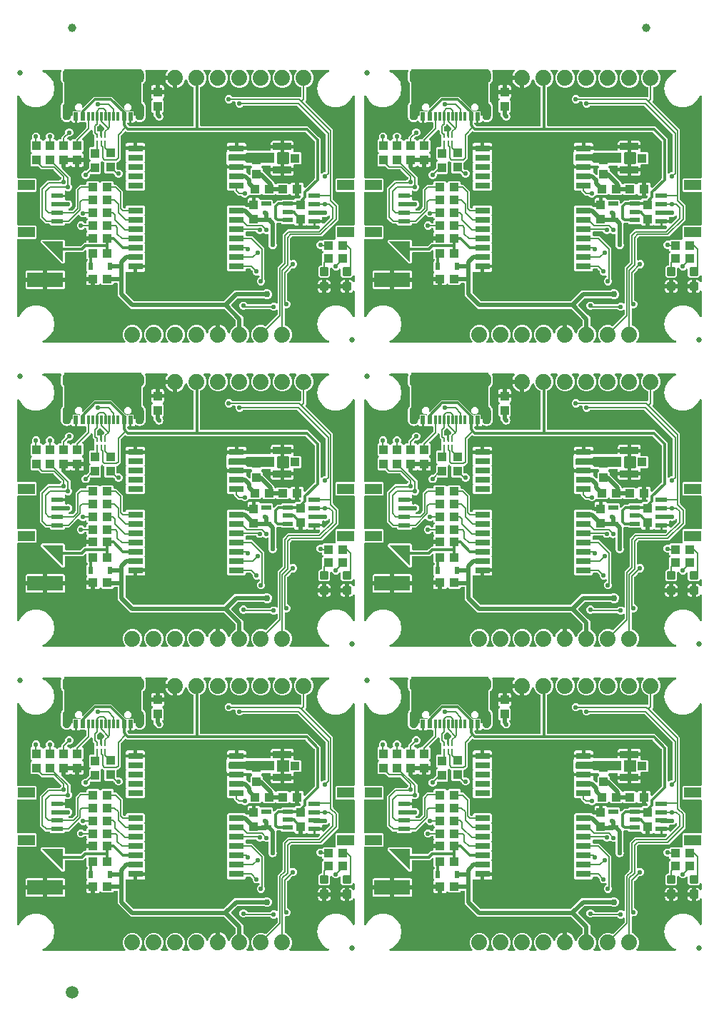
<source format=gtl>
G04 EAGLE Gerber RS-274X export*
G75*
%MOMM*%
%FSLAX34Y34*%
%LPD*%
%INTop Copper*%
%IPPOS*%
%AMOC8*
5,1,8,0,0,1.08239X$1,22.5*%
G01*
%ADD10C,0.635000*%
%ADD11R,2.000000X1.200000*%
%ADD12R,1.350000X0.600000*%
%ADD13R,1.100000X1.000000*%
%ADD14R,4.200000X1.700000*%
%ADD15R,1.000000X1.000000*%
%ADD16R,1.000000X1.100000*%
%ADD17C,0.300000*%
%ADD18R,0.630000X0.830000*%
%ADD19R,2.200000X0.850000*%
%ADD20R,1.050000X1.000000*%
%ADD21R,1.200000X0.550000*%
%ADD22C,1.879600*%
%ADD23R,0.250000X0.610000*%
%ADD24R,0.250000X0.560000*%
%ADD25R,0.300000X1.000000*%
%ADD26R,0.600000X1.000000*%
%ADD27C,0.654000*%
%ADD28R,1.800000X0.800000*%
%ADD29C,1.000000*%
%ADD30C,1.500000*%
%ADD31C,0.508000*%
%ADD32C,0.558800*%
%ADD33C,0.762000*%
%ADD34C,0.304800*%
%ADD35C,0.152400*%
%ADD36C,0.254000*%

G36*
X282660Y363492D02*
X282660Y363492D01*
X282798Y363505D01*
X282817Y363512D01*
X282837Y363515D01*
X282966Y363566D01*
X283097Y363613D01*
X283114Y363624D01*
X283133Y363632D01*
X283245Y363713D01*
X283360Y363791D01*
X283374Y363807D01*
X283390Y363818D01*
X283479Y363926D01*
X283571Y364030D01*
X283580Y364048D01*
X283593Y364063D01*
X283652Y364189D01*
X283715Y364313D01*
X283720Y364333D01*
X283728Y364351D01*
X283755Y364488D01*
X283785Y364623D01*
X283784Y364644D01*
X283788Y364663D01*
X283780Y364802D01*
X283775Y364941D01*
X283770Y364961D01*
X283768Y364981D01*
X283726Y365113D01*
X283687Y365247D01*
X283677Y365264D01*
X283670Y365283D01*
X283596Y365401D01*
X283525Y365521D01*
X283507Y365542D01*
X283500Y365552D01*
X283485Y365566D01*
X283419Y365641D01*
X282409Y366651D01*
X280669Y370852D01*
X280669Y375400D01*
X282409Y379601D01*
X285625Y382817D01*
X289826Y384557D01*
X294374Y384557D01*
X297270Y383357D01*
X297299Y383349D01*
X297325Y383336D01*
X297452Y383307D01*
X297577Y383273D01*
X297607Y383272D01*
X297636Y383266D01*
X297765Y383270D01*
X297895Y383268D01*
X297924Y383275D01*
X297953Y383276D01*
X298078Y383312D01*
X298204Y383342D01*
X298231Y383356D01*
X298259Y383364D01*
X298371Y383430D01*
X298486Y383491D01*
X298507Y383511D01*
X298533Y383526D01*
X298654Y383632D01*
X311794Y396772D01*
X311854Y396850D01*
X311922Y396922D01*
X311951Y396975D01*
X311988Y397023D01*
X312028Y397114D01*
X312076Y397201D01*
X312091Y397259D01*
X312115Y397315D01*
X312130Y397413D01*
X312155Y397509D01*
X312161Y397609D01*
X312165Y397629D01*
X312163Y397641D01*
X312165Y397669D01*
X312165Y401335D01*
X312148Y401473D01*
X312135Y401612D01*
X312128Y401630D01*
X312125Y401651D01*
X312074Y401780D01*
X312027Y401911D01*
X312016Y401928D01*
X312008Y401946D01*
X311927Y402059D01*
X311848Y402174D01*
X311833Y402187D01*
X311822Y402204D01*
X311714Y402293D01*
X311610Y402384D01*
X311592Y402393D01*
X311577Y402406D01*
X311451Y402466D01*
X311327Y402529D01*
X311307Y402533D01*
X311289Y402542D01*
X311153Y402568D01*
X311016Y402599D01*
X310996Y402598D01*
X310977Y402602D01*
X310838Y402593D01*
X310699Y402589D01*
X310679Y402583D01*
X310659Y402582D01*
X310527Y402539D01*
X310393Y402500D01*
X310376Y402490D01*
X310357Y402484D01*
X310239Y402410D01*
X310119Y402339D01*
X310098Y402320D01*
X310088Y402314D01*
X308300Y401573D01*
X306380Y401573D01*
X304606Y402308D01*
X303680Y403234D01*
X303602Y403294D01*
X303530Y403362D01*
X303477Y403391D01*
X303429Y403428D01*
X303338Y403468D01*
X303252Y403516D01*
X303193Y403531D01*
X303137Y403555D01*
X303039Y403570D01*
X302944Y403595D01*
X302844Y403601D01*
X302823Y403605D01*
X302811Y403603D01*
X302783Y403605D01*
X274876Y403605D01*
X274867Y403604D01*
X274857Y403605D01*
X274709Y403584D01*
X274560Y403565D01*
X274552Y403562D01*
X274542Y403561D01*
X274390Y403509D01*
X272394Y402682D01*
X270473Y402682D01*
X268699Y403417D01*
X267342Y404774D01*
X266607Y406548D01*
X266607Y408469D01*
X267342Y410243D01*
X268699Y411600D01*
X270473Y412335D01*
X272394Y412335D01*
X274168Y411600D01*
X275525Y410243D01*
X275635Y409978D01*
X275650Y409953D01*
X275659Y409925D01*
X275728Y409815D01*
X275792Y409702D01*
X275813Y409681D01*
X275829Y409656D01*
X275923Y409567D01*
X276014Y409474D01*
X276039Y409458D01*
X276060Y409438D01*
X276174Y409375D01*
X276285Y409307D01*
X276313Y409299D01*
X276339Y409284D01*
X276465Y409252D01*
X276589Y409214D01*
X276618Y409212D01*
X276647Y409205D01*
X276808Y409195D01*
X302783Y409195D01*
X302881Y409207D01*
X302980Y409210D01*
X303038Y409227D01*
X303098Y409235D01*
X303191Y409271D01*
X303286Y409299D01*
X303338Y409329D01*
X303394Y409352D01*
X303474Y409410D01*
X303560Y409460D01*
X303635Y409526D01*
X303652Y409538D01*
X303659Y409548D01*
X303680Y409566D01*
X304606Y410492D01*
X306380Y411227D01*
X308300Y411227D01*
X310119Y410473D01*
X310215Y410394D01*
X310234Y410385D01*
X310250Y410373D01*
X310378Y410317D01*
X310503Y410258D01*
X310523Y410254D01*
X310541Y410246D01*
X310679Y410224D01*
X310816Y410198D01*
X310836Y410200D01*
X310856Y410196D01*
X310994Y410209D01*
X311133Y410218D01*
X311152Y410224D01*
X311172Y410226D01*
X311303Y410273D01*
X311435Y410316D01*
X311452Y410327D01*
X311471Y410334D01*
X311587Y410412D01*
X311704Y410486D01*
X311718Y410501D01*
X311735Y410512D01*
X311827Y410617D01*
X311922Y410718D01*
X311932Y410736D01*
X311945Y410751D01*
X312008Y410874D01*
X312076Y410996D01*
X312081Y411016D01*
X312090Y411034D01*
X312120Y411170D01*
X312155Y411304D01*
X312157Y411332D01*
X312159Y411344D01*
X312159Y411364D01*
X312165Y411465D01*
X312165Y453024D01*
X317385Y458244D01*
X317446Y458322D01*
X317514Y458394D01*
X317543Y458447D01*
X317580Y458495D01*
X317620Y458586D01*
X317667Y458672D01*
X317682Y458731D01*
X317707Y458787D01*
X317722Y458885D01*
X317747Y458980D01*
X317753Y459080D01*
X317756Y459101D01*
X317755Y459113D01*
X317757Y459141D01*
X317757Y491882D01*
X323970Y498095D01*
X359512Y498095D01*
X359610Y498107D01*
X359709Y498110D01*
X359768Y498127D01*
X359828Y498135D01*
X359920Y498171D01*
X360015Y498199D01*
X360067Y498229D01*
X360123Y498252D01*
X360203Y498310D01*
X360289Y498360D01*
X360364Y498426D01*
X360381Y498438D01*
X360388Y498448D01*
X360410Y498466D01*
X361968Y500025D01*
X362053Y500134D01*
X362142Y500241D01*
X362150Y500260D01*
X362163Y500276D01*
X362218Y500404D01*
X362277Y500529D01*
X362281Y500549D01*
X362289Y500568D01*
X362311Y500706D01*
X362337Y500842D01*
X362336Y500862D01*
X362339Y500882D01*
X362326Y501021D01*
X362317Y501159D01*
X362311Y501178D01*
X362309Y501198D01*
X362262Y501330D01*
X362219Y501461D01*
X362208Y501479D01*
X362201Y501498D01*
X362123Y501613D01*
X362049Y501730D01*
X362034Y501744D01*
X362023Y501761D01*
X361918Y501853D01*
X361817Y501948D01*
X361800Y501958D01*
X361784Y501971D01*
X361660Y502035D01*
X361539Y502102D01*
X361519Y502107D01*
X361501Y502116D01*
X361365Y502146D01*
X361231Y502181D01*
X361203Y502183D01*
X361191Y502186D01*
X361170Y502185D01*
X361070Y502191D01*
X357099Y502191D01*
X357099Y506233D01*
X364891Y506233D01*
X364891Y506012D01*
X364908Y505874D01*
X364921Y505736D01*
X364928Y505716D01*
X364931Y505696D01*
X364982Y505567D01*
X365029Y505436D01*
X365040Y505419D01*
X365048Y505401D01*
X365130Y505288D01*
X365207Y505173D01*
X365223Y505160D01*
X365234Y505143D01*
X365342Y505054D01*
X365446Y504963D01*
X365464Y504953D01*
X365479Y504940D01*
X365605Y504881D01*
X365729Y504818D01*
X365749Y504814D01*
X365767Y504805D01*
X365903Y504779D01*
X366039Y504748D01*
X366060Y504749D01*
X366079Y504745D01*
X366218Y504754D01*
X366357Y504758D01*
X366377Y504764D01*
X366397Y504765D01*
X366529Y504808D01*
X366663Y504846D01*
X366680Y504857D01*
X366699Y504863D01*
X366817Y504938D01*
X366937Y505008D01*
X366958Y505027D01*
X366968Y505033D01*
X366982Y505048D01*
X367057Y505114D01*
X373773Y511830D01*
X373834Y511908D01*
X373902Y511980D01*
X373931Y512033D01*
X373968Y512081D01*
X374008Y512172D01*
X374055Y512259D01*
X374070Y512318D01*
X374094Y512373D01*
X374110Y512471D01*
X374135Y512567D01*
X374141Y512667D01*
X374144Y512687D01*
X374143Y512700D01*
X374145Y512728D01*
X374145Y513607D01*
X374128Y513745D01*
X374114Y513883D01*
X374108Y513902D01*
X374105Y513922D01*
X374054Y514051D01*
X374007Y514182D01*
X373995Y514199D01*
X373988Y514218D01*
X373907Y514330D01*
X373828Y514445D01*
X373813Y514459D01*
X373801Y514475D01*
X373694Y514564D01*
X373590Y514656D01*
X373572Y514665D01*
X373556Y514678D01*
X373430Y514737D01*
X373307Y514801D01*
X373287Y514805D01*
X373269Y514814D01*
X373132Y514840D01*
X372996Y514870D01*
X372976Y514870D01*
X372956Y514873D01*
X372818Y514865D01*
X372678Y514861D01*
X372659Y514855D01*
X372639Y514854D01*
X372507Y514811D01*
X372373Y514772D01*
X372355Y514762D01*
X372336Y514756D01*
X372219Y514681D01*
X372099Y514611D01*
X372078Y514592D01*
X372068Y514585D01*
X372053Y514570D01*
X371978Y514504D01*
X371034Y513560D01*
X370654Y513403D01*
X370646Y513398D01*
X370637Y513396D01*
X370507Y513319D01*
X370378Y513245D01*
X370371Y513239D01*
X370363Y513234D01*
X370242Y513128D01*
X370194Y513079D01*
X370126Y513079D01*
X370117Y513078D01*
X370107Y513079D01*
X369959Y513058D01*
X369810Y513039D01*
X369802Y513036D01*
X369792Y513035D01*
X369640Y512983D01*
X369260Y512825D01*
X367340Y512825D01*
X366960Y512983D01*
X366951Y512985D01*
X366943Y512990D01*
X366798Y513027D01*
X366653Y513067D01*
X366644Y513067D01*
X366635Y513069D01*
X366474Y513079D01*
X366006Y513079D01*
X365881Y513064D01*
X365755Y513054D01*
X365723Y513044D01*
X365690Y513039D01*
X365573Y512993D01*
X365454Y512953D01*
X365426Y512935D01*
X365394Y512922D01*
X365293Y512849D01*
X365187Y512780D01*
X365164Y512755D01*
X365137Y512736D01*
X365057Y512639D01*
X364972Y512546D01*
X364956Y512517D01*
X364934Y512491D01*
X364880Y512377D01*
X364821Y512266D01*
X364813Y512233D01*
X364799Y512203D01*
X364775Y512080D01*
X364745Y511957D01*
X364745Y511924D01*
X364739Y511891D01*
X364747Y511765D01*
X364748Y511639D01*
X364757Y511591D01*
X364759Y511573D01*
X364765Y511553D01*
X364780Y511481D01*
X364891Y511066D01*
X364891Y509231D01*
X355830Y509231D01*
X355712Y509216D01*
X355593Y509209D01*
X355555Y509196D01*
X355515Y509191D01*
X355404Y509148D01*
X355291Y509111D01*
X355257Y509089D01*
X355219Y509074D01*
X355123Y509005D01*
X355022Y508941D01*
X354994Y508911D01*
X354962Y508888D01*
X354886Y508796D01*
X354804Y508709D01*
X354785Y508674D01*
X354759Y508643D01*
X354739Y508600D01*
X354662Y508544D01*
X354562Y508481D01*
X354534Y508451D01*
X354501Y508427D01*
X354425Y508336D01*
X354344Y508249D01*
X354324Y508214D01*
X354299Y508182D01*
X354248Y508075D01*
X354190Y507970D01*
X354180Y507931D01*
X354163Y507895D01*
X354141Y507778D01*
X354111Y507662D01*
X354107Y507602D01*
X354103Y507582D01*
X354105Y507562D01*
X354101Y507502D01*
X354101Y502191D01*
X348516Y502191D01*
X347869Y502364D01*
X347290Y502699D01*
X347258Y502731D01*
X347176Y502795D01*
X347118Y502849D01*
X347109Y502854D01*
X347086Y502875D01*
X347044Y502897D01*
X347007Y502926D01*
X346903Y502971D01*
X346804Y503023D01*
X346758Y503033D01*
X346715Y503052D01*
X346604Y503070D01*
X346494Y503096D01*
X346447Y503095D01*
X346401Y503102D01*
X346289Y503092D01*
X346176Y503089D01*
X346131Y503077D01*
X346084Y503072D01*
X346030Y503053D01*
X346027Y503052D01*
X346006Y503044D01*
X345978Y503034D01*
X345870Y503004D01*
X345805Y502972D01*
X345785Y502965D01*
X345770Y502954D01*
X345732Y502936D01*
X345731Y502935D01*
X345726Y502933D01*
X345071Y502554D01*
X344424Y502381D01*
X341589Y502381D01*
X341589Y509192D01*
X341574Y509310D01*
X341567Y509429D01*
X341554Y509467D01*
X341549Y509507D01*
X341506Y509618D01*
X341469Y509731D01*
X341447Y509765D01*
X341432Y509803D01*
X341363Y509899D01*
X341299Y510000D01*
X341269Y510028D01*
X341246Y510060D01*
X341154Y510136D01*
X341067Y510218D01*
X341032Y510237D01*
X341001Y510263D01*
X340893Y510314D01*
X340789Y510371D01*
X340749Y510381D01*
X340713Y510399D01*
X340596Y510421D01*
X340481Y510451D01*
X340421Y510455D01*
X340401Y510458D01*
X340380Y510457D01*
X340320Y510461D01*
X337860Y510461D01*
X337742Y510446D01*
X337623Y510439D01*
X337585Y510426D01*
X337544Y510421D01*
X337434Y510377D01*
X337321Y510341D01*
X337286Y510319D01*
X337249Y510304D01*
X337152Y510234D01*
X337052Y510171D01*
X337024Y510141D01*
X336991Y510117D01*
X336915Y510026D01*
X336834Y509939D01*
X336814Y509904D01*
X336789Y509872D01*
X336738Y509765D01*
X336680Y509660D01*
X336670Y509621D01*
X336653Y509585D01*
X336631Y509468D01*
X336601Y509352D01*
X336597Y509292D01*
X336593Y509272D01*
X336595Y509252D01*
X336591Y509192D01*
X336591Y502381D01*
X333756Y502381D01*
X333109Y502554D01*
X332530Y502889D01*
X332057Y503362D01*
X331686Y504005D01*
X331622Y504089D01*
X331565Y504178D01*
X331526Y504215D01*
X331494Y504258D01*
X331411Y504324D01*
X331334Y504396D01*
X331287Y504422D01*
X331244Y504456D01*
X331148Y504499D01*
X331055Y504550D01*
X331003Y504563D01*
X330954Y504585D01*
X330849Y504603D01*
X330747Y504629D01*
X330662Y504634D01*
X330640Y504638D01*
X330625Y504637D01*
X330587Y504639D01*
X317309Y504639D01*
X316455Y505493D01*
X316377Y505554D01*
X316304Y505622D01*
X316251Y505651D01*
X316204Y505688D01*
X316113Y505728D01*
X316026Y505776D01*
X315967Y505791D01*
X315912Y505815D01*
X315814Y505830D01*
X315718Y505855D01*
X315618Y505861D01*
X315598Y505865D01*
X315585Y505863D01*
X315557Y505865D01*
X311912Y505865D01*
X311794Y505850D01*
X311675Y505843D01*
X311637Y505830D01*
X311596Y505825D01*
X311486Y505782D01*
X311373Y505745D01*
X311338Y505723D01*
X311301Y505708D01*
X311205Y505639D01*
X311104Y505575D01*
X311076Y505545D01*
X311043Y505522D01*
X310967Y505430D01*
X310886Y505343D01*
X310866Y505308D01*
X310841Y505277D01*
X310790Y505169D01*
X310732Y505065D01*
X310722Y505025D01*
X310705Y504989D01*
X310683Y504872D01*
X310653Y504757D01*
X310649Y504697D01*
X310645Y504677D01*
X310647Y504656D01*
X310643Y504596D01*
X310643Y481124D01*
X310644Y481115D01*
X310643Y481105D01*
X310664Y480957D01*
X310683Y480808D01*
X310686Y480800D01*
X310687Y480790D01*
X310739Y480638D01*
X310897Y480258D01*
X310897Y478338D01*
X310739Y477958D01*
X310737Y477949D01*
X310732Y477941D01*
X310695Y477796D01*
X310655Y477651D01*
X310655Y477642D01*
X310653Y477633D01*
X310643Y477472D01*
X310643Y477404D01*
X310594Y477356D01*
X310589Y477348D01*
X310581Y477342D01*
X310492Y477223D01*
X310400Y477104D01*
X310396Y477096D01*
X310390Y477088D01*
X310319Y476944D01*
X310162Y476564D01*
X308804Y475206D01*
X308424Y475049D01*
X308416Y475044D01*
X308407Y475042D01*
X308360Y475014D01*
X308355Y475012D01*
X308348Y475007D01*
X308277Y474965D01*
X308148Y474891D01*
X308141Y474885D01*
X308133Y474880D01*
X308012Y474774D01*
X307964Y474725D01*
X307896Y474725D01*
X307887Y474724D01*
X307877Y474725D01*
X307729Y474704D01*
X307580Y474685D01*
X307572Y474682D01*
X307562Y474681D01*
X307410Y474629D01*
X307030Y474471D01*
X305110Y474471D01*
X304730Y474629D01*
X304721Y474631D01*
X304713Y474636D01*
X304568Y474673D01*
X304423Y474713D01*
X304414Y474713D01*
X304405Y474715D01*
X304244Y474725D01*
X304176Y474725D01*
X304128Y474774D01*
X304120Y474779D01*
X304114Y474787D01*
X303995Y474876D01*
X303876Y474968D01*
X303868Y474972D01*
X303860Y474978D01*
X303716Y475049D01*
X303336Y475206D01*
X301978Y476564D01*
X301821Y476944D01*
X301816Y476952D01*
X301814Y476961D01*
X301807Y476972D01*
X301805Y476977D01*
X301783Y477013D01*
X301737Y477091D01*
X301663Y477220D01*
X301657Y477227D01*
X301652Y477235D01*
X301546Y477356D01*
X301497Y477404D01*
X301497Y477472D01*
X301496Y477481D01*
X301497Y477491D01*
X301476Y477639D01*
X301457Y477788D01*
X301454Y477796D01*
X301453Y477806D01*
X301401Y477958D01*
X301243Y478338D01*
X301243Y480258D01*
X301401Y480638D01*
X301403Y480647D01*
X301408Y480655D01*
X301445Y480800D01*
X301485Y480945D01*
X301485Y480954D01*
X301487Y480963D01*
X301497Y481124D01*
X301497Y491470D01*
X301491Y491520D01*
X301493Y491569D01*
X301471Y491677D01*
X301457Y491786D01*
X301439Y491832D01*
X301429Y491881D01*
X301381Y491979D01*
X301340Y492081D01*
X301311Y492122D01*
X301289Y492166D01*
X301218Y492250D01*
X301154Y492339D01*
X301115Y492371D01*
X301083Y492408D01*
X300993Y492472D01*
X300909Y492542D01*
X300864Y492563D01*
X300823Y492591D01*
X300720Y492630D01*
X300621Y492677D01*
X300572Y492687D01*
X300526Y492704D01*
X300416Y492716D01*
X300309Y492737D01*
X300259Y492734D01*
X300209Y492739D01*
X300101Y492724D01*
X299991Y492717D01*
X299944Y492702D01*
X299895Y492695D01*
X299742Y492643D01*
X299410Y492505D01*
X297490Y492505D01*
X295716Y493240D01*
X295496Y493460D01*
X295401Y493533D01*
X295312Y493612D01*
X295276Y493631D01*
X295244Y493655D01*
X295135Y493703D01*
X295029Y493757D01*
X294989Y493766D01*
X294952Y493782D01*
X294835Y493800D01*
X294719Y493826D01*
X294678Y493825D01*
X294638Y493832D01*
X294520Y493820D01*
X294401Y493817D01*
X294362Y493806D01*
X294322Y493802D01*
X294209Y493761D01*
X294095Y493728D01*
X294061Y493708D01*
X294022Y493694D01*
X293924Y493627D01*
X293821Y493567D01*
X293776Y493527D01*
X293759Y493516D01*
X293746Y493500D01*
X293701Y493460D01*
X293564Y493324D01*
X291790Y492589D01*
X289870Y492589D01*
X288096Y493324D01*
X286737Y494683D01*
X286725Y494703D01*
X286716Y494731D01*
X286647Y494841D01*
X286582Y494954D01*
X286562Y494975D01*
X286546Y495000D01*
X286451Y495089D01*
X286361Y495182D01*
X286336Y495198D01*
X286314Y495218D01*
X286201Y495281D01*
X286090Y495349D01*
X286062Y495357D01*
X286036Y495372D01*
X285910Y495404D01*
X285786Y495442D01*
X285756Y495444D01*
X285728Y495451D01*
X285567Y495461D01*
X275502Y495461D01*
X275384Y495446D01*
X275265Y495439D01*
X275227Y495426D01*
X275186Y495421D01*
X275076Y495378D01*
X274963Y495341D01*
X274928Y495319D01*
X274891Y495304D01*
X274795Y495235D01*
X274694Y495171D01*
X274666Y495141D01*
X274633Y495118D01*
X274557Y495026D01*
X274476Y494939D01*
X274456Y494904D01*
X274431Y494873D01*
X274380Y494765D01*
X274322Y494661D01*
X274312Y494621D01*
X274295Y494585D01*
X274273Y494468D01*
X274243Y494353D01*
X274239Y494293D01*
X274235Y494273D01*
X274237Y494252D01*
X274233Y494192D01*
X274233Y493299D01*
X274230Y493293D01*
X274176Y493187D01*
X274167Y493147D01*
X274151Y493110D01*
X274132Y492993D01*
X274106Y492876D01*
X274107Y492836D01*
X274101Y492796D01*
X274112Y492678D01*
X274116Y492559D01*
X274127Y492520D01*
X274131Y492480D01*
X274171Y492367D01*
X274204Y492253D01*
X274225Y492218D01*
X274233Y492196D01*
X274233Y491490D01*
X274248Y491372D01*
X274255Y491253D01*
X274268Y491215D01*
X274273Y491174D01*
X274316Y491064D01*
X274353Y490951D01*
X274375Y490916D01*
X274390Y490879D01*
X274459Y490783D01*
X274523Y490682D01*
X274553Y490654D01*
X274576Y490621D01*
X274668Y490545D01*
X274755Y490464D01*
X274790Y490444D01*
X274821Y490419D01*
X274929Y490368D01*
X275033Y490310D01*
X275073Y490300D01*
X275109Y490283D01*
X275226Y490261D01*
X275341Y490231D01*
X275401Y490227D01*
X275421Y490223D01*
X275442Y490225D01*
X275502Y490221D01*
X281828Y490221D01*
X296165Y475884D01*
X296165Y439678D01*
X296166Y439669D01*
X296165Y439660D01*
X296186Y439511D01*
X296205Y439363D01*
X296208Y439354D01*
X296209Y439345D01*
X296261Y439192D01*
X296927Y437586D01*
X296927Y435666D01*
X296192Y433892D01*
X294834Y432534D01*
X293060Y431799D01*
X291140Y431799D01*
X289366Y432534D01*
X288008Y433892D01*
X287273Y435666D01*
X287273Y437586D01*
X288008Y439360D01*
X289366Y440718D01*
X289792Y440894D01*
X289817Y440909D01*
X289845Y440918D01*
X289955Y440988D01*
X290068Y441052D01*
X290089Y441072D01*
X290114Y441088D01*
X290203Y441183D01*
X290296Y441273D01*
X290312Y441298D01*
X290332Y441320D01*
X290395Y441433D01*
X290463Y441544D01*
X290471Y441572D01*
X290486Y441598D01*
X290518Y441724D01*
X290556Y441848D01*
X290558Y441878D01*
X290565Y441906D01*
X290575Y442067D01*
X290575Y442405D01*
X290569Y442454D01*
X290571Y442504D01*
X290549Y442611D01*
X290535Y442720D01*
X290517Y442766D01*
X290507Y442815D01*
X290459Y442914D01*
X290418Y443016D01*
X290389Y443056D01*
X290367Y443101D01*
X290296Y443184D01*
X290232Y443273D01*
X290193Y443305D01*
X290161Y443343D01*
X290071Y443406D01*
X289987Y443476D01*
X289942Y443497D01*
X289901Y443526D01*
X289798Y443565D01*
X289699Y443612D01*
X289650Y443621D01*
X289604Y443639D01*
X289494Y443651D01*
X289387Y443671D01*
X289337Y443668D01*
X289288Y443674D01*
X289179Y443658D01*
X289069Y443652D01*
X289022Y443636D01*
X288973Y443629D01*
X288820Y443577D01*
X287980Y443229D01*
X286060Y443229D01*
X284286Y443964D01*
X282928Y445322D01*
X282193Y447096D01*
X282193Y448405D01*
X282181Y448503D01*
X282178Y448602D01*
X282161Y448660D01*
X282153Y448720D01*
X282117Y448812D01*
X282089Y448907D01*
X282059Y448960D01*
X282036Y449016D01*
X281978Y449096D01*
X281928Y449181D01*
X281862Y449257D01*
X281850Y449273D01*
X281840Y449281D01*
X281822Y449302D01*
X280034Y451090D01*
X279956Y451150D01*
X279884Y451218D01*
X279831Y451247D01*
X279783Y451284D01*
X279692Y451324D01*
X279605Y451372D01*
X279547Y451387D01*
X279491Y451411D01*
X279393Y451426D01*
X279297Y451451D01*
X279197Y451457D01*
X279177Y451461D01*
X279165Y451459D01*
X279137Y451461D01*
X275502Y451461D01*
X275384Y451446D01*
X275265Y451439D01*
X275227Y451426D01*
X275186Y451421D01*
X275076Y451378D01*
X274963Y451341D01*
X274928Y451319D01*
X274891Y451304D01*
X274795Y451235D01*
X274694Y451171D01*
X274666Y451141D01*
X274633Y451118D01*
X274557Y451026D01*
X274476Y450939D01*
X274456Y450904D01*
X274431Y450873D01*
X274380Y450765D01*
X274322Y450661D01*
X274312Y450621D01*
X274295Y450585D01*
X274273Y450468D01*
X274243Y450353D01*
X274239Y450293D01*
X274235Y450273D01*
X274237Y450252D01*
X274233Y450192D01*
X274233Y449414D01*
X273042Y448223D01*
X253358Y448223D01*
X252167Y449414D01*
X252167Y459213D01*
X252170Y459219D01*
X252224Y459325D01*
X252233Y459364D01*
X252249Y459401D01*
X252268Y459519D01*
X252294Y459635D01*
X252293Y459676D01*
X252299Y459716D01*
X252288Y459834D01*
X252284Y459953D01*
X252273Y459992D01*
X252269Y460032D01*
X252229Y460144D01*
X252196Y460259D01*
X252175Y460293D01*
X252167Y460316D01*
X252167Y470213D01*
X252170Y470219D01*
X252224Y470325D01*
X252233Y470364D01*
X252249Y470401D01*
X252268Y470519D01*
X252294Y470635D01*
X252293Y470676D01*
X252299Y470716D01*
X252288Y470834D01*
X252284Y470953D01*
X252273Y470992D01*
X252269Y471032D01*
X252229Y471144D01*
X252196Y471259D01*
X252175Y471293D01*
X252167Y471316D01*
X252167Y481213D01*
X252170Y481219D01*
X252224Y481325D01*
X252233Y481364D01*
X252249Y481401D01*
X252268Y481519D01*
X252294Y481635D01*
X252293Y481676D01*
X252299Y481716D01*
X252288Y481834D01*
X252284Y481953D01*
X252273Y481992D01*
X252269Y482032D01*
X252229Y482144D01*
X252196Y482259D01*
X252175Y482293D01*
X252167Y482316D01*
X252167Y492213D01*
X252170Y492219D01*
X252224Y492325D01*
X252233Y492364D01*
X252249Y492401D01*
X252268Y492519D01*
X252294Y492635D01*
X252293Y492676D01*
X252299Y492716D01*
X252288Y492834D01*
X252284Y492953D01*
X252273Y492992D01*
X252269Y493032D01*
X252229Y493144D01*
X252196Y493259D01*
X252175Y493293D01*
X252167Y493316D01*
X252167Y503213D01*
X252170Y503219D01*
X252224Y503325D01*
X252233Y503364D01*
X252249Y503401D01*
X252268Y503519D01*
X252294Y503635D01*
X252293Y503676D01*
X252299Y503716D01*
X252288Y503834D01*
X252284Y503953D01*
X252273Y503992D01*
X252269Y504032D01*
X252229Y504144D01*
X252196Y504259D01*
X252175Y504293D01*
X252167Y504316D01*
X252167Y514213D01*
X252170Y514219D01*
X252224Y514325D01*
X252233Y514364D01*
X252249Y514401D01*
X252268Y514519D01*
X252294Y514635D01*
X252293Y514676D01*
X252299Y514716D01*
X252288Y514834D01*
X252284Y514953D01*
X252273Y514992D01*
X252269Y515032D01*
X252229Y515144D01*
X252196Y515259D01*
X252175Y515293D01*
X252167Y515316D01*
X252167Y525098D01*
X253358Y526289D01*
X273042Y526289D01*
X274130Y525200D01*
X274209Y525140D01*
X274281Y525072D01*
X274334Y525043D01*
X274382Y525006D01*
X274472Y524966D01*
X274559Y524918D01*
X274618Y524903D01*
X274673Y524879D01*
X274771Y524864D01*
X274867Y524839D01*
X274967Y524833D01*
X274987Y524829D01*
X275000Y524831D01*
X275028Y524829D01*
X275348Y524829D01*
X275401Y524806D01*
X275487Y524758D01*
X275546Y524743D01*
X275601Y524719D01*
X275699Y524704D01*
X275795Y524679D01*
X275895Y524673D01*
X275916Y524669D01*
X275928Y524670D01*
X275956Y524669D01*
X282488Y524669D01*
X282606Y524684D01*
X282725Y524691D01*
X282763Y524703D01*
X282803Y524709D01*
X282914Y524752D01*
X283027Y524789D01*
X283061Y524811D01*
X283099Y524826D01*
X283195Y524895D01*
X283296Y524959D01*
X283324Y524989D01*
X283356Y525012D01*
X283432Y525104D01*
X283514Y525191D01*
X283533Y525226D01*
X283559Y525257D01*
X283610Y525365D01*
X283667Y525469D01*
X283677Y525509D01*
X283695Y525545D01*
X283717Y525662D01*
X283747Y525777D01*
X283751Y525837D01*
X283754Y525857D01*
X283754Y525858D01*
X283753Y525878D01*
X283757Y525938D01*
X283757Y527129D01*
X284948Y527129D01*
X285066Y527144D01*
X285185Y527151D01*
X285223Y527164D01*
X285264Y527169D01*
X285374Y527213D01*
X285487Y527249D01*
X285522Y527271D01*
X285559Y527286D01*
X285655Y527356D01*
X285756Y527419D01*
X285784Y527449D01*
X285817Y527473D01*
X285893Y527564D01*
X285974Y527651D01*
X285994Y527686D01*
X286019Y527718D01*
X286070Y527825D01*
X286128Y527930D01*
X286138Y527969D01*
X286155Y528005D01*
X286177Y528122D01*
X286207Y528238D01*
X286211Y528298D01*
X286215Y528318D01*
X286213Y528338D01*
X286217Y528398D01*
X286217Y535209D01*
X289052Y535209D01*
X289699Y535036D01*
X290278Y534701D01*
X290751Y534228D01*
X290976Y533839D01*
X291039Y533755D01*
X291096Y533666D01*
X291135Y533629D01*
X291168Y533586D01*
X291251Y533520D01*
X291328Y533448D01*
X291375Y533422D01*
X291417Y533388D01*
X291513Y533345D01*
X291606Y533294D01*
X291658Y533281D01*
X291707Y533259D01*
X291812Y533241D01*
X291914Y533215D01*
X291999Y533210D01*
X292021Y533206D01*
X292037Y533207D01*
X292075Y533205D01*
X304991Y533205D01*
X306182Y532014D01*
X306182Y529668D01*
X306199Y529530D01*
X306212Y529392D01*
X306219Y529373D01*
X306222Y529352D01*
X306273Y529223D01*
X306320Y529092D01*
X306331Y529076D01*
X306339Y529057D01*
X306420Y528944D01*
X306498Y528829D01*
X306514Y528816D01*
X306525Y528799D01*
X306632Y528711D01*
X306737Y528619D01*
X306755Y528609D01*
X306770Y528597D01*
X306896Y528537D01*
X307020Y528474D01*
X307040Y528470D01*
X307058Y528461D01*
X307194Y528435D01*
X307330Y528404D01*
X307351Y528405D01*
X307370Y528401D01*
X307509Y528410D01*
X307648Y528414D01*
X307668Y528420D01*
X307688Y528421D01*
X307820Y528464D01*
X307954Y528502D01*
X307971Y528513D01*
X307990Y528519D01*
X308108Y528593D01*
X308228Y528664D01*
X308249Y528683D01*
X308259Y528689D01*
X308273Y528704D01*
X308349Y528770D01*
X308779Y529200D01*
X311557Y531979D01*
X315557Y531979D01*
X315655Y531991D01*
X315754Y531994D01*
X315813Y532011D01*
X315873Y532019D01*
X315965Y532055D01*
X316060Y532083D01*
X316112Y532113D01*
X316168Y532136D01*
X316249Y532194D01*
X316334Y532244D01*
X316409Y532310D01*
X316426Y532322D01*
X316434Y532332D01*
X316455Y532350D01*
X317309Y533205D01*
X330972Y533205D01*
X331070Y533217D01*
X331169Y533220D01*
X331228Y533237D01*
X331288Y533245D01*
X331380Y533281D01*
X331475Y533309D01*
X331527Y533339D01*
X331583Y533362D01*
X331664Y533420D01*
X331749Y533470D01*
X331824Y533536D01*
X331841Y533548D01*
X331849Y533558D01*
X331870Y533576D01*
X333248Y534955D01*
X337629Y534955D01*
X337727Y534967D01*
X337826Y534970D01*
X337884Y534987D01*
X337945Y534995D01*
X338037Y535031D01*
X338132Y535059D01*
X338184Y535089D01*
X338240Y535112D01*
X338320Y535170D01*
X338406Y535220D01*
X338481Y535286D01*
X338498Y535298D01*
X338505Y535308D01*
X338526Y535326D01*
X339085Y535884D01*
X339170Y535994D01*
X339258Y536101D01*
X339267Y536120D01*
X339279Y536136D01*
X339335Y536264D01*
X339394Y536389D01*
X339398Y536409D01*
X339406Y536428D01*
X339428Y536566D01*
X339454Y536702D01*
X339453Y536722D01*
X339456Y536742D01*
X339443Y536881D01*
X339434Y537019D01*
X339428Y537038D01*
X339426Y537058D01*
X339379Y537189D01*
X339336Y537321D01*
X339325Y537339D01*
X339318Y537358D01*
X339240Y537472D01*
X339166Y537590D01*
X339151Y537604D01*
X339140Y537621D01*
X339036Y537713D01*
X338934Y537808D01*
X338916Y537818D01*
X338901Y537831D01*
X338778Y537894D01*
X338656Y537962D01*
X338636Y537967D01*
X338618Y537976D01*
X338482Y538006D01*
X338348Y538041D01*
X338320Y538043D01*
X338308Y538046D01*
X338287Y538045D01*
X338187Y538051D01*
X337389Y538051D01*
X337389Y544362D01*
X337374Y544480D01*
X337367Y544599D01*
X337354Y544637D01*
X337349Y544677D01*
X337306Y544788D01*
X337269Y544901D01*
X337247Y544935D01*
X337232Y544973D01*
X337163Y545069D01*
X337099Y545170D01*
X337069Y545198D01*
X337046Y545230D01*
X336954Y545306D01*
X336867Y545388D01*
X336832Y545407D01*
X336801Y545433D01*
X336693Y545484D01*
X336589Y545541D01*
X336549Y545551D01*
X336513Y545569D01*
X336406Y545589D01*
X336436Y545593D01*
X336546Y545637D01*
X336659Y545673D01*
X336694Y545695D01*
X336731Y545710D01*
X336827Y545780D01*
X336928Y545843D01*
X336956Y545873D01*
X336989Y545897D01*
X337065Y545988D01*
X337146Y546075D01*
X337166Y546110D01*
X337191Y546142D01*
X337242Y546249D01*
X337300Y546354D01*
X337310Y546393D01*
X337327Y546429D01*
X337349Y546546D01*
X337379Y546662D01*
X337383Y546722D01*
X337387Y546742D01*
X337385Y546762D01*
X337389Y546822D01*
X337389Y553133D01*
X340724Y553133D01*
X341371Y552960D01*
X341950Y552625D01*
X342423Y552152D01*
X342758Y551573D01*
X342931Y550926D01*
X342931Y548487D01*
X342948Y548350D01*
X342961Y548211D01*
X342968Y548192D01*
X342971Y548172D01*
X343022Y548043D01*
X343069Y547912D01*
X343080Y547895D01*
X343088Y547876D01*
X343169Y547764D01*
X343247Y547649D01*
X343263Y547635D01*
X343274Y547619D01*
X343382Y547530D01*
X343486Y547438D01*
X343504Y547429D01*
X343519Y547416D01*
X343645Y547357D01*
X343769Y547294D01*
X343789Y547289D01*
X343807Y547281D01*
X343943Y547254D01*
X344079Y547224D01*
X344100Y547225D01*
X344119Y547221D01*
X344258Y547229D01*
X344397Y547234D01*
X344417Y547239D01*
X344437Y547240D01*
X344569Y547283D01*
X344703Y547322D01*
X344720Y547332D01*
X344739Y547339D01*
X344857Y547413D01*
X344977Y547484D01*
X344998Y547502D01*
X345008Y547509D01*
X345022Y547524D01*
X345097Y547590D01*
X355482Y557974D01*
X355542Y558052D01*
X355610Y558124D01*
X355639Y558177D01*
X355676Y558225D01*
X355716Y558316D01*
X355764Y558403D01*
X355779Y558461D01*
X355803Y558517D01*
X355818Y558615D01*
X355843Y558711D01*
X355849Y558811D01*
X355853Y558831D01*
X355851Y558843D01*
X355853Y558871D01*
X355853Y602013D01*
X355841Y602111D01*
X355838Y602210D01*
X355821Y602268D01*
X355813Y602329D01*
X355777Y602421D01*
X355749Y602516D01*
X355719Y602568D01*
X355696Y602624D01*
X355638Y602704D01*
X355588Y602790D01*
X355522Y602865D01*
X355510Y602882D01*
X355500Y602889D01*
X355482Y602911D01*
X345355Y613038D01*
X345276Y613098D01*
X345204Y613166D01*
X345151Y613195D01*
X345103Y613232D01*
X345012Y613272D01*
X344926Y613320D01*
X344867Y613335D01*
X344811Y613359D01*
X344713Y613374D01*
X344618Y613399D01*
X344518Y613405D01*
X344497Y613409D01*
X344485Y613407D01*
X344457Y613409D01*
X133147Y613409D01*
X132439Y614117D01*
X132345Y614190D01*
X132255Y614269D01*
X132219Y614288D01*
X132187Y614312D01*
X132078Y614360D01*
X131972Y614414D01*
X131933Y614423D01*
X131896Y614439D01*
X131778Y614457D01*
X131662Y614483D01*
X131622Y614482D01*
X131581Y614488D01*
X131463Y614477D01*
X131344Y614474D01*
X131305Y614462D01*
X131265Y614459D01*
X131153Y614418D01*
X131038Y614385D01*
X131004Y614365D01*
X130966Y614351D01*
X130867Y614284D01*
X130765Y614224D01*
X130719Y614184D01*
X130702Y614172D01*
X130689Y614157D01*
X130644Y614117D01*
X126091Y609565D01*
X126031Y609487D01*
X125963Y609415D01*
X125934Y609362D01*
X125897Y609314D01*
X125857Y609223D01*
X125809Y609136D01*
X125794Y609078D01*
X125770Y609022D01*
X125755Y608924D01*
X125730Y608828D01*
X125724Y608728D01*
X125720Y608708D01*
X125722Y608696D01*
X125720Y608668D01*
X125720Y581507D01*
X122057Y577845D01*
X121976Y577834D01*
X121857Y577827D01*
X121819Y577814D01*
X121778Y577809D01*
X121668Y577766D01*
X121555Y577729D01*
X121520Y577707D01*
X121483Y577692D01*
X121387Y577623D01*
X121286Y577559D01*
X121258Y577529D01*
X121225Y577506D01*
X121149Y577414D01*
X121068Y577327D01*
X121048Y577292D01*
X121023Y577261D01*
X120972Y577153D01*
X120914Y577049D01*
X120904Y577009D01*
X120887Y576973D01*
X120865Y576856D01*
X120835Y576741D01*
X120831Y576681D01*
X120827Y576661D01*
X120829Y576640D01*
X120825Y576580D01*
X120825Y570173D01*
X120831Y570124D01*
X120829Y570074D01*
X120851Y569967D01*
X120865Y569858D01*
X120883Y569811D01*
X120893Y569763D01*
X120941Y569664D01*
X120982Y569562D01*
X121011Y569522D01*
X121033Y569477D01*
X121104Y569393D01*
X121168Y569304D01*
X121207Y569273D01*
X121239Y569235D01*
X121329Y569172D01*
X121413Y569102D01*
X121458Y569080D01*
X121499Y569052D01*
X121602Y569013D01*
X121701Y568966D01*
X121750Y568957D01*
X121796Y568939D01*
X121906Y568927D01*
X122013Y568906D01*
X122063Y568909D01*
X122113Y568904D01*
X122221Y568919D01*
X122331Y568926D01*
X122378Y568941D01*
X122427Y568948D01*
X122464Y568961D01*
X124404Y568961D01*
X126178Y568226D01*
X127536Y566868D01*
X128271Y565094D01*
X128271Y563174D01*
X127536Y561400D01*
X126178Y560042D01*
X124404Y559307D01*
X122484Y559307D01*
X120710Y560042D01*
X119352Y561400D01*
X118757Y562836D01*
X118753Y562844D01*
X118750Y562853D01*
X118674Y562982D01*
X118600Y563112D01*
X118593Y563119D01*
X118589Y563127D01*
X118482Y563248D01*
X118382Y563348D01*
X117744Y563985D01*
X117666Y564046D01*
X117594Y564114D01*
X117541Y564143D01*
X117493Y564180D01*
X117402Y564220D01*
X117315Y564268D01*
X117257Y564283D01*
X117201Y564307D01*
X117103Y564322D01*
X117007Y564347D01*
X116907Y564353D01*
X116887Y564357D01*
X116875Y564355D01*
X116847Y564357D01*
X107950Y564357D01*
X106759Y565548D01*
X106759Y576580D01*
X106744Y576698D01*
X106737Y576817D01*
X106724Y576855D01*
X106719Y576896D01*
X106676Y577006D01*
X106639Y577119D01*
X106617Y577154D01*
X106602Y577191D01*
X106533Y577287D01*
X106469Y577388D01*
X106439Y577416D01*
X106416Y577449D01*
X106324Y577525D01*
X106237Y577606D01*
X106202Y577626D01*
X106171Y577651D01*
X106063Y577702D01*
X105959Y577760D01*
X105919Y577770D01*
X105883Y577787D01*
X105766Y577809D01*
X105651Y577839D01*
X105591Y577843D01*
X105571Y577847D01*
X105550Y577845D01*
X105525Y577847D01*
X104703Y578668D01*
X104594Y578753D01*
X104487Y578842D01*
X104468Y578851D01*
X104452Y578863D01*
X104325Y578918D01*
X104199Y578978D01*
X104179Y578981D01*
X104160Y578989D01*
X104022Y579011D01*
X103886Y579037D01*
X103866Y579036D01*
X103846Y579039D01*
X103707Y579026D01*
X103569Y579018D01*
X103550Y579011D01*
X103530Y579010D01*
X103398Y578962D01*
X103267Y578920D01*
X103249Y578909D01*
X103230Y578902D01*
X103115Y578824D01*
X102998Y578749D01*
X102984Y578735D01*
X102967Y578723D01*
X102875Y578619D01*
X102780Y578518D01*
X102770Y578500D01*
X102757Y578485D01*
X102694Y578361D01*
X102626Y578239D01*
X102621Y578220D01*
X102612Y578202D01*
X102582Y578066D01*
X102547Y577931D01*
X102545Y577903D01*
X102542Y577891D01*
X102543Y577871D01*
X102537Y577771D01*
X102537Y565040D01*
X101346Y563849D01*
X90424Y563849D01*
X90306Y563834D01*
X90187Y563827D01*
X90149Y563814D01*
X90108Y563809D01*
X89998Y563766D01*
X89885Y563729D01*
X89850Y563707D01*
X89813Y563692D01*
X89717Y563623D01*
X89616Y563559D01*
X89588Y563529D01*
X89555Y563506D01*
X89479Y563414D01*
X89398Y563327D01*
X89378Y563292D01*
X89353Y563261D01*
X89302Y563153D01*
X89244Y563049D01*
X89234Y563009D01*
X89217Y562973D01*
X89195Y562856D01*
X89165Y562741D01*
X89161Y562681D01*
X89157Y562661D01*
X89159Y562640D01*
X89155Y562580D01*
X89155Y561650D01*
X88420Y559876D01*
X87062Y558518D01*
X85288Y557783D01*
X83368Y557783D01*
X81594Y558518D01*
X80236Y559876D01*
X79501Y561650D01*
X79501Y563570D01*
X80236Y565344D01*
X81594Y566702D01*
X83368Y567437D01*
X84677Y567437D01*
X84775Y567449D01*
X84874Y567452D01*
X84932Y567469D01*
X84992Y567477D01*
X85084Y567513D01*
X85179Y567541D01*
X85232Y567571D01*
X85288Y567594D01*
X85368Y567652D01*
X85453Y567702D01*
X85529Y567768D01*
X85545Y567780D01*
X85553Y567790D01*
X85574Y567808D01*
X88100Y570334D01*
X88160Y570412D01*
X88228Y570484D01*
X88257Y570537D01*
X88294Y570585D01*
X88334Y570676D01*
X88382Y570763D01*
X88397Y570821D01*
X88421Y570877D01*
X88436Y570975D01*
X88461Y571071D01*
X88467Y571171D01*
X88471Y571191D01*
X88469Y571203D01*
X88471Y571231D01*
X88471Y577724D01*
X89732Y578985D01*
X89805Y579079D01*
X89884Y579168D01*
X89902Y579204D01*
X89927Y579236D01*
X89974Y579345D01*
X90028Y579451D01*
X90037Y579490D01*
X90053Y579528D01*
X90072Y579645D01*
X90098Y579761D01*
X90097Y579802D01*
X90103Y579842D01*
X90092Y579960D01*
X90088Y580079D01*
X90077Y580118D01*
X90073Y580158D01*
X90033Y580270D01*
X90000Y580385D01*
X89979Y580420D01*
X89966Y580458D01*
X89899Y580556D01*
X89838Y580659D01*
X89798Y580704D01*
X89787Y580721D01*
X89772Y580734D01*
X89732Y580780D01*
X88471Y582040D01*
X88471Y594724D01*
X89662Y595915D01*
X93064Y595915D01*
X93182Y595930D01*
X93301Y595937D01*
X93339Y595950D01*
X93380Y595955D01*
X93490Y595998D01*
X93603Y596035D01*
X93638Y596057D01*
X93675Y596072D01*
X93771Y596141D01*
X93872Y596205D01*
X93900Y596235D01*
X93933Y596258D01*
X94009Y596350D01*
X94090Y596437D01*
X94110Y596472D01*
X94135Y596503D01*
X94186Y596611D01*
X94244Y596715D01*
X94254Y596755D01*
X94271Y596791D01*
X94293Y596908D01*
X94323Y597023D01*
X94327Y597083D01*
X94331Y597103D01*
X94329Y597124D01*
X94333Y597184D01*
X94333Y604231D01*
X94336Y604237D01*
X94390Y604343D01*
X94399Y604383D01*
X94415Y604420D01*
X94434Y604537D01*
X94460Y604654D01*
X94459Y604694D01*
X94465Y604734D01*
X94454Y604852D01*
X94450Y604971D01*
X94439Y605010D01*
X94435Y605050D01*
X94395Y605163D01*
X94362Y605277D01*
X94341Y605312D01*
X94333Y605334D01*
X94333Y609149D01*
X94321Y609247D01*
X94318Y609346D01*
X94301Y609404D01*
X94293Y609464D01*
X94257Y609556D01*
X94229Y609651D01*
X94199Y609704D01*
X94176Y609760D01*
X94118Y609840D01*
X94068Y609925D01*
X94002Y610001D01*
X93990Y610017D01*
X93980Y610025D01*
X93962Y610046D01*
X92455Y611552D01*
X92455Y615071D01*
X92438Y615208D01*
X92425Y615347D01*
X92418Y615366D01*
X92415Y615386D01*
X92364Y615515D01*
X92317Y615646D01*
X92306Y615663D01*
X92298Y615682D01*
X92217Y615794D01*
X92139Y615909D01*
X92123Y615923D01*
X92112Y615939D01*
X92004Y616028D01*
X91900Y616120D01*
X91882Y616129D01*
X91867Y616142D01*
X91741Y616201D01*
X91617Y616265D01*
X91597Y616269D01*
X91579Y616278D01*
X91443Y616304D01*
X91307Y616334D01*
X91286Y616334D01*
X91267Y616337D01*
X91128Y616329D01*
X90989Y616325D01*
X90969Y616319D01*
X90949Y616318D01*
X90817Y616275D01*
X90683Y616236D01*
X90666Y616226D01*
X90647Y616220D01*
X90529Y616145D01*
X90409Y616075D01*
X90388Y616056D01*
X90378Y616049D01*
X90364Y616035D01*
X90289Y615968D01*
X80592Y606272D01*
X80519Y606178D01*
X80440Y606088D01*
X80422Y606052D01*
X80397Y606020D01*
X80350Y605911D01*
X80296Y605805D01*
X80287Y605766D01*
X80271Y605729D01*
X80252Y605611D01*
X80226Y605495D01*
X80227Y605455D01*
X80221Y605414D01*
X80232Y605296D01*
X80236Y605177D01*
X80247Y605138D01*
X80251Y605098D01*
X80291Y604986D01*
X80324Y604871D01*
X80345Y604837D01*
X80358Y604799D01*
X80425Y604700D01*
X80486Y604598D01*
X80525Y604552D01*
X80537Y604535D01*
X80552Y604522D01*
X80592Y604477D01*
X81455Y603614D01*
X81455Y590930D01*
X80470Y589946D01*
X80393Y589846D01*
X80311Y589751D01*
X80296Y589721D01*
X80275Y589694D01*
X80225Y589579D01*
X80169Y589466D01*
X80162Y589433D01*
X80149Y589402D01*
X80129Y589278D01*
X80103Y589155D01*
X80104Y589122D01*
X80099Y589088D01*
X80111Y588963D01*
X80116Y588838D01*
X80126Y588805D01*
X80129Y588772D01*
X80171Y588653D01*
X80208Y588533D01*
X80225Y588504D01*
X80236Y588472D01*
X80307Y588368D01*
X80372Y588261D01*
X80396Y588237D01*
X80415Y588209D01*
X80510Y588126D01*
X80599Y588038D01*
X80640Y588011D01*
X80653Y587999D01*
X80673Y587989D01*
X80733Y587949D01*
X80982Y587805D01*
X81455Y587332D01*
X81790Y586753D01*
X81963Y586106D01*
X81963Y582771D01*
X75652Y582771D01*
X75534Y582756D01*
X75415Y582749D01*
X75377Y582736D01*
X75337Y582731D01*
X75226Y582688D01*
X75113Y582651D01*
X75079Y582629D01*
X75041Y582614D01*
X74945Y582545D01*
X74844Y582481D01*
X74816Y582451D01*
X74784Y582428D01*
X74708Y582336D01*
X74626Y582249D01*
X74607Y582214D01*
X74581Y582183D01*
X74530Y582075D01*
X74473Y581971D01*
X74463Y581931D01*
X74445Y581895D01*
X74425Y581788D01*
X74421Y581818D01*
X74377Y581928D01*
X74341Y582041D01*
X74319Y582076D01*
X74304Y582113D01*
X74234Y582209D01*
X74171Y582310D01*
X74141Y582338D01*
X74117Y582371D01*
X74026Y582447D01*
X73939Y582528D01*
X73904Y582548D01*
X73872Y582573D01*
X73765Y582624D01*
X73660Y582682D01*
X73621Y582692D01*
X73585Y582709D01*
X73468Y582731D01*
X73352Y582761D01*
X73292Y582765D01*
X73272Y582769D01*
X73252Y582767D01*
X73192Y582771D01*
X59650Y582771D01*
X59532Y582756D01*
X59413Y582749D01*
X59375Y582736D01*
X59335Y582731D01*
X59224Y582688D01*
X59111Y582651D01*
X59077Y582629D01*
X59039Y582614D01*
X58943Y582545D01*
X58842Y582481D01*
X58814Y582451D01*
X58782Y582428D01*
X58706Y582336D01*
X58624Y582249D01*
X58605Y582214D01*
X58579Y582183D01*
X58528Y582075D01*
X58471Y581971D01*
X58461Y581931D01*
X58443Y581895D01*
X58421Y581778D01*
X58391Y581663D01*
X58387Y581603D01*
X58384Y581583D01*
X58385Y581562D01*
X58381Y581502D01*
X58381Y580311D01*
X57190Y580311D01*
X57072Y580296D01*
X56953Y580289D01*
X56915Y580276D01*
X56874Y580271D01*
X56764Y580227D01*
X56651Y580191D01*
X56616Y580169D01*
X56579Y580154D01*
X56482Y580084D01*
X56382Y580021D01*
X56354Y579991D01*
X56321Y579967D01*
X56245Y579876D01*
X56164Y579789D01*
X56144Y579754D01*
X56119Y579722D01*
X56068Y579615D01*
X56010Y579510D01*
X56000Y579471D01*
X55983Y579435D01*
X55961Y579318D01*
X55931Y579202D01*
X55927Y579142D01*
X55923Y579122D01*
X55925Y579102D01*
X55921Y579042D01*
X55921Y571242D01*
X55933Y571144D01*
X55936Y571045D01*
X55953Y570987D01*
X55961Y570927D01*
X55997Y570834D01*
X56025Y570739D01*
X56055Y570687D01*
X56078Y570631D01*
X56136Y570551D01*
X56186Y570465D01*
X56252Y570390D01*
X56264Y570374D01*
X56274Y570366D01*
X56292Y570345D01*
X66295Y560342D01*
X66295Y552689D01*
X66307Y552591D01*
X66310Y552492D01*
X66327Y552434D01*
X66335Y552373D01*
X66371Y552281D01*
X66399Y552186D01*
X66429Y552134D01*
X66452Y552078D01*
X66510Y551998D01*
X66560Y551912D01*
X66626Y551837D01*
X66638Y551820D01*
X66648Y551813D01*
X66667Y551792D01*
X67592Y550866D01*
X68327Y549092D01*
X68327Y547172D01*
X67592Y545398D01*
X66234Y544040D01*
X64460Y543305D01*
X62540Y543305D01*
X61339Y543803D01*
X61278Y543819D01*
X61221Y543845D01*
X61126Y543861D01*
X61033Y543887D01*
X60969Y543888D01*
X60907Y543898D01*
X60811Y543890D01*
X60715Y543892D01*
X60653Y543877D01*
X60590Y543872D01*
X60499Y543840D01*
X60405Y543817D01*
X60350Y543788D01*
X60290Y543767D01*
X60209Y543714D01*
X60124Y543669D01*
X60078Y543626D01*
X60025Y543591D01*
X59960Y543520D01*
X59889Y543455D01*
X59854Y543402D01*
X59812Y543355D01*
X59767Y543270D01*
X59714Y543189D01*
X59694Y543129D01*
X59664Y543073D01*
X59642Y542980D01*
X59611Y542888D01*
X59606Y542825D01*
X59591Y542764D01*
X59593Y542668D01*
X59586Y542571D01*
X59596Y542509D01*
X59598Y542446D01*
X59624Y542353D01*
X59640Y542258D01*
X59666Y542200D01*
X59683Y542140D01*
X59754Y541995D01*
X59918Y541713D01*
X60091Y541066D01*
X60091Y539231D01*
X51030Y539231D01*
X50912Y539216D01*
X50793Y539209D01*
X50755Y539196D01*
X50715Y539191D01*
X50604Y539148D01*
X50491Y539111D01*
X50457Y539089D01*
X50419Y539074D01*
X50323Y539005D01*
X50222Y538941D01*
X50194Y538911D01*
X50162Y538888D01*
X50086Y538796D01*
X50004Y538709D01*
X49985Y538674D01*
X49959Y538643D01*
X49908Y538535D01*
X49851Y538431D01*
X49841Y538391D01*
X49823Y538355D01*
X49801Y538238D01*
X49771Y538123D01*
X49767Y538063D01*
X49764Y538043D01*
X49765Y538022D01*
X49761Y537962D01*
X49761Y537502D01*
X49776Y537384D01*
X49783Y537265D01*
X49796Y537227D01*
X49801Y537186D01*
X49845Y537076D01*
X49881Y536963D01*
X49903Y536928D01*
X49918Y536891D01*
X49988Y536794D01*
X50051Y536694D01*
X50081Y536666D01*
X50105Y536633D01*
X50196Y536557D01*
X50283Y536476D01*
X50318Y536456D01*
X50350Y536431D01*
X50457Y536380D01*
X50562Y536322D01*
X50601Y536312D01*
X50637Y536295D01*
X50754Y536273D01*
X50870Y536243D01*
X50930Y536239D01*
X50950Y536235D01*
X50970Y536237D01*
X51030Y536233D01*
X60091Y536233D01*
X60091Y534398D01*
X59958Y533903D01*
X59941Y533778D01*
X59917Y533654D01*
X59919Y533621D01*
X59915Y533587D01*
X59929Y533462D01*
X59937Y533337D01*
X59948Y533305D01*
X59951Y533272D01*
X59997Y533154D01*
X60035Y533035D01*
X60053Y533006D01*
X60065Y532975D01*
X60138Y532872D01*
X60205Y532766D01*
X60230Y532743D01*
X60249Y532715D01*
X60345Y532634D01*
X60437Y532548D01*
X60466Y532532D01*
X60492Y532510D01*
X60605Y532455D01*
X60715Y532394D01*
X60748Y532386D01*
X60778Y532371D01*
X60902Y532346D01*
X61023Y532315D01*
X61072Y532312D01*
X61090Y532308D01*
X61112Y532309D01*
X61184Y532305D01*
X61674Y532305D01*
X61683Y532306D01*
X61693Y532305D01*
X61841Y532326D01*
X61990Y532345D01*
X61998Y532348D01*
X62008Y532349D01*
X62160Y532401D01*
X62540Y532559D01*
X64460Y532559D01*
X64840Y532401D01*
X64849Y532399D01*
X64857Y532394D01*
X65002Y532357D01*
X65147Y532317D01*
X65156Y532317D01*
X65165Y532315D01*
X65326Y532305D01*
X65394Y532305D01*
X65442Y532256D01*
X65450Y532251D01*
X65456Y532243D01*
X65575Y532154D01*
X65694Y532062D01*
X65702Y532058D01*
X65710Y532052D01*
X65854Y531981D01*
X66234Y531824D01*
X67592Y530466D01*
X67749Y530086D01*
X67754Y530078D01*
X67756Y530069D01*
X67833Y529939D01*
X67907Y529810D01*
X67913Y529803D01*
X67918Y529795D01*
X68024Y529674D01*
X68073Y529626D01*
X68073Y529558D01*
X68074Y529549D01*
X68073Y529539D01*
X68094Y529391D01*
X68113Y529242D01*
X68116Y529234D01*
X68117Y529224D01*
X68169Y529072D01*
X68327Y528692D01*
X68327Y526772D01*
X68169Y526392D01*
X68167Y526383D01*
X68162Y526375D01*
X68155Y526344D01*
X68149Y526332D01*
X68141Y526291D01*
X68125Y526230D01*
X68085Y526085D01*
X68085Y526076D01*
X68083Y526067D01*
X68073Y525906D01*
X68073Y525838D01*
X68024Y525790D01*
X68019Y525782D01*
X68011Y525776D01*
X67922Y525657D01*
X67830Y525538D01*
X67826Y525530D01*
X67820Y525522D01*
X67749Y525378D01*
X67592Y524998D01*
X66234Y523640D01*
X65854Y523483D01*
X65846Y523478D01*
X65837Y523476D01*
X65707Y523399D01*
X65578Y523325D01*
X65571Y523319D01*
X65563Y523314D01*
X65442Y523208D01*
X65394Y523159D01*
X65326Y523159D01*
X65317Y523158D01*
X65307Y523159D01*
X65159Y523138D01*
X65010Y523119D01*
X65002Y523116D01*
X64992Y523115D01*
X64840Y523063D01*
X64613Y522969D01*
X64552Y522934D01*
X64488Y522908D01*
X64415Y522856D01*
X64337Y522811D01*
X64287Y522763D01*
X64230Y522722D01*
X64173Y522652D01*
X64108Y522590D01*
X64072Y522530D01*
X64027Y522477D01*
X63989Y522395D01*
X63942Y522319D01*
X63922Y522252D01*
X63892Y522189D01*
X63875Y522101D01*
X63848Y522015D01*
X63845Y521945D01*
X63832Y521876D01*
X63838Y521787D01*
X63833Y521697D01*
X63847Y521629D01*
X63852Y521559D01*
X63879Y521474D01*
X63898Y521386D01*
X63928Y521323D01*
X63950Y521257D01*
X63998Y521181D01*
X64037Y521100D01*
X64083Y521047D01*
X64120Y520988D01*
X64185Y520926D01*
X64244Y520858D01*
X64301Y520818D01*
X64352Y520770D01*
X64430Y520727D01*
X64504Y520675D01*
X64569Y520650D01*
X64630Y520616D01*
X64717Y520594D01*
X64801Y520562D01*
X64870Y520554D01*
X64938Y520537D01*
X65099Y520527D01*
X67993Y520527D01*
X68091Y520539D01*
X68190Y520542D01*
X68248Y520559D01*
X68308Y520567D01*
X68400Y520603D01*
X68495Y520631D01*
X68548Y520661D01*
X68604Y520684D01*
X68684Y520742D01*
X68769Y520792D01*
X68845Y520858D01*
X68861Y520870D01*
X68869Y520880D01*
X68890Y520898D01*
X71764Y523772D01*
X71824Y523850D01*
X71892Y523922D01*
X71912Y523958D01*
X71937Y523989D01*
X71946Y524007D01*
X71958Y524023D01*
X71998Y524114D01*
X72046Y524201D01*
X72056Y524240D01*
X72073Y524277D01*
X72077Y524296D01*
X72085Y524315D01*
X72100Y524413D01*
X72125Y524509D01*
X72129Y524569D01*
X72133Y524589D01*
X72131Y524609D01*
X72135Y524629D01*
X72133Y524641D01*
X72135Y524669D01*
X72135Y545734D01*
X77582Y551181D01*
X84298Y551181D01*
X84416Y551196D01*
X84535Y551203D01*
X84573Y551216D01*
X84614Y551221D01*
X84724Y551264D01*
X84837Y551301D01*
X84872Y551323D01*
X84909Y551338D01*
X85005Y551407D01*
X85106Y551471D01*
X85134Y551501D01*
X85167Y551524D01*
X85243Y551616D01*
X85324Y551703D01*
X85344Y551738D01*
X85369Y551769D01*
X85420Y551877D01*
X85478Y551981D01*
X85488Y552021D01*
X85505Y552057D01*
X85527Y552174D01*
X85557Y552289D01*
X85561Y552349D01*
X85565Y552369D01*
X85563Y552390D01*
X85567Y552450D01*
X85567Y553974D01*
X86758Y555165D01*
X99442Y555165D01*
X100703Y553904D01*
X100797Y553831D01*
X100886Y553752D01*
X100922Y553734D01*
X100954Y553709D01*
X101063Y553662D01*
X101169Y553608D01*
X101208Y553599D01*
X101246Y553583D01*
X101363Y553564D01*
X101479Y553538D01*
X101520Y553539D01*
X101560Y553533D01*
X101678Y553544D01*
X101797Y553548D01*
X101836Y553559D01*
X101876Y553563D01*
X101988Y553603D01*
X102103Y553636D01*
X102138Y553657D01*
X102176Y553670D01*
X102274Y553737D01*
X102377Y553798D01*
X102422Y553838D01*
X102439Y553849D01*
X102452Y553864D01*
X102498Y553904D01*
X103758Y555165D01*
X116442Y555165D01*
X117633Y553974D01*
X117633Y552196D01*
X117648Y552078D01*
X117655Y551959D01*
X117668Y551921D01*
X117673Y551880D01*
X117717Y551769D01*
X117753Y551657D01*
X117775Y551622D01*
X117790Y551585D01*
X117860Y551488D01*
X117923Y551388D01*
X117953Y551360D01*
X117976Y551327D01*
X118068Y551251D01*
X118155Y551170D01*
X118190Y551150D01*
X118221Y551125D01*
X118329Y551074D01*
X118433Y551016D01*
X118473Y551006D01*
X118509Y550989D01*
X118626Y550967D01*
X118741Y550937D01*
X118801Y550933D01*
X118821Y550929D01*
X118842Y550931D01*
X118902Y550927D01*
X120792Y550927D01*
X128525Y543194D01*
X128525Y524669D01*
X128537Y524571D01*
X128540Y524472D01*
X128546Y524453D01*
X128547Y524433D01*
X128559Y524394D01*
X128565Y524354D01*
X128601Y524262D01*
X128629Y524167D01*
X128639Y524149D01*
X128645Y524130D01*
X128667Y524096D01*
X128682Y524058D01*
X128740Y523978D01*
X128790Y523893D01*
X128809Y523871D01*
X128815Y523861D01*
X128829Y523848D01*
X128856Y523817D01*
X128868Y523801D01*
X128878Y523793D01*
X128896Y523772D01*
X129246Y523422D01*
X129324Y523362D01*
X129396Y523294D01*
X129449Y523265D01*
X129497Y523228D01*
X129588Y523188D01*
X129675Y523140D01*
X129733Y523125D01*
X129789Y523101D01*
X129887Y523086D01*
X129983Y523061D01*
X130083Y523055D01*
X130103Y523051D01*
X130115Y523053D01*
X130143Y523051D01*
X130898Y523051D01*
X131016Y523066D01*
X131135Y523073D01*
X131173Y523086D01*
X131214Y523091D01*
X131324Y523134D01*
X131437Y523171D01*
X131472Y523193D01*
X131509Y523208D01*
X131605Y523277D01*
X131706Y523341D01*
X131734Y523371D01*
X131767Y523394D01*
X131843Y523486D01*
X131924Y523573D01*
X131944Y523608D01*
X131969Y523639D01*
X132020Y523747D01*
X132078Y523851D01*
X132088Y523891D01*
X132105Y523927D01*
X132127Y524044D01*
X132157Y524159D01*
X132161Y524219D01*
X132165Y524239D01*
X132163Y524260D01*
X132167Y524320D01*
X132167Y525098D01*
X133358Y526289D01*
X153042Y526289D01*
X154233Y525098D01*
X154233Y515299D01*
X154230Y515293D01*
X154176Y515187D01*
X154167Y515148D01*
X154151Y515111D01*
X154132Y514993D01*
X154106Y514877D01*
X154107Y514836D01*
X154101Y514796D01*
X154112Y514678D01*
X154116Y514559D01*
X154127Y514520D01*
X154131Y514480D01*
X154171Y514368D01*
X154204Y514253D01*
X154225Y514219D01*
X154233Y514196D01*
X154233Y504299D01*
X154230Y504293D01*
X154176Y504187D01*
X154167Y504148D01*
X154151Y504111D01*
X154132Y503993D01*
X154106Y503877D01*
X154107Y503836D01*
X154101Y503796D01*
X154112Y503678D01*
X154116Y503559D01*
X154127Y503520D01*
X154131Y503480D01*
X154171Y503368D01*
X154204Y503253D01*
X154225Y503219D01*
X154233Y503196D01*
X154233Y493299D01*
X154230Y493293D01*
X154176Y493187D01*
X154167Y493148D01*
X154151Y493111D01*
X154132Y492993D01*
X154106Y492877D01*
X154107Y492836D01*
X154101Y492796D01*
X154112Y492678D01*
X154116Y492559D01*
X154127Y492520D01*
X154131Y492480D01*
X154171Y492368D01*
X154204Y492253D01*
X154225Y492219D01*
X154233Y492196D01*
X154233Y482299D01*
X154230Y482293D01*
X154176Y482187D01*
X154167Y482148D01*
X154151Y482111D01*
X154132Y481993D01*
X154106Y481877D01*
X154107Y481836D01*
X154101Y481796D01*
X154112Y481678D01*
X154116Y481559D01*
X154127Y481520D01*
X154131Y481480D01*
X154171Y481368D01*
X154204Y481253D01*
X154225Y481219D01*
X154233Y481196D01*
X154233Y471299D01*
X154230Y471293D01*
X154176Y471187D01*
X154167Y471148D01*
X154151Y471111D01*
X154132Y470993D01*
X154106Y470877D01*
X154107Y470836D01*
X154101Y470796D01*
X154112Y470678D01*
X154116Y470559D01*
X154127Y470520D01*
X154131Y470480D01*
X154171Y470368D01*
X154204Y470253D01*
X154225Y470219D01*
X154233Y470196D01*
X154233Y460157D01*
X154244Y460065D01*
X154246Y459973D01*
X154264Y459908D01*
X154273Y459841D01*
X154307Y459755D01*
X154331Y459666D01*
X154383Y459561D01*
X154390Y459546D01*
X154395Y459539D01*
X154403Y459522D01*
X154568Y459237D01*
X154741Y458590D01*
X154741Y456255D01*
X143930Y456255D01*
X143812Y456240D01*
X143693Y456233D01*
X143655Y456220D01*
X143615Y456215D01*
X143504Y456172D01*
X143391Y456135D01*
X143357Y456113D01*
X143319Y456098D01*
X143223Y456029D01*
X143122Y455965D01*
X143094Y455935D01*
X143062Y455912D01*
X142986Y455820D01*
X142904Y455733D01*
X142885Y455698D01*
X142859Y455667D01*
X142808Y455559D01*
X142751Y455455D01*
X142741Y455415D01*
X142723Y455379D01*
X142701Y455262D01*
X142671Y455147D01*
X142667Y455087D01*
X142664Y455067D01*
X142665Y455046D01*
X142661Y454986D01*
X142661Y454795D01*
X142470Y454795D01*
X142352Y454780D01*
X142233Y454773D01*
X142195Y454760D01*
X142154Y454755D01*
X142044Y454711D01*
X141931Y454675D01*
X141896Y454653D01*
X141859Y454638D01*
X141762Y454568D01*
X141662Y454505D01*
X141634Y454475D01*
X141601Y454451D01*
X141525Y454360D01*
X141444Y454273D01*
X141424Y454238D01*
X141399Y454206D01*
X141348Y454099D01*
X141290Y453994D01*
X141280Y453955D01*
X141263Y453919D01*
X141241Y453802D01*
X141211Y453686D01*
X141207Y453626D01*
X141203Y453606D01*
X141205Y453586D01*
X141201Y453526D01*
X141201Y447715D01*
X133866Y447715D01*
X133171Y447902D01*
X133046Y447919D01*
X132922Y447942D01*
X132889Y447940D01*
X132855Y447945D01*
X132730Y447930D01*
X132605Y447922D01*
X132573Y447912D01*
X132540Y447908D01*
X132422Y447863D01*
X132303Y447824D01*
X132274Y447806D01*
X132243Y447794D01*
X132140Y447721D01*
X132034Y447654D01*
X132011Y447630D01*
X131983Y447610D01*
X131902Y447514D01*
X131816Y447423D01*
X131800Y447393D01*
X131778Y447367D01*
X131723Y447254D01*
X131662Y447144D01*
X131654Y447112D01*
X131639Y447081D01*
X131614Y446958D01*
X131583Y446836D01*
X131580Y446787D01*
X131576Y446769D01*
X131577Y446748D01*
X131573Y446676D01*
X131573Y432238D01*
X131574Y432229D01*
X131573Y432219D01*
X131594Y432071D01*
X131613Y431922D01*
X131616Y431914D01*
X131617Y431904D01*
X131669Y431752D01*
X131827Y431372D01*
X131827Y429452D01*
X131669Y429072D01*
X131667Y429063D01*
X131662Y429055D01*
X131625Y428910D01*
X131585Y428765D01*
X131585Y428756D01*
X131583Y428747D01*
X131573Y428586D01*
X131573Y423552D01*
X131585Y423454D01*
X131588Y423355D01*
X131605Y423296D01*
X131613Y423236D01*
X131649Y423144D01*
X131677Y423049D01*
X131707Y422997D01*
X131730Y422941D01*
X131788Y422860D01*
X131838Y422775D01*
X131904Y422700D01*
X131916Y422683D01*
X131926Y422675D01*
X131944Y422654D01*
X141222Y413376D01*
X141301Y413316D01*
X141373Y413248D01*
X141426Y413219D01*
X141474Y413182D01*
X141565Y413142D01*
X141651Y413094D01*
X141710Y413079D01*
X141765Y413055D01*
X141863Y413040D01*
X141959Y413015D01*
X142059Y413009D01*
X142080Y413005D01*
X142092Y413007D01*
X142120Y413005D01*
X247516Y413005D01*
X247614Y413017D01*
X247713Y413020D01*
X247772Y413037D01*
X247832Y413045D01*
X247924Y413081D01*
X248019Y413109D01*
X248071Y413139D01*
X248127Y413162D01*
X248207Y413220D01*
X248293Y413270D01*
X248368Y413336D01*
X248385Y413348D01*
X248393Y413358D01*
X248414Y413376D01*
X260742Y425705D01*
X294996Y425705D01*
X295094Y425717D01*
X295193Y425720D01*
X295252Y425737D01*
X295312Y425745D01*
X295404Y425781D01*
X295499Y425809D01*
X295551Y425839D01*
X295607Y425862D01*
X295687Y425920D01*
X295773Y425970D01*
X295848Y426036D01*
X295865Y426048D01*
X295872Y426058D01*
X295894Y426076D01*
X295902Y426085D01*
X298050Y426975D01*
X300374Y426975D01*
X302522Y426085D01*
X304165Y424442D01*
X305055Y422294D01*
X305055Y419970D01*
X304165Y417822D01*
X302522Y416179D01*
X300374Y415289D01*
X298050Y415289D01*
X295902Y416179D01*
X295894Y416188D01*
X295815Y416248D01*
X295743Y416316D01*
X295690Y416345D01*
X295642Y416382D01*
X295551Y416422D01*
X295465Y416470D01*
X295406Y416485D01*
X295350Y416509D01*
X295253Y416524D01*
X295157Y416549D01*
X295057Y416555D01*
X295036Y416559D01*
X295024Y416557D01*
X294996Y416559D01*
X265056Y416559D01*
X264958Y416547D01*
X264859Y416544D01*
X264800Y416527D01*
X264740Y416519D01*
X264648Y416483D01*
X264553Y416455D01*
X264501Y416425D01*
X264445Y416402D01*
X264365Y416344D01*
X264279Y416294D01*
X264204Y416228D01*
X264187Y416216D01*
X264179Y416206D01*
X264158Y416188D01*
X257427Y409456D01*
X257354Y409362D01*
X257276Y409273D01*
X257257Y409237D01*
X257232Y409205D01*
X257185Y409096D01*
X257131Y408990D01*
X257122Y408951D01*
X257106Y408913D01*
X257087Y408796D01*
X257061Y408680D01*
X257063Y408639D01*
X257056Y408599D01*
X257067Y408481D01*
X257071Y408362D01*
X257082Y408323D01*
X257086Y408283D01*
X257126Y408170D01*
X257159Y408056D01*
X257180Y408021D01*
X257194Y407983D01*
X257260Y407885D01*
X257321Y407782D01*
X257361Y407737D01*
X257372Y407720D01*
X257387Y407707D01*
X257427Y407661D01*
X268222Y396866D01*
X271273Y393816D01*
X271273Y384453D01*
X271276Y384423D01*
X271274Y384394D01*
X271296Y384266D01*
X271313Y384137D01*
X271323Y384110D01*
X271328Y384080D01*
X271382Y383962D01*
X271430Y383841D01*
X271447Y383817D01*
X271459Y383790D01*
X271540Y383689D01*
X271616Y383584D01*
X271639Y383565D01*
X271658Y383542D01*
X271761Y383464D01*
X271861Y383381D01*
X271888Y383369D01*
X271912Y383351D01*
X272056Y383280D01*
X273175Y382817D01*
X276391Y379601D01*
X278131Y375400D01*
X278131Y370852D01*
X276391Y366651D01*
X275381Y365641D01*
X275296Y365532D01*
X275207Y365425D01*
X275198Y365406D01*
X275186Y365390D01*
X275131Y365263D01*
X275072Y365137D01*
X275068Y365117D01*
X275060Y365098D01*
X275038Y364960D01*
X275012Y364824D01*
X275013Y364804D01*
X275010Y364784D01*
X275023Y364645D01*
X275032Y364507D01*
X275038Y364488D01*
X275040Y364468D01*
X275087Y364336D01*
X275130Y364205D01*
X275140Y364187D01*
X275147Y364168D01*
X275225Y364053D01*
X275300Y363936D01*
X275314Y363922D01*
X275326Y363905D01*
X275430Y363813D01*
X275531Y363718D01*
X275549Y363708D01*
X275564Y363695D01*
X275688Y363632D01*
X275810Y363564D01*
X275829Y363559D01*
X275847Y363550D01*
X275983Y363520D01*
X276118Y363485D01*
X276146Y363483D01*
X276158Y363480D01*
X276178Y363481D01*
X276278Y363475D01*
X282522Y363475D01*
X282660Y363492D01*
G37*
G36*
X282660Y3066D02*
X282660Y3066D01*
X282798Y3079D01*
X282817Y3086D01*
X282837Y3089D01*
X282966Y3140D01*
X283097Y3187D01*
X283114Y3198D01*
X283133Y3206D01*
X283245Y3287D01*
X283360Y3365D01*
X283374Y3381D01*
X283390Y3392D01*
X283479Y3500D01*
X283571Y3604D01*
X283580Y3622D01*
X283593Y3637D01*
X283652Y3763D01*
X283715Y3887D01*
X283720Y3907D01*
X283728Y3925D01*
X283755Y4062D01*
X283785Y4197D01*
X283784Y4218D01*
X283788Y4237D01*
X283780Y4376D01*
X283775Y4515D01*
X283770Y4535D01*
X283768Y4555D01*
X283726Y4687D01*
X283687Y4821D01*
X283677Y4838D01*
X283670Y4857D01*
X283596Y4975D01*
X283525Y5095D01*
X283507Y5116D01*
X283500Y5126D01*
X283485Y5140D01*
X283419Y5215D01*
X282409Y6225D01*
X280669Y10426D01*
X280669Y14974D01*
X282409Y19175D01*
X285625Y22391D01*
X289826Y24131D01*
X294374Y24131D01*
X297270Y22931D01*
X297299Y22923D01*
X297325Y22910D01*
X297452Y22881D01*
X297577Y22847D01*
X297607Y22846D01*
X297636Y22840D01*
X297765Y22844D01*
X297895Y22842D01*
X297924Y22849D01*
X297953Y22850D01*
X298078Y22886D01*
X298204Y22916D01*
X298231Y22930D01*
X298259Y22938D01*
X298371Y23004D01*
X298486Y23065D01*
X298507Y23085D01*
X298533Y23100D01*
X298654Y23206D01*
X311794Y36346D01*
X311854Y36424D01*
X311922Y36496D01*
X311951Y36549D01*
X311988Y36597D01*
X312028Y36688D01*
X312076Y36775D01*
X312091Y36833D01*
X312115Y36889D01*
X312130Y36987D01*
X312155Y37083D01*
X312161Y37183D01*
X312165Y37203D01*
X312163Y37215D01*
X312165Y37243D01*
X312165Y40909D01*
X312148Y41047D01*
X312135Y41186D01*
X312128Y41204D01*
X312125Y41225D01*
X312074Y41354D01*
X312027Y41485D01*
X312016Y41502D01*
X312008Y41520D01*
X311927Y41633D01*
X311848Y41748D01*
X311833Y41761D01*
X311822Y41778D01*
X311714Y41867D01*
X311610Y41958D01*
X311592Y41967D01*
X311577Y41980D01*
X311451Y42040D01*
X311327Y42103D01*
X311307Y42107D01*
X311289Y42116D01*
X311153Y42142D01*
X311016Y42173D01*
X310996Y42172D01*
X310977Y42176D01*
X310838Y42167D01*
X310699Y42163D01*
X310679Y42157D01*
X310659Y42156D01*
X310527Y42113D01*
X310393Y42074D01*
X310376Y42064D01*
X310357Y42058D01*
X310239Y41984D01*
X310119Y41913D01*
X310098Y41894D01*
X310088Y41888D01*
X308300Y41147D01*
X306380Y41147D01*
X304606Y41882D01*
X303680Y42808D01*
X303602Y42868D01*
X303530Y42936D01*
X303477Y42965D01*
X303429Y43002D01*
X303338Y43042D01*
X303252Y43090D01*
X303193Y43105D01*
X303137Y43129D01*
X303039Y43144D01*
X302944Y43169D01*
X302844Y43175D01*
X302823Y43179D01*
X302811Y43177D01*
X302783Y43179D01*
X274876Y43179D01*
X274867Y43178D01*
X274857Y43179D01*
X274709Y43158D01*
X274560Y43139D01*
X274552Y43136D01*
X274542Y43135D01*
X274390Y43083D01*
X272394Y42256D01*
X270473Y42256D01*
X268699Y42991D01*
X267342Y44348D01*
X266607Y46122D01*
X266607Y48043D01*
X267342Y49817D01*
X268699Y51174D01*
X270473Y51909D01*
X272394Y51909D01*
X274168Y51174D01*
X275525Y49817D01*
X275635Y49552D01*
X275650Y49527D01*
X275659Y49499D01*
X275728Y49389D01*
X275792Y49276D01*
X275813Y49255D01*
X275829Y49230D01*
X275923Y49141D01*
X276014Y49048D01*
X276039Y49032D01*
X276060Y49012D01*
X276174Y48949D01*
X276285Y48881D01*
X276313Y48873D01*
X276339Y48858D01*
X276465Y48826D01*
X276589Y48788D01*
X276618Y48786D01*
X276647Y48779D01*
X276808Y48769D01*
X302783Y48769D01*
X302881Y48781D01*
X302980Y48784D01*
X303038Y48801D01*
X303098Y48809D01*
X303191Y48845D01*
X303286Y48873D01*
X303338Y48903D01*
X303394Y48926D01*
X303474Y48984D01*
X303560Y49034D01*
X303635Y49100D01*
X303652Y49112D01*
X303659Y49122D01*
X303680Y49140D01*
X304606Y50066D01*
X306380Y50801D01*
X308300Y50801D01*
X310119Y50047D01*
X310215Y49968D01*
X310234Y49959D01*
X310250Y49947D01*
X310378Y49891D01*
X310503Y49832D01*
X310523Y49828D01*
X310541Y49820D01*
X310679Y49798D01*
X310816Y49772D01*
X310836Y49774D01*
X310856Y49770D01*
X310994Y49783D01*
X311133Y49792D01*
X311152Y49798D01*
X311172Y49800D01*
X311303Y49847D01*
X311435Y49890D01*
X311452Y49901D01*
X311471Y49908D01*
X311587Y49986D01*
X311704Y50060D01*
X311718Y50075D01*
X311735Y50086D01*
X311827Y50191D01*
X311922Y50292D01*
X311932Y50310D01*
X311945Y50325D01*
X312008Y50448D01*
X312076Y50570D01*
X312081Y50590D01*
X312090Y50608D01*
X312120Y50744D01*
X312155Y50878D01*
X312157Y50906D01*
X312159Y50918D01*
X312159Y50938D01*
X312165Y51039D01*
X312165Y92598D01*
X317385Y97818D01*
X317446Y97896D01*
X317514Y97968D01*
X317543Y98021D01*
X317580Y98069D01*
X317620Y98160D01*
X317667Y98246D01*
X317682Y98305D01*
X317707Y98361D01*
X317722Y98459D01*
X317747Y98554D01*
X317753Y98654D01*
X317756Y98675D01*
X317755Y98687D01*
X317757Y98715D01*
X317757Y131456D01*
X323970Y137669D01*
X359512Y137669D01*
X359610Y137681D01*
X359709Y137684D01*
X359768Y137701D01*
X359828Y137709D01*
X359920Y137745D01*
X360015Y137773D01*
X360067Y137803D01*
X360123Y137826D01*
X360203Y137884D01*
X360289Y137934D01*
X360364Y138000D01*
X360381Y138012D01*
X360388Y138022D01*
X360410Y138040D01*
X361968Y139599D01*
X362053Y139708D01*
X362142Y139815D01*
X362150Y139834D01*
X362163Y139850D01*
X362218Y139978D01*
X362277Y140103D01*
X362281Y140123D01*
X362289Y140142D01*
X362311Y140280D01*
X362337Y140416D01*
X362336Y140436D01*
X362339Y140456D01*
X362326Y140595D01*
X362317Y140733D01*
X362311Y140752D01*
X362309Y140772D01*
X362262Y140904D01*
X362219Y141035D01*
X362208Y141053D01*
X362201Y141072D01*
X362123Y141187D01*
X362049Y141304D01*
X362034Y141318D01*
X362023Y141335D01*
X361918Y141427D01*
X361817Y141522D01*
X361800Y141532D01*
X361784Y141545D01*
X361660Y141609D01*
X361539Y141676D01*
X361519Y141681D01*
X361501Y141690D01*
X361365Y141720D01*
X361231Y141755D01*
X361203Y141757D01*
X361191Y141760D01*
X361170Y141759D01*
X361070Y141765D01*
X357099Y141765D01*
X357099Y145807D01*
X364891Y145807D01*
X364891Y145586D01*
X364908Y145448D01*
X364921Y145310D01*
X364928Y145290D01*
X364931Y145270D01*
X364982Y145141D01*
X365029Y145010D01*
X365040Y144993D01*
X365048Y144975D01*
X365130Y144862D01*
X365207Y144747D01*
X365223Y144734D01*
X365234Y144717D01*
X365342Y144628D01*
X365446Y144537D01*
X365464Y144527D01*
X365479Y144514D01*
X365605Y144455D01*
X365729Y144392D01*
X365749Y144388D01*
X365767Y144379D01*
X365903Y144353D01*
X366039Y144322D01*
X366060Y144323D01*
X366079Y144319D01*
X366218Y144328D01*
X366357Y144332D01*
X366377Y144338D01*
X366397Y144339D01*
X366529Y144382D01*
X366663Y144420D01*
X366680Y144431D01*
X366699Y144437D01*
X366817Y144512D01*
X366937Y144582D01*
X366958Y144601D01*
X366968Y144607D01*
X366982Y144622D01*
X367057Y144688D01*
X373773Y151404D01*
X373834Y151482D01*
X373902Y151554D01*
X373931Y151607D01*
X373968Y151655D01*
X374008Y151746D01*
X374055Y151833D01*
X374070Y151892D01*
X374094Y151947D01*
X374110Y152045D01*
X374135Y152141D01*
X374141Y152241D01*
X374144Y152261D01*
X374143Y152274D01*
X374145Y152302D01*
X374145Y153181D01*
X374128Y153319D01*
X374114Y153457D01*
X374108Y153476D01*
X374105Y153496D01*
X374054Y153625D01*
X374007Y153756D01*
X373995Y153773D01*
X373988Y153792D01*
X373907Y153904D01*
X373828Y154019D01*
X373813Y154033D01*
X373801Y154049D01*
X373694Y154138D01*
X373590Y154230D01*
X373572Y154239D01*
X373556Y154252D01*
X373430Y154311D01*
X373307Y154375D01*
X373287Y154379D01*
X373269Y154388D01*
X373132Y154414D01*
X372996Y154444D01*
X372976Y154444D01*
X372956Y154447D01*
X372818Y154439D01*
X372678Y154435D01*
X372659Y154429D01*
X372639Y154428D01*
X372507Y154385D01*
X372373Y154346D01*
X372355Y154336D01*
X372336Y154330D01*
X372219Y154255D01*
X372099Y154185D01*
X372078Y154166D01*
X372068Y154159D01*
X372053Y154144D01*
X371978Y154078D01*
X371034Y153134D01*
X370654Y152977D01*
X370646Y152972D01*
X370637Y152970D01*
X370507Y152893D01*
X370378Y152819D01*
X370371Y152813D01*
X370363Y152808D01*
X370242Y152702D01*
X370194Y152653D01*
X370126Y152653D01*
X370117Y152652D01*
X370107Y152653D01*
X369959Y152632D01*
X369810Y152613D01*
X369802Y152610D01*
X369792Y152609D01*
X369640Y152557D01*
X369260Y152399D01*
X367340Y152399D01*
X366960Y152557D01*
X366951Y152559D01*
X366943Y152564D01*
X366798Y152601D01*
X366653Y152641D01*
X366644Y152641D01*
X366635Y152643D01*
X366474Y152653D01*
X366006Y152653D01*
X365881Y152638D01*
X365755Y152628D01*
X365723Y152618D01*
X365690Y152613D01*
X365573Y152567D01*
X365454Y152527D01*
X365426Y152509D01*
X365394Y152496D01*
X365293Y152423D01*
X365187Y152354D01*
X365164Y152329D01*
X365137Y152310D01*
X365057Y152213D01*
X364972Y152120D01*
X364956Y152091D01*
X364934Y152065D01*
X364880Y151951D01*
X364821Y151840D01*
X364813Y151807D01*
X364799Y151777D01*
X364775Y151654D01*
X364745Y151531D01*
X364745Y151498D01*
X364739Y151465D01*
X364747Y151339D01*
X364748Y151213D01*
X364757Y151165D01*
X364759Y151147D01*
X364765Y151127D01*
X364780Y151055D01*
X364891Y150640D01*
X364891Y148805D01*
X355830Y148805D01*
X355712Y148790D01*
X355593Y148783D01*
X355555Y148770D01*
X355515Y148765D01*
X355404Y148722D01*
X355291Y148685D01*
X355257Y148663D01*
X355219Y148648D01*
X355123Y148579D01*
X355022Y148515D01*
X354994Y148485D01*
X354962Y148462D01*
X354886Y148370D01*
X354804Y148283D01*
X354785Y148248D01*
X354759Y148217D01*
X354739Y148174D01*
X354662Y148118D01*
X354562Y148055D01*
X354534Y148025D01*
X354501Y148001D01*
X354425Y147910D01*
X354344Y147823D01*
X354324Y147788D01*
X354299Y147756D01*
X354248Y147649D01*
X354190Y147544D01*
X354180Y147505D01*
X354163Y147469D01*
X354141Y147352D01*
X354111Y147236D01*
X354107Y147176D01*
X354103Y147156D01*
X354105Y147136D01*
X354101Y147076D01*
X354101Y141765D01*
X348516Y141765D01*
X347869Y141938D01*
X347290Y142273D01*
X347258Y142305D01*
X347176Y142369D01*
X347118Y142423D01*
X347109Y142428D01*
X347086Y142449D01*
X347044Y142471D01*
X347007Y142500D01*
X346903Y142545D01*
X346804Y142597D01*
X346758Y142607D01*
X346715Y142626D01*
X346604Y142644D01*
X346494Y142670D01*
X346447Y142669D01*
X346401Y142676D01*
X346289Y142666D01*
X346176Y142663D01*
X346131Y142651D01*
X346084Y142646D01*
X346030Y142627D01*
X346027Y142626D01*
X346006Y142618D01*
X345978Y142608D01*
X345870Y142578D01*
X345805Y142546D01*
X345785Y142539D01*
X345770Y142528D01*
X345732Y142510D01*
X345731Y142509D01*
X345726Y142507D01*
X345071Y142128D01*
X344424Y141955D01*
X341589Y141955D01*
X341589Y148766D01*
X341574Y148884D01*
X341567Y149003D01*
X341554Y149041D01*
X341549Y149081D01*
X341506Y149192D01*
X341469Y149305D01*
X341447Y149339D01*
X341432Y149377D01*
X341363Y149473D01*
X341299Y149574D01*
X341269Y149602D01*
X341246Y149634D01*
X341154Y149710D01*
X341067Y149792D01*
X341032Y149811D01*
X341001Y149837D01*
X340893Y149888D01*
X340789Y149945D01*
X340749Y149955D01*
X340713Y149973D01*
X340596Y149995D01*
X340481Y150025D01*
X340421Y150029D01*
X340401Y150032D01*
X340380Y150031D01*
X340320Y150035D01*
X337860Y150035D01*
X337742Y150020D01*
X337623Y150013D01*
X337585Y150000D01*
X337544Y149995D01*
X337434Y149951D01*
X337321Y149915D01*
X337286Y149893D01*
X337249Y149878D01*
X337152Y149808D01*
X337052Y149745D01*
X337024Y149715D01*
X336991Y149691D01*
X336915Y149600D01*
X336834Y149513D01*
X336814Y149478D01*
X336789Y149446D01*
X336738Y149339D01*
X336680Y149234D01*
X336670Y149195D01*
X336653Y149159D01*
X336631Y149042D01*
X336601Y148926D01*
X336597Y148866D01*
X336593Y148846D01*
X336595Y148826D01*
X336591Y148766D01*
X336591Y141955D01*
X333756Y141955D01*
X333109Y142128D01*
X332530Y142463D01*
X332057Y142936D01*
X331686Y143579D01*
X331622Y143663D01*
X331565Y143752D01*
X331526Y143789D01*
X331494Y143832D01*
X331411Y143898D01*
X331334Y143970D01*
X331287Y143996D01*
X331244Y144030D01*
X331148Y144073D01*
X331055Y144124D01*
X331003Y144137D01*
X330954Y144159D01*
X330849Y144177D01*
X330747Y144203D01*
X330662Y144208D01*
X330640Y144212D01*
X330625Y144211D01*
X330587Y144213D01*
X317309Y144213D01*
X316455Y145067D01*
X316377Y145128D01*
X316304Y145196D01*
X316251Y145225D01*
X316204Y145262D01*
X316113Y145302D01*
X316026Y145350D01*
X315967Y145365D01*
X315912Y145389D01*
X315814Y145404D01*
X315718Y145429D01*
X315618Y145435D01*
X315598Y145439D01*
X315585Y145437D01*
X315557Y145439D01*
X311912Y145439D01*
X311794Y145424D01*
X311675Y145417D01*
X311637Y145404D01*
X311596Y145399D01*
X311486Y145356D01*
X311373Y145319D01*
X311338Y145297D01*
X311301Y145282D01*
X311205Y145213D01*
X311104Y145149D01*
X311076Y145119D01*
X311043Y145096D01*
X310967Y145004D01*
X310886Y144917D01*
X310866Y144882D01*
X310841Y144851D01*
X310790Y144743D01*
X310732Y144639D01*
X310722Y144599D01*
X310705Y144563D01*
X310683Y144446D01*
X310653Y144331D01*
X310649Y144271D01*
X310645Y144251D01*
X310647Y144230D01*
X310643Y144170D01*
X310643Y120698D01*
X310644Y120689D01*
X310643Y120679D01*
X310664Y120531D01*
X310683Y120382D01*
X310686Y120374D01*
X310687Y120364D01*
X310739Y120212D01*
X310897Y119832D01*
X310897Y117912D01*
X310739Y117532D01*
X310737Y117523D01*
X310732Y117515D01*
X310695Y117370D01*
X310655Y117225D01*
X310655Y117216D01*
X310653Y117207D01*
X310643Y117046D01*
X310643Y116978D01*
X310594Y116930D01*
X310589Y116922D01*
X310581Y116916D01*
X310492Y116797D01*
X310400Y116678D01*
X310396Y116670D01*
X310390Y116662D01*
X310319Y116518D01*
X310162Y116138D01*
X308804Y114780D01*
X308424Y114623D01*
X308416Y114618D01*
X308407Y114616D01*
X308360Y114588D01*
X308355Y114586D01*
X308348Y114581D01*
X308277Y114539D01*
X308148Y114465D01*
X308141Y114459D01*
X308133Y114454D01*
X308012Y114348D01*
X307964Y114299D01*
X307896Y114299D01*
X307887Y114298D01*
X307877Y114299D01*
X307729Y114278D01*
X307580Y114259D01*
X307572Y114256D01*
X307562Y114255D01*
X307410Y114203D01*
X307030Y114045D01*
X305110Y114045D01*
X304730Y114203D01*
X304721Y114205D01*
X304713Y114210D01*
X304568Y114247D01*
X304423Y114287D01*
X304414Y114287D01*
X304405Y114289D01*
X304244Y114299D01*
X304176Y114299D01*
X304128Y114348D01*
X304120Y114353D01*
X304114Y114361D01*
X303995Y114450D01*
X303876Y114542D01*
X303868Y114546D01*
X303860Y114552D01*
X303716Y114623D01*
X303336Y114780D01*
X301978Y116138D01*
X301821Y116518D01*
X301816Y116526D01*
X301814Y116535D01*
X301807Y116546D01*
X301805Y116551D01*
X301783Y116587D01*
X301737Y116665D01*
X301663Y116794D01*
X301657Y116801D01*
X301652Y116809D01*
X301546Y116930D01*
X301497Y116978D01*
X301497Y117046D01*
X301496Y117055D01*
X301497Y117065D01*
X301476Y117213D01*
X301457Y117362D01*
X301454Y117370D01*
X301453Y117380D01*
X301401Y117532D01*
X301243Y117912D01*
X301243Y119832D01*
X301401Y120212D01*
X301403Y120221D01*
X301408Y120229D01*
X301445Y120374D01*
X301485Y120519D01*
X301485Y120528D01*
X301487Y120537D01*
X301497Y120698D01*
X301497Y131044D01*
X301491Y131094D01*
X301493Y131143D01*
X301471Y131251D01*
X301457Y131360D01*
X301439Y131406D01*
X301429Y131455D01*
X301381Y131553D01*
X301340Y131655D01*
X301311Y131696D01*
X301289Y131740D01*
X301218Y131824D01*
X301154Y131913D01*
X301115Y131945D01*
X301083Y131982D01*
X300993Y132045D01*
X300909Y132116D01*
X300864Y132137D01*
X300823Y132165D01*
X300720Y132204D01*
X300621Y132251D01*
X300572Y132260D01*
X300526Y132278D01*
X300416Y132290D01*
X300309Y132311D01*
X300259Y132308D01*
X300210Y132313D01*
X300101Y132298D01*
X299991Y132291D01*
X299944Y132276D01*
X299895Y132269D01*
X299742Y132217D01*
X299410Y132079D01*
X297490Y132079D01*
X295716Y132814D01*
X295496Y133034D01*
X295401Y133107D01*
X295312Y133186D01*
X295276Y133205D01*
X295244Y133229D01*
X295135Y133277D01*
X295029Y133331D01*
X294989Y133340D01*
X294952Y133356D01*
X294835Y133374D01*
X294719Y133400D01*
X294678Y133399D01*
X294638Y133406D01*
X294520Y133394D01*
X294401Y133391D01*
X294362Y133380D01*
X294322Y133376D01*
X294209Y133335D01*
X294095Y133302D01*
X294061Y133282D01*
X294022Y133268D01*
X293924Y133201D01*
X293821Y133141D01*
X293776Y133101D01*
X293759Y133090D01*
X293746Y133074D01*
X293701Y133034D01*
X293564Y132898D01*
X291790Y132163D01*
X289870Y132163D01*
X288096Y132898D01*
X286737Y134257D01*
X286725Y134277D01*
X286716Y134305D01*
X286647Y134415D01*
X286582Y134528D01*
X286562Y134549D01*
X286546Y134574D01*
X286451Y134663D01*
X286361Y134756D01*
X286336Y134772D01*
X286314Y134792D01*
X286201Y134855D01*
X286090Y134923D01*
X286062Y134931D01*
X286036Y134946D01*
X285910Y134978D01*
X285786Y135016D01*
X285756Y135018D01*
X285728Y135025D01*
X285567Y135035D01*
X275502Y135035D01*
X275384Y135020D01*
X275265Y135013D01*
X275227Y135000D01*
X275186Y134995D01*
X275076Y134952D01*
X274963Y134915D01*
X274928Y134893D01*
X274891Y134878D01*
X274795Y134809D01*
X274694Y134745D01*
X274666Y134715D01*
X274633Y134692D01*
X274557Y134600D01*
X274476Y134513D01*
X274456Y134478D01*
X274431Y134447D01*
X274380Y134339D01*
X274322Y134235D01*
X274312Y134195D01*
X274295Y134159D01*
X274273Y134042D01*
X274243Y133927D01*
X274239Y133867D01*
X274235Y133847D01*
X274237Y133826D01*
X274233Y133766D01*
X274233Y132873D01*
X274230Y132867D01*
X274176Y132761D01*
X274167Y132721D01*
X274151Y132684D01*
X274132Y132567D01*
X274106Y132450D01*
X274107Y132410D01*
X274101Y132370D01*
X274112Y132252D01*
X274116Y132133D01*
X274127Y132094D01*
X274131Y132054D01*
X274171Y131941D01*
X274204Y131827D01*
X274225Y131792D01*
X274233Y131770D01*
X274233Y131064D01*
X274248Y130946D01*
X274255Y130827D01*
X274268Y130789D01*
X274273Y130748D01*
X274316Y130638D01*
X274353Y130525D01*
X274375Y130490D01*
X274390Y130453D01*
X274459Y130357D01*
X274523Y130256D01*
X274553Y130228D01*
X274576Y130195D01*
X274668Y130119D01*
X274755Y130038D01*
X274790Y130018D01*
X274821Y129993D01*
X274929Y129942D01*
X275033Y129884D01*
X275073Y129874D01*
X275109Y129857D01*
X275226Y129835D01*
X275341Y129805D01*
X275401Y129801D01*
X275421Y129797D01*
X275442Y129799D01*
X275502Y129795D01*
X281828Y129795D01*
X296165Y115458D01*
X296165Y79252D01*
X296166Y79243D01*
X296165Y79234D01*
X296186Y79085D01*
X296205Y78937D01*
X296208Y78928D01*
X296209Y78919D01*
X296261Y78766D01*
X296927Y77160D01*
X296927Y75240D01*
X296192Y73466D01*
X294834Y72108D01*
X293060Y71373D01*
X291140Y71373D01*
X289366Y72108D01*
X288008Y73466D01*
X287273Y75240D01*
X287273Y77160D01*
X288008Y78934D01*
X289366Y80292D01*
X289792Y80468D01*
X289817Y80483D01*
X289845Y80492D01*
X289955Y80562D01*
X290068Y80626D01*
X290089Y80646D01*
X290114Y80662D01*
X290203Y80757D01*
X290296Y80847D01*
X290312Y80872D01*
X290332Y80894D01*
X290395Y81007D01*
X290463Y81118D01*
X290471Y81146D01*
X290486Y81172D01*
X290518Y81298D01*
X290556Y81422D01*
X290558Y81452D01*
X290565Y81480D01*
X290575Y81641D01*
X290575Y81979D01*
X290569Y82028D01*
X290571Y82078D01*
X290549Y82185D01*
X290535Y82294D01*
X290517Y82340D01*
X290507Y82389D01*
X290459Y82488D01*
X290418Y82590D01*
X290389Y82630D01*
X290367Y82675D01*
X290296Y82758D01*
X290232Y82847D01*
X290193Y82879D01*
X290161Y82917D01*
X290071Y82980D01*
X289987Y83050D01*
X289942Y83071D01*
X289901Y83100D01*
X289798Y83139D01*
X289699Y83186D01*
X289650Y83195D01*
X289604Y83213D01*
X289494Y83225D01*
X289387Y83245D01*
X289337Y83242D01*
X289288Y83248D01*
X289179Y83232D01*
X289069Y83226D01*
X289022Y83210D01*
X288973Y83203D01*
X288820Y83151D01*
X287980Y82803D01*
X286060Y82803D01*
X284286Y83538D01*
X282928Y84896D01*
X282193Y86670D01*
X282193Y87979D01*
X282181Y88077D01*
X282178Y88176D01*
X282161Y88234D01*
X282153Y88294D01*
X282117Y88386D01*
X282089Y88481D01*
X282059Y88534D01*
X282036Y88590D01*
X281978Y88670D01*
X281928Y88755D01*
X281862Y88831D01*
X281850Y88847D01*
X281840Y88855D01*
X281822Y88876D01*
X280034Y90664D01*
X279956Y90724D01*
X279884Y90792D01*
X279831Y90821D01*
X279783Y90858D01*
X279692Y90898D01*
X279605Y90946D01*
X279547Y90961D01*
X279491Y90985D01*
X279393Y91000D01*
X279297Y91025D01*
X279197Y91031D01*
X279177Y91035D01*
X279165Y91033D01*
X279137Y91035D01*
X275502Y91035D01*
X275384Y91020D01*
X275265Y91013D01*
X275227Y91000D01*
X275186Y90995D01*
X275076Y90952D01*
X274963Y90915D01*
X274928Y90893D01*
X274891Y90878D01*
X274795Y90809D01*
X274694Y90745D01*
X274666Y90715D01*
X274633Y90692D01*
X274557Y90600D01*
X274476Y90513D01*
X274456Y90478D01*
X274431Y90447D01*
X274380Y90339D01*
X274322Y90235D01*
X274312Y90195D01*
X274295Y90159D01*
X274273Y90042D01*
X274243Y89927D01*
X274239Y89867D01*
X274235Y89847D01*
X274237Y89826D01*
X274233Y89766D01*
X274233Y88988D01*
X273042Y87797D01*
X253358Y87797D01*
X252167Y88988D01*
X252167Y98787D01*
X252170Y98793D01*
X252224Y98899D01*
X252233Y98938D01*
X252249Y98975D01*
X252268Y99093D01*
X252294Y99209D01*
X252293Y99250D01*
X252299Y99290D01*
X252288Y99408D01*
X252284Y99527D01*
X252273Y99566D01*
X252269Y99606D01*
X252229Y99718D01*
X252196Y99833D01*
X252175Y99867D01*
X252167Y99890D01*
X252167Y109787D01*
X252170Y109793D01*
X252224Y109899D01*
X252233Y109938D01*
X252249Y109975D01*
X252268Y110093D01*
X252294Y110209D01*
X252293Y110250D01*
X252299Y110290D01*
X252288Y110408D01*
X252284Y110527D01*
X252273Y110566D01*
X252269Y110606D01*
X252229Y110718D01*
X252196Y110833D01*
X252175Y110867D01*
X252167Y110890D01*
X252167Y120787D01*
X252170Y120793D01*
X252224Y120899D01*
X252233Y120938D01*
X252249Y120975D01*
X252268Y121093D01*
X252294Y121209D01*
X252293Y121250D01*
X252299Y121290D01*
X252288Y121408D01*
X252284Y121527D01*
X252273Y121566D01*
X252269Y121606D01*
X252229Y121718D01*
X252196Y121833D01*
X252175Y121867D01*
X252167Y121890D01*
X252167Y131787D01*
X252170Y131793D01*
X252224Y131899D01*
X252233Y131938D01*
X252249Y131975D01*
X252268Y132093D01*
X252294Y132209D01*
X252293Y132250D01*
X252299Y132290D01*
X252288Y132408D01*
X252284Y132527D01*
X252273Y132566D01*
X252269Y132606D01*
X252229Y132718D01*
X252196Y132833D01*
X252175Y132867D01*
X252167Y132890D01*
X252167Y142787D01*
X252170Y142793D01*
X252224Y142899D01*
X252233Y142938D01*
X252249Y142975D01*
X252268Y143093D01*
X252294Y143209D01*
X252293Y143250D01*
X252299Y143290D01*
X252288Y143408D01*
X252284Y143527D01*
X252273Y143566D01*
X252269Y143606D01*
X252229Y143718D01*
X252196Y143833D01*
X252175Y143867D01*
X252167Y143890D01*
X252167Y153787D01*
X252170Y153793D01*
X252224Y153899D01*
X252233Y153938D01*
X252249Y153975D01*
X252268Y154093D01*
X252294Y154209D01*
X252293Y154250D01*
X252299Y154290D01*
X252288Y154408D01*
X252284Y154527D01*
X252273Y154566D01*
X252269Y154606D01*
X252229Y154718D01*
X252196Y154833D01*
X252175Y154867D01*
X252167Y154890D01*
X252167Y164672D01*
X253358Y165863D01*
X273042Y165863D01*
X274130Y164774D01*
X274209Y164714D01*
X274281Y164646D01*
X274334Y164617D01*
X274382Y164580D01*
X274472Y164540D01*
X274559Y164492D01*
X274618Y164477D01*
X274673Y164453D01*
X274771Y164438D01*
X274867Y164413D01*
X274967Y164407D01*
X274987Y164403D01*
X275000Y164405D01*
X275028Y164403D01*
X275348Y164403D01*
X275401Y164380D01*
X275487Y164332D01*
X275546Y164317D01*
X275601Y164293D01*
X275699Y164278D01*
X275795Y164253D01*
X275895Y164247D01*
X275916Y164243D01*
X275928Y164244D01*
X275956Y164243D01*
X282488Y164243D01*
X282606Y164258D01*
X282725Y164265D01*
X282763Y164277D01*
X282803Y164283D01*
X282914Y164326D01*
X283027Y164363D01*
X283061Y164385D01*
X283099Y164400D01*
X283195Y164469D01*
X283296Y164533D01*
X283324Y164563D01*
X283356Y164586D01*
X283432Y164678D01*
X283514Y164765D01*
X283533Y164800D01*
X283559Y164831D01*
X283610Y164939D01*
X283667Y165043D01*
X283677Y165083D01*
X283695Y165119D01*
X283717Y165236D01*
X283747Y165351D01*
X283751Y165411D01*
X283754Y165431D01*
X283754Y165432D01*
X283753Y165452D01*
X283757Y165512D01*
X283757Y166703D01*
X284948Y166703D01*
X285066Y166718D01*
X285185Y166725D01*
X285223Y166738D01*
X285264Y166743D01*
X285374Y166787D01*
X285487Y166823D01*
X285522Y166845D01*
X285559Y166860D01*
X285655Y166930D01*
X285756Y166993D01*
X285784Y167023D01*
X285817Y167047D01*
X285893Y167138D01*
X285974Y167225D01*
X285994Y167260D01*
X286019Y167292D01*
X286070Y167399D01*
X286128Y167504D01*
X286138Y167543D01*
X286155Y167579D01*
X286177Y167696D01*
X286207Y167812D01*
X286211Y167872D01*
X286215Y167892D01*
X286213Y167912D01*
X286217Y167972D01*
X286217Y174783D01*
X289052Y174783D01*
X289699Y174610D01*
X290278Y174275D01*
X290751Y173802D01*
X290976Y173413D01*
X291039Y173329D01*
X291096Y173240D01*
X291135Y173203D01*
X291168Y173160D01*
X291251Y173094D01*
X291328Y173022D01*
X291375Y172996D01*
X291417Y172962D01*
X291513Y172919D01*
X291606Y172868D01*
X291658Y172855D01*
X291707Y172833D01*
X291812Y172815D01*
X291914Y172789D01*
X291999Y172784D01*
X292021Y172780D01*
X292037Y172781D01*
X292075Y172779D01*
X304991Y172779D01*
X306182Y171588D01*
X306182Y169242D01*
X306199Y169104D01*
X306212Y168966D01*
X306219Y168947D01*
X306222Y168926D01*
X306273Y168797D01*
X306320Y168666D01*
X306331Y168650D01*
X306339Y168631D01*
X306420Y168518D01*
X306498Y168403D01*
X306514Y168390D01*
X306525Y168373D01*
X306632Y168285D01*
X306737Y168193D01*
X306755Y168183D01*
X306770Y168171D01*
X306896Y168111D01*
X307020Y168048D01*
X307040Y168044D01*
X307058Y168035D01*
X307194Y168009D01*
X307330Y167978D01*
X307351Y167979D01*
X307370Y167975D01*
X307509Y167984D01*
X307648Y167988D01*
X307668Y167994D01*
X307688Y167995D01*
X307820Y168038D01*
X307954Y168076D01*
X307971Y168087D01*
X307990Y168093D01*
X308108Y168167D01*
X308228Y168238D01*
X308249Y168257D01*
X308259Y168263D01*
X308273Y168278D01*
X308349Y168344D01*
X308779Y168774D01*
X311557Y171553D01*
X315557Y171553D01*
X315655Y171565D01*
X315754Y171568D01*
X315813Y171585D01*
X315873Y171593D01*
X315965Y171629D01*
X316060Y171657D01*
X316112Y171687D01*
X316168Y171710D01*
X316249Y171768D01*
X316334Y171818D01*
X316409Y171884D01*
X316426Y171896D01*
X316434Y171906D01*
X316455Y171924D01*
X317309Y172779D01*
X330972Y172779D01*
X331070Y172791D01*
X331169Y172794D01*
X331228Y172811D01*
X331288Y172819D01*
X331380Y172855D01*
X331475Y172883D01*
X331527Y172913D01*
X331583Y172936D01*
X331664Y172994D01*
X331749Y173044D01*
X331824Y173110D01*
X331841Y173122D01*
X331849Y173132D01*
X331870Y173150D01*
X333248Y174529D01*
X337629Y174529D01*
X337727Y174541D01*
X337826Y174544D01*
X337884Y174561D01*
X337945Y174569D01*
X338037Y174605D01*
X338132Y174633D01*
X338184Y174663D01*
X338240Y174686D01*
X338320Y174744D01*
X338406Y174794D01*
X338481Y174860D01*
X338498Y174872D01*
X338505Y174882D01*
X338526Y174900D01*
X339085Y175458D01*
X339170Y175568D01*
X339258Y175675D01*
X339267Y175694D01*
X339279Y175710D01*
X339335Y175838D01*
X339394Y175963D01*
X339398Y175983D01*
X339406Y176002D01*
X339428Y176140D01*
X339454Y176276D01*
X339453Y176296D01*
X339456Y176316D01*
X339443Y176455D01*
X339434Y176593D01*
X339428Y176612D01*
X339426Y176632D01*
X339379Y176763D01*
X339336Y176895D01*
X339325Y176913D01*
X339318Y176932D01*
X339240Y177046D01*
X339166Y177164D01*
X339151Y177178D01*
X339140Y177195D01*
X339036Y177287D01*
X338934Y177382D01*
X338916Y177392D01*
X338901Y177405D01*
X338778Y177468D01*
X338656Y177536D01*
X338636Y177541D01*
X338618Y177550D01*
X338482Y177580D01*
X338348Y177615D01*
X338320Y177617D01*
X338308Y177620D01*
X338287Y177619D01*
X338187Y177625D01*
X337389Y177625D01*
X337389Y183936D01*
X337374Y184054D01*
X337367Y184173D01*
X337354Y184211D01*
X337349Y184251D01*
X337306Y184362D01*
X337269Y184475D01*
X337247Y184509D01*
X337232Y184547D01*
X337163Y184643D01*
X337099Y184744D01*
X337069Y184772D01*
X337046Y184804D01*
X336954Y184880D01*
X336867Y184962D01*
X336832Y184981D01*
X336801Y185007D01*
X336693Y185058D01*
X336589Y185115D01*
X336549Y185125D01*
X336513Y185143D01*
X336406Y185163D01*
X336436Y185167D01*
X336546Y185211D01*
X336659Y185247D01*
X336694Y185269D01*
X336731Y185284D01*
X336827Y185354D01*
X336928Y185417D01*
X336956Y185447D01*
X336989Y185471D01*
X337065Y185562D01*
X337146Y185649D01*
X337166Y185684D01*
X337191Y185716D01*
X337242Y185823D01*
X337300Y185928D01*
X337310Y185967D01*
X337327Y186003D01*
X337349Y186120D01*
X337379Y186236D01*
X337383Y186296D01*
X337387Y186316D01*
X337385Y186336D01*
X337389Y186396D01*
X337389Y192707D01*
X340724Y192707D01*
X341371Y192534D01*
X341950Y192199D01*
X342423Y191726D01*
X342758Y191147D01*
X342931Y190500D01*
X342931Y188061D01*
X342948Y187924D01*
X342961Y187785D01*
X342968Y187766D01*
X342971Y187746D01*
X343022Y187617D01*
X343069Y187486D01*
X343080Y187469D01*
X343088Y187450D01*
X343169Y187338D01*
X343247Y187223D01*
X343263Y187209D01*
X343274Y187193D01*
X343382Y187104D01*
X343486Y187012D01*
X343504Y187003D01*
X343519Y186990D01*
X343645Y186931D01*
X343769Y186868D01*
X343789Y186863D01*
X343807Y186855D01*
X343943Y186828D01*
X344079Y186798D01*
X344100Y186799D01*
X344119Y186795D01*
X344258Y186803D01*
X344397Y186808D01*
X344417Y186813D01*
X344437Y186814D01*
X344569Y186857D01*
X344703Y186896D01*
X344720Y186906D01*
X344739Y186913D01*
X344857Y186987D01*
X344977Y187058D01*
X344998Y187076D01*
X345008Y187083D01*
X345022Y187098D01*
X345097Y187164D01*
X355482Y197548D01*
X355542Y197626D01*
X355610Y197698D01*
X355639Y197751D01*
X355676Y197799D01*
X355716Y197890D01*
X355764Y197977D01*
X355779Y198035D01*
X355803Y198091D01*
X355818Y198189D01*
X355843Y198285D01*
X355849Y198385D01*
X355853Y198405D01*
X355851Y198417D01*
X355853Y198445D01*
X355853Y241587D01*
X355841Y241685D01*
X355838Y241784D01*
X355821Y241842D01*
X355813Y241903D01*
X355777Y241995D01*
X355749Y242090D01*
X355719Y242142D01*
X355696Y242198D01*
X355638Y242278D01*
X355588Y242364D01*
X355522Y242439D01*
X355510Y242456D01*
X355500Y242463D01*
X355482Y242485D01*
X345355Y252612D01*
X345276Y252672D01*
X345204Y252740D01*
X345151Y252769D01*
X345103Y252806D01*
X345012Y252846D01*
X344926Y252894D01*
X344867Y252909D01*
X344811Y252933D01*
X344713Y252948D01*
X344618Y252973D01*
X344518Y252979D01*
X344497Y252983D01*
X344485Y252981D01*
X344457Y252983D01*
X133147Y252983D01*
X132439Y253691D01*
X132345Y253764D01*
X132255Y253843D01*
X132219Y253862D01*
X132187Y253886D01*
X132078Y253934D01*
X131972Y253988D01*
X131933Y253997D01*
X131896Y254013D01*
X131778Y254031D01*
X131662Y254057D01*
X131622Y254056D01*
X131581Y254062D01*
X131463Y254051D01*
X131344Y254048D01*
X131305Y254036D01*
X131265Y254033D01*
X131153Y253992D01*
X131038Y253959D01*
X131004Y253939D01*
X130966Y253925D01*
X130867Y253858D01*
X130765Y253798D01*
X130719Y253758D01*
X130702Y253746D01*
X130689Y253731D01*
X130644Y253691D01*
X126091Y249139D01*
X126031Y249061D01*
X125963Y248989D01*
X125934Y248936D01*
X125897Y248888D01*
X125857Y248797D01*
X125809Y248710D01*
X125794Y248652D01*
X125770Y248596D01*
X125755Y248498D01*
X125730Y248402D01*
X125724Y248302D01*
X125720Y248282D01*
X125722Y248270D01*
X125720Y248242D01*
X125720Y221081D01*
X122057Y217419D01*
X121976Y217408D01*
X121857Y217401D01*
X121819Y217388D01*
X121778Y217383D01*
X121668Y217340D01*
X121555Y217303D01*
X121520Y217281D01*
X121483Y217266D01*
X121387Y217197D01*
X121286Y217133D01*
X121258Y217103D01*
X121225Y217080D01*
X121149Y216988D01*
X121068Y216901D01*
X121048Y216866D01*
X121023Y216835D01*
X120972Y216727D01*
X120914Y216623D01*
X120904Y216583D01*
X120887Y216547D01*
X120865Y216430D01*
X120835Y216315D01*
X120831Y216255D01*
X120827Y216235D01*
X120829Y216214D01*
X120825Y216154D01*
X120825Y209747D01*
X120831Y209698D01*
X120829Y209648D01*
X120851Y209541D01*
X120865Y209432D01*
X120883Y209385D01*
X120893Y209337D01*
X120941Y209238D01*
X120982Y209136D01*
X121011Y209096D01*
X121033Y209051D01*
X121104Y208967D01*
X121168Y208878D01*
X121207Y208847D01*
X121239Y208809D01*
X121329Y208746D01*
X121413Y208676D01*
X121458Y208654D01*
X121499Y208626D01*
X121602Y208587D01*
X121701Y208540D01*
X121750Y208531D01*
X121796Y208513D01*
X121906Y208501D01*
X122013Y208480D01*
X122063Y208483D01*
X122113Y208478D01*
X122221Y208493D01*
X122331Y208500D01*
X122378Y208515D01*
X122427Y208522D01*
X122464Y208535D01*
X124404Y208535D01*
X126178Y207800D01*
X127536Y206442D01*
X128271Y204668D01*
X128271Y202748D01*
X127536Y200974D01*
X126178Y199616D01*
X124404Y198881D01*
X122484Y198881D01*
X120710Y199616D01*
X119352Y200974D01*
X118757Y202410D01*
X118753Y202418D01*
X118750Y202427D01*
X118674Y202556D01*
X118600Y202686D01*
X118593Y202693D01*
X118589Y202701D01*
X118482Y202822D01*
X118382Y202922D01*
X117744Y203559D01*
X117666Y203620D01*
X117594Y203688D01*
X117541Y203717D01*
X117493Y203754D01*
X117402Y203794D01*
X117315Y203842D01*
X117257Y203857D01*
X117201Y203881D01*
X117103Y203896D01*
X117007Y203921D01*
X116907Y203927D01*
X116887Y203931D01*
X116875Y203929D01*
X116847Y203931D01*
X107950Y203931D01*
X106759Y205122D01*
X106759Y216154D01*
X106744Y216272D01*
X106737Y216391D01*
X106724Y216429D01*
X106719Y216470D01*
X106676Y216580D01*
X106639Y216693D01*
X106617Y216728D01*
X106602Y216765D01*
X106533Y216861D01*
X106469Y216962D01*
X106439Y216990D01*
X106416Y217023D01*
X106324Y217099D01*
X106237Y217180D01*
X106202Y217200D01*
X106171Y217225D01*
X106063Y217276D01*
X105959Y217334D01*
X105919Y217344D01*
X105883Y217361D01*
X105766Y217383D01*
X105651Y217413D01*
X105591Y217417D01*
X105571Y217421D01*
X105550Y217419D01*
X105525Y217421D01*
X104703Y218242D01*
X104594Y218327D01*
X104487Y218416D01*
X104468Y218425D01*
X104452Y218437D01*
X104325Y218492D01*
X104199Y218552D01*
X104179Y218555D01*
X104160Y218563D01*
X104022Y218585D01*
X103886Y218611D01*
X103866Y218610D01*
X103846Y218613D01*
X103707Y218600D01*
X103569Y218592D01*
X103550Y218585D01*
X103530Y218584D01*
X103398Y218536D01*
X103267Y218494D01*
X103249Y218483D01*
X103230Y218476D01*
X103115Y218398D01*
X102998Y218323D01*
X102984Y218309D01*
X102967Y218297D01*
X102875Y218193D01*
X102780Y218092D01*
X102770Y218074D01*
X102757Y218059D01*
X102694Y217935D01*
X102626Y217813D01*
X102621Y217794D01*
X102612Y217776D01*
X102582Y217640D01*
X102547Y217505D01*
X102545Y217477D01*
X102542Y217465D01*
X102543Y217445D01*
X102537Y217345D01*
X102537Y204614D01*
X101346Y203423D01*
X90424Y203423D01*
X90306Y203408D01*
X90187Y203401D01*
X90149Y203388D01*
X90108Y203383D01*
X89998Y203340D01*
X89885Y203303D01*
X89850Y203281D01*
X89813Y203266D01*
X89717Y203197D01*
X89616Y203133D01*
X89588Y203103D01*
X89555Y203080D01*
X89479Y202988D01*
X89398Y202901D01*
X89378Y202866D01*
X89353Y202835D01*
X89302Y202727D01*
X89244Y202623D01*
X89234Y202583D01*
X89217Y202547D01*
X89195Y202430D01*
X89165Y202315D01*
X89161Y202255D01*
X89157Y202235D01*
X89159Y202214D01*
X89155Y202154D01*
X89155Y201224D01*
X88420Y199450D01*
X87062Y198092D01*
X85288Y197357D01*
X83368Y197357D01*
X81594Y198092D01*
X80236Y199450D01*
X79501Y201224D01*
X79501Y203144D01*
X80236Y204918D01*
X81594Y206276D01*
X83368Y207011D01*
X84677Y207011D01*
X84775Y207023D01*
X84874Y207026D01*
X84932Y207043D01*
X84992Y207051D01*
X85084Y207087D01*
X85179Y207115D01*
X85232Y207145D01*
X85288Y207168D01*
X85368Y207226D01*
X85453Y207276D01*
X85529Y207342D01*
X85545Y207354D01*
X85553Y207364D01*
X85574Y207382D01*
X88100Y209908D01*
X88160Y209986D01*
X88228Y210058D01*
X88257Y210111D01*
X88294Y210159D01*
X88334Y210250D01*
X88382Y210337D01*
X88397Y210395D01*
X88421Y210451D01*
X88436Y210549D01*
X88461Y210645D01*
X88467Y210745D01*
X88471Y210765D01*
X88469Y210777D01*
X88471Y210805D01*
X88471Y217298D01*
X89732Y218559D01*
X89805Y218653D01*
X89884Y218742D01*
X89902Y218778D01*
X89927Y218810D01*
X89974Y218919D01*
X90028Y219025D01*
X90037Y219064D01*
X90053Y219102D01*
X90072Y219219D01*
X90098Y219335D01*
X90097Y219376D01*
X90103Y219416D01*
X90092Y219534D01*
X90088Y219653D01*
X90077Y219692D01*
X90073Y219732D01*
X90033Y219844D01*
X90000Y219959D01*
X89979Y219994D01*
X89966Y220032D01*
X89899Y220130D01*
X89838Y220233D01*
X89798Y220278D01*
X89787Y220295D01*
X89772Y220308D01*
X89732Y220354D01*
X88471Y221614D01*
X88471Y234298D01*
X89662Y235489D01*
X93064Y235489D01*
X93182Y235504D01*
X93301Y235511D01*
X93339Y235524D01*
X93380Y235529D01*
X93490Y235572D01*
X93603Y235609D01*
X93638Y235631D01*
X93675Y235646D01*
X93771Y235715D01*
X93872Y235779D01*
X93900Y235809D01*
X93933Y235832D01*
X94009Y235924D01*
X94090Y236011D01*
X94110Y236046D01*
X94135Y236077D01*
X94186Y236185D01*
X94244Y236289D01*
X94254Y236329D01*
X94271Y236365D01*
X94293Y236482D01*
X94323Y236597D01*
X94327Y236657D01*
X94331Y236677D01*
X94329Y236698D01*
X94333Y236758D01*
X94333Y243805D01*
X94336Y243811D01*
X94390Y243917D01*
X94399Y243957D01*
X94415Y243994D01*
X94434Y244111D01*
X94460Y244228D01*
X94459Y244268D01*
X94465Y244308D01*
X94454Y244426D01*
X94450Y244545D01*
X94439Y244584D01*
X94435Y244624D01*
X94395Y244737D01*
X94362Y244851D01*
X94341Y244886D01*
X94333Y244908D01*
X94333Y248723D01*
X94321Y248821D01*
X94318Y248920D01*
X94301Y248978D01*
X94293Y249038D01*
X94257Y249130D01*
X94229Y249225D01*
X94199Y249278D01*
X94176Y249334D01*
X94118Y249414D01*
X94068Y249499D01*
X94002Y249575D01*
X93990Y249591D01*
X93980Y249599D01*
X93962Y249620D01*
X92455Y251126D01*
X92455Y254645D01*
X92438Y254782D01*
X92425Y254921D01*
X92418Y254940D01*
X92415Y254960D01*
X92364Y255089D01*
X92317Y255220D01*
X92306Y255237D01*
X92298Y255256D01*
X92217Y255368D01*
X92139Y255483D01*
X92123Y255497D01*
X92112Y255513D01*
X92004Y255602D01*
X91900Y255694D01*
X91882Y255703D01*
X91867Y255716D01*
X91741Y255775D01*
X91617Y255839D01*
X91597Y255843D01*
X91579Y255852D01*
X91443Y255878D01*
X91307Y255908D01*
X91286Y255908D01*
X91267Y255911D01*
X91128Y255903D01*
X90989Y255899D01*
X90969Y255893D01*
X90949Y255892D01*
X90817Y255849D01*
X90683Y255810D01*
X90666Y255800D01*
X90647Y255794D01*
X90529Y255719D01*
X90409Y255649D01*
X90388Y255630D01*
X90378Y255623D01*
X90364Y255609D01*
X90289Y255542D01*
X80592Y245846D01*
X80519Y245752D01*
X80440Y245662D01*
X80422Y245626D01*
X80397Y245594D01*
X80350Y245485D01*
X80296Y245379D01*
X80287Y245340D01*
X80271Y245303D01*
X80252Y245185D01*
X80226Y245069D01*
X80227Y245029D01*
X80221Y244988D01*
X80232Y244870D01*
X80236Y244751D01*
X80247Y244712D01*
X80251Y244672D01*
X80291Y244560D01*
X80324Y244445D01*
X80345Y244411D01*
X80358Y244373D01*
X80425Y244274D01*
X80486Y244172D01*
X80525Y244126D01*
X80537Y244109D01*
X80552Y244096D01*
X80592Y244051D01*
X81455Y243188D01*
X81455Y230504D01*
X80470Y229520D01*
X80393Y229420D01*
X80311Y229325D01*
X80296Y229295D01*
X80275Y229268D01*
X80225Y229153D01*
X80169Y229040D01*
X80162Y229007D01*
X80149Y228976D01*
X80129Y228852D01*
X80103Y228729D01*
X80104Y228696D01*
X80099Y228662D01*
X80111Y228537D01*
X80116Y228412D01*
X80126Y228379D01*
X80129Y228346D01*
X80171Y228227D01*
X80208Y228107D01*
X80225Y228078D01*
X80236Y228046D01*
X80307Y227942D01*
X80372Y227835D01*
X80396Y227811D01*
X80415Y227783D01*
X80510Y227700D01*
X80599Y227612D01*
X80640Y227585D01*
X80653Y227573D01*
X80673Y227563D01*
X80733Y227523D01*
X80982Y227379D01*
X81455Y226906D01*
X81790Y226327D01*
X81963Y225680D01*
X81963Y222345D01*
X75652Y222345D01*
X75534Y222330D01*
X75415Y222323D01*
X75377Y222310D01*
X75337Y222305D01*
X75226Y222262D01*
X75113Y222225D01*
X75079Y222203D01*
X75041Y222188D01*
X74945Y222119D01*
X74844Y222055D01*
X74816Y222025D01*
X74784Y222002D01*
X74708Y221910D01*
X74626Y221823D01*
X74607Y221788D01*
X74581Y221757D01*
X74530Y221649D01*
X74473Y221545D01*
X74463Y221505D01*
X74445Y221469D01*
X74425Y221362D01*
X74421Y221392D01*
X74377Y221502D01*
X74341Y221615D01*
X74319Y221650D01*
X74304Y221687D01*
X74234Y221783D01*
X74171Y221884D01*
X74141Y221912D01*
X74117Y221945D01*
X74026Y222021D01*
X73939Y222102D01*
X73904Y222122D01*
X73872Y222147D01*
X73765Y222198D01*
X73660Y222256D01*
X73621Y222266D01*
X73585Y222283D01*
X73468Y222305D01*
X73352Y222335D01*
X73292Y222339D01*
X73272Y222343D01*
X73252Y222341D01*
X73192Y222345D01*
X59650Y222345D01*
X59532Y222330D01*
X59413Y222323D01*
X59375Y222310D01*
X59335Y222305D01*
X59224Y222262D01*
X59111Y222225D01*
X59077Y222203D01*
X59039Y222188D01*
X58943Y222119D01*
X58842Y222055D01*
X58814Y222025D01*
X58782Y222002D01*
X58706Y221910D01*
X58624Y221823D01*
X58605Y221788D01*
X58579Y221757D01*
X58528Y221649D01*
X58471Y221545D01*
X58461Y221505D01*
X58443Y221469D01*
X58421Y221352D01*
X58391Y221237D01*
X58387Y221177D01*
X58384Y221157D01*
X58385Y221136D01*
X58381Y221076D01*
X58381Y219885D01*
X57190Y219885D01*
X57072Y219870D01*
X56953Y219863D01*
X56915Y219850D01*
X56874Y219845D01*
X56764Y219801D01*
X56651Y219765D01*
X56616Y219743D01*
X56579Y219728D01*
X56482Y219658D01*
X56382Y219595D01*
X56354Y219565D01*
X56321Y219541D01*
X56245Y219450D01*
X56164Y219363D01*
X56144Y219328D01*
X56119Y219296D01*
X56068Y219189D01*
X56010Y219084D01*
X56000Y219045D01*
X55983Y219009D01*
X55961Y218892D01*
X55931Y218776D01*
X55927Y218716D01*
X55923Y218696D01*
X55925Y218676D01*
X55921Y218616D01*
X55921Y210816D01*
X55933Y210718D01*
X55936Y210619D01*
X55953Y210561D01*
X55961Y210501D01*
X55997Y210408D01*
X56025Y210313D01*
X56055Y210261D01*
X56078Y210205D01*
X56136Y210125D01*
X56186Y210039D01*
X56252Y209964D01*
X56264Y209948D01*
X56274Y209940D01*
X56292Y209919D01*
X66295Y199916D01*
X66295Y192263D01*
X66307Y192165D01*
X66310Y192066D01*
X66327Y192008D01*
X66335Y191947D01*
X66371Y191855D01*
X66399Y191760D01*
X66429Y191708D01*
X66452Y191652D01*
X66510Y191572D01*
X66560Y191486D01*
X66626Y191411D01*
X66638Y191394D01*
X66648Y191387D01*
X66667Y191366D01*
X67592Y190440D01*
X68327Y188666D01*
X68327Y186746D01*
X67592Y184972D01*
X66234Y183614D01*
X64460Y182879D01*
X62540Y182879D01*
X61339Y183377D01*
X61278Y183393D01*
X61221Y183419D01*
X61126Y183435D01*
X61033Y183461D01*
X60969Y183462D01*
X60907Y183472D01*
X60811Y183464D01*
X60715Y183466D01*
X60653Y183451D01*
X60590Y183446D01*
X60499Y183414D01*
X60405Y183391D01*
X60350Y183362D01*
X60290Y183341D01*
X60209Y183288D01*
X60124Y183243D01*
X60078Y183200D01*
X60025Y183165D01*
X59960Y183094D01*
X59889Y183029D01*
X59854Y182976D01*
X59812Y182929D01*
X59767Y182844D01*
X59714Y182763D01*
X59694Y182703D01*
X59664Y182647D01*
X59642Y182554D01*
X59611Y182462D01*
X59606Y182399D01*
X59591Y182338D01*
X59593Y182242D01*
X59586Y182145D01*
X59596Y182083D01*
X59598Y182020D01*
X59624Y181927D01*
X59640Y181832D01*
X59666Y181774D01*
X59683Y181714D01*
X59754Y181569D01*
X59918Y181287D01*
X60091Y180640D01*
X60091Y178805D01*
X51030Y178805D01*
X50912Y178790D01*
X50793Y178783D01*
X50755Y178770D01*
X50715Y178765D01*
X50604Y178722D01*
X50491Y178685D01*
X50457Y178663D01*
X50419Y178648D01*
X50323Y178579D01*
X50222Y178515D01*
X50194Y178485D01*
X50162Y178462D01*
X50086Y178370D01*
X50004Y178283D01*
X49985Y178248D01*
X49959Y178217D01*
X49908Y178109D01*
X49851Y178005D01*
X49841Y177965D01*
X49823Y177929D01*
X49801Y177812D01*
X49771Y177697D01*
X49767Y177637D01*
X49764Y177617D01*
X49765Y177596D01*
X49761Y177536D01*
X49761Y177076D01*
X49776Y176958D01*
X49783Y176839D01*
X49796Y176801D01*
X49801Y176760D01*
X49845Y176650D01*
X49881Y176537D01*
X49903Y176502D01*
X49918Y176465D01*
X49988Y176368D01*
X50051Y176268D01*
X50081Y176240D01*
X50105Y176207D01*
X50196Y176131D01*
X50283Y176050D01*
X50318Y176030D01*
X50350Y176005D01*
X50457Y175954D01*
X50562Y175896D01*
X50601Y175886D01*
X50637Y175869D01*
X50754Y175847D01*
X50870Y175817D01*
X50930Y175813D01*
X50950Y175809D01*
X50970Y175811D01*
X51030Y175807D01*
X60091Y175807D01*
X60091Y173972D01*
X59958Y173477D01*
X59941Y173352D01*
X59917Y173228D01*
X59919Y173195D01*
X59915Y173161D01*
X59929Y173036D01*
X59937Y172911D01*
X59948Y172879D01*
X59951Y172846D01*
X59997Y172728D01*
X60035Y172609D01*
X60053Y172580D01*
X60065Y172549D01*
X60138Y172446D01*
X60205Y172340D01*
X60230Y172317D01*
X60249Y172289D01*
X60345Y172208D01*
X60437Y172122D01*
X60466Y172106D01*
X60492Y172084D01*
X60605Y172029D01*
X60715Y171968D01*
X60748Y171960D01*
X60778Y171945D01*
X60902Y171920D01*
X61023Y171889D01*
X61072Y171886D01*
X61090Y171882D01*
X61112Y171883D01*
X61184Y171879D01*
X61674Y171879D01*
X61683Y171880D01*
X61693Y171879D01*
X61841Y171900D01*
X61990Y171919D01*
X61998Y171922D01*
X62008Y171923D01*
X62160Y171975D01*
X62540Y172133D01*
X64460Y172133D01*
X64840Y171975D01*
X64849Y171973D01*
X64857Y171968D01*
X65002Y171931D01*
X65147Y171891D01*
X65156Y171891D01*
X65165Y171889D01*
X65326Y171879D01*
X65394Y171879D01*
X65442Y171830D01*
X65450Y171825D01*
X65456Y171817D01*
X65575Y171728D01*
X65694Y171636D01*
X65702Y171632D01*
X65710Y171626D01*
X65854Y171555D01*
X66234Y171398D01*
X67592Y170040D01*
X67749Y169660D01*
X67754Y169652D01*
X67756Y169643D01*
X67833Y169513D01*
X67907Y169384D01*
X67913Y169377D01*
X67918Y169369D01*
X68024Y169248D01*
X68073Y169200D01*
X68073Y169132D01*
X68074Y169123D01*
X68073Y169113D01*
X68094Y168965D01*
X68113Y168816D01*
X68116Y168808D01*
X68117Y168798D01*
X68169Y168646D01*
X68327Y168266D01*
X68327Y166346D01*
X68169Y165966D01*
X68167Y165957D01*
X68162Y165949D01*
X68155Y165918D01*
X68149Y165906D01*
X68141Y165865D01*
X68125Y165804D01*
X68085Y165659D01*
X68085Y165650D01*
X68083Y165641D01*
X68073Y165480D01*
X68073Y165412D01*
X68024Y165364D01*
X68019Y165356D01*
X68011Y165350D01*
X67922Y165231D01*
X67830Y165112D01*
X67826Y165104D01*
X67820Y165096D01*
X67749Y164952D01*
X67592Y164572D01*
X66234Y163214D01*
X65854Y163057D01*
X65846Y163052D01*
X65837Y163050D01*
X65707Y162973D01*
X65578Y162899D01*
X65571Y162893D01*
X65563Y162888D01*
X65442Y162782D01*
X65394Y162733D01*
X65326Y162733D01*
X65317Y162732D01*
X65307Y162733D01*
X65159Y162712D01*
X65010Y162693D01*
X65002Y162690D01*
X64992Y162689D01*
X64840Y162637D01*
X64613Y162543D01*
X64552Y162508D01*
X64488Y162482D01*
X64415Y162430D01*
X64337Y162385D01*
X64287Y162337D01*
X64230Y162296D01*
X64173Y162226D01*
X64108Y162164D01*
X64072Y162104D01*
X64027Y162051D01*
X63989Y161969D01*
X63942Y161893D01*
X63922Y161826D01*
X63892Y161763D01*
X63875Y161675D01*
X63848Y161589D01*
X63845Y161519D01*
X63832Y161450D01*
X63838Y161361D01*
X63833Y161271D01*
X63847Y161203D01*
X63852Y161133D01*
X63879Y161048D01*
X63898Y160960D01*
X63928Y160897D01*
X63950Y160831D01*
X63998Y160755D01*
X64037Y160674D01*
X64083Y160621D01*
X64120Y160562D01*
X64185Y160500D01*
X64244Y160432D01*
X64301Y160392D01*
X64352Y160344D01*
X64430Y160301D01*
X64504Y160249D01*
X64569Y160224D01*
X64630Y160190D01*
X64717Y160168D01*
X64801Y160136D01*
X64870Y160128D01*
X64938Y160111D01*
X65099Y160101D01*
X67993Y160101D01*
X68091Y160113D01*
X68190Y160116D01*
X68248Y160133D01*
X68308Y160141D01*
X68400Y160177D01*
X68495Y160205D01*
X68548Y160235D01*
X68604Y160258D01*
X68684Y160316D01*
X68769Y160366D01*
X68845Y160432D01*
X68861Y160444D01*
X68869Y160454D01*
X68890Y160472D01*
X71764Y163346D01*
X71824Y163424D01*
X71892Y163496D01*
X71912Y163532D01*
X71937Y163563D01*
X71946Y163581D01*
X71958Y163597D01*
X71998Y163688D01*
X72046Y163775D01*
X72056Y163814D01*
X72073Y163851D01*
X72077Y163870D01*
X72085Y163889D01*
X72100Y163987D01*
X72125Y164083D01*
X72129Y164143D01*
X72133Y164163D01*
X72131Y164183D01*
X72135Y164203D01*
X72133Y164215D01*
X72135Y164243D01*
X72135Y185308D01*
X77582Y190755D01*
X84298Y190755D01*
X84416Y190770D01*
X84535Y190777D01*
X84573Y190790D01*
X84614Y190795D01*
X84724Y190838D01*
X84837Y190875D01*
X84872Y190897D01*
X84909Y190912D01*
X85005Y190981D01*
X85106Y191045D01*
X85134Y191075D01*
X85167Y191098D01*
X85243Y191190D01*
X85324Y191277D01*
X85344Y191312D01*
X85369Y191343D01*
X85420Y191451D01*
X85478Y191555D01*
X85488Y191595D01*
X85505Y191631D01*
X85527Y191748D01*
X85557Y191863D01*
X85561Y191923D01*
X85565Y191943D01*
X85563Y191964D01*
X85567Y192024D01*
X85567Y193548D01*
X86758Y194739D01*
X99442Y194739D01*
X100703Y193478D01*
X100797Y193405D01*
X100886Y193326D01*
X100922Y193308D01*
X100954Y193283D01*
X101063Y193236D01*
X101169Y193182D01*
X101208Y193173D01*
X101246Y193157D01*
X101363Y193138D01*
X101479Y193112D01*
X101520Y193113D01*
X101560Y193107D01*
X101678Y193118D01*
X101797Y193122D01*
X101836Y193133D01*
X101876Y193137D01*
X101988Y193177D01*
X102103Y193210D01*
X102138Y193231D01*
X102176Y193244D01*
X102274Y193311D01*
X102377Y193372D01*
X102422Y193412D01*
X102439Y193423D01*
X102452Y193438D01*
X102498Y193478D01*
X103758Y194739D01*
X116442Y194739D01*
X117633Y193548D01*
X117633Y191770D01*
X117648Y191652D01*
X117655Y191533D01*
X117668Y191495D01*
X117673Y191454D01*
X117717Y191343D01*
X117753Y191231D01*
X117775Y191196D01*
X117790Y191159D01*
X117860Y191062D01*
X117923Y190962D01*
X117953Y190934D01*
X117976Y190901D01*
X118068Y190825D01*
X118155Y190744D01*
X118190Y190724D01*
X118221Y190699D01*
X118329Y190648D01*
X118433Y190590D01*
X118473Y190580D01*
X118509Y190563D01*
X118626Y190541D01*
X118741Y190511D01*
X118801Y190507D01*
X118821Y190503D01*
X118842Y190505D01*
X118902Y190501D01*
X120792Y190501D01*
X128525Y182768D01*
X128525Y164243D01*
X128537Y164145D01*
X128540Y164046D01*
X128546Y164027D01*
X128547Y164007D01*
X128559Y163968D01*
X128565Y163928D01*
X128601Y163836D01*
X128629Y163741D01*
X128639Y163723D01*
X128645Y163704D01*
X128667Y163670D01*
X128682Y163632D01*
X128740Y163552D01*
X128790Y163467D01*
X128809Y163445D01*
X128815Y163435D01*
X128829Y163422D01*
X128856Y163391D01*
X128868Y163375D01*
X128878Y163367D01*
X128896Y163346D01*
X129246Y162996D01*
X129324Y162936D01*
X129396Y162868D01*
X129449Y162839D01*
X129497Y162802D01*
X129588Y162762D01*
X129675Y162714D01*
X129733Y162699D01*
X129789Y162675D01*
X129887Y162660D01*
X129983Y162635D01*
X130083Y162629D01*
X130103Y162625D01*
X130115Y162627D01*
X130143Y162625D01*
X130898Y162625D01*
X131016Y162640D01*
X131135Y162647D01*
X131173Y162660D01*
X131214Y162665D01*
X131324Y162708D01*
X131437Y162745D01*
X131472Y162767D01*
X131509Y162782D01*
X131605Y162851D01*
X131706Y162915D01*
X131734Y162945D01*
X131767Y162968D01*
X131843Y163060D01*
X131924Y163147D01*
X131944Y163182D01*
X131969Y163213D01*
X132020Y163321D01*
X132078Y163425D01*
X132088Y163465D01*
X132105Y163501D01*
X132127Y163618D01*
X132157Y163733D01*
X132161Y163793D01*
X132165Y163813D01*
X132163Y163834D01*
X132167Y163894D01*
X132167Y164672D01*
X133358Y165863D01*
X153042Y165863D01*
X154233Y164672D01*
X154233Y154873D01*
X154230Y154867D01*
X154176Y154761D01*
X154167Y154722D01*
X154151Y154685D01*
X154132Y154567D01*
X154106Y154451D01*
X154107Y154410D01*
X154101Y154370D01*
X154112Y154252D01*
X154116Y154133D01*
X154127Y154094D01*
X154131Y154054D01*
X154171Y153942D01*
X154204Y153827D01*
X154225Y153793D01*
X154233Y153770D01*
X154233Y143873D01*
X154230Y143867D01*
X154176Y143761D01*
X154167Y143722D01*
X154151Y143685D01*
X154132Y143567D01*
X154106Y143451D01*
X154107Y143410D01*
X154101Y143370D01*
X154112Y143252D01*
X154116Y143133D01*
X154127Y143094D01*
X154131Y143054D01*
X154171Y142942D01*
X154204Y142827D01*
X154225Y142793D01*
X154233Y142770D01*
X154233Y132873D01*
X154230Y132867D01*
X154176Y132761D01*
X154167Y132722D01*
X154151Y132685D01*
X154132Y132567D01*
X154106Y132451D01*
X154107Y132410D01*
X154101Y132370D01*
X154112Y132252D01*
X154116Y132133D01*
X154127Y132094D01*
X154131Y132054D01*
X154171Y131942D01*
X154204Y131827D01*
X154225Y131793D01*
X154233Y131770D01*
X154233Y121873D01*
X154230Y121867D01*
X154176Y121761D01*
X154167Y121722D01*
X154151Y121685D01*
X154132Y121567D01*
X154106Y121451D01*
X154107Y121410D01*
X154101Y121370D01*
X154112Y121252D01*
X154116Y121133D01*
X154127Y121094D01*
X154131Y121054D01*
X154171Y120942D01*
X154204Y120827D01*
X154225Y120793D01*
X154233Y120770D01*
X154233Y110873D01*
X154230Y110867D01*
X154176Y110761D01*
X154167Y110722D01*
X154151Y110685D01*
X154132Y110567D01*
X154106Y110451D01*
X154107Y110410D01*
X154101Y110370D01*
X154112Y110252D01*
X154116Y110133D01*
X154127Y110094D01*
X154131Y110054D01*
X154171Y109942D01*
X154204Y109827D01*
X154225Y109793D01*
X154233Y109770D01*
X154233Y99731D01*
X154244Y99639D01*
X154246Y99547D01*
X154264Y99482D01*
X154273Y99415D01*
X154307Y99329D01*
X154331Y99240D01*
X154383Y99135D01*
X154390Y99120D01*
X154395Y99113D01*
X154403Y99096D01*
X154568Y98811D01*
X154741Y98164D01*
X154741Y95829D01*
X143930Y95829D01*
X143812Y95814D01*
X143693Y95807D01*
X143655Y95794D01*
X143615Y95789D01*
X143504Y95746D01*
X143391Y95709D01*
X143357Y95687D01*
X143319Y95672D01*
X143223Y95603D01*
X143122Y95539D01*
X143094Y95509D01*
X143062Y95486D01*
X142986Y95394D01*
X142904Y95307D01*
X142885Y95272D01*
X142859Y95241D01*
X142808Y95133D01*
X142751Y95029D01*
X142741Y94989D01*
X142723Y94953D01*
X142701Y94836D01*
X142671Y94721D01*
X142667Y94661D01*
X142664Y94641D01*
X142665Y94620D01*
X142661Y94560D01*
X142661Y94369D01*
X142470Y94369D01*
X142352Y94354D01*
X142233Y94347D01*
X142195Y94334D01*
X142154Y94329D01*
X142044Y94285D01*
X141931Y94249D01*
X141896Y94227D01*
X141859Y94212D01*
X141762Y94142D01*
X141662Y94079D01*
X141634Y94049D01*
X141601Y94025D01*
X141525Y93934D01*
X141444Y93847D01*
X141424Y93812D01*
X141399Y93780D01*
X141348Y93673D01*
X141290Y93568D01*
X141280Y93529D01*
X141263Y93493D01*
X141241Y93376D01*
X141211Y93260D01*
X141207Y93200D01*
X141203Y93180D01*
X141205Y93160D01*
X141201Y93100D01*
X141201Y87289D01*
X133866Y87289D01*
X133171Y87476D01*
X133046Y87493D01*
X132922Y87516D01*
X132889Y87514D01*
X132855Y87519D01*
X132730Y87504D01*
X132605Y87496D01*
X132573Y87486D01*
X132540Y87482D01*
X132422Y87437D01*
X132303Y87398D01*
X132274Y87380D01*
X132243Y87368D01*
X132140Y87295D01*
X132034Y87228D01*
X132011Y87204D01*
X131983Y87184D01*
X131902Y87088D01*
X131816Y86997D01*
X131800Y86967D01*
X131778Y86941D01*
X131723Y86828D01*
X131662Y86718D01*
X131654Y86686D01*
X131639Y86655D01*
X131614Y86532D01*
X131583Y86410D01*
X131580Y86361D01*
X131576Y86343D01*
X131577Y86322D01*
X131573Y86250D01*
X131573Y71812D01*
X131574Y71803D01*
X131573Y71793D01*
X131594Y71645D01*
X131613Y71496D01*
X131616Y71488D01*
X131617Y71478D01*
X131669Y71326D01*
X131827Y70946D01*
X131827Y69026D01*
X131669Y68646D01*
X131667Y68637D01*
X131662Y68629D01*
X131625Y68484D01*
X131585Y68339D01*
X131585Y68330D01*
X131583Y68321D01*
X131573Y68160D01*
X131573Y63126D01*
X131585Y63028D01*
X131588Y62929D01*
X131605Y62870D01*
X131613Y62810D01*
X131649Y62718D01*
X131677Y62623D01*
X131707Y62571D01*
X131730Y62515D01*
X131788Y62434D01*
X131838Y62349D01*
X131904Y62274D01*
X131916Y62257D01*
X131926Y62249D01*
X131944Y62228D01*
X141222Y52950D01*
X141301Y52890D01*
X141373Y52822D01*
X141426Y52793D01*
X141474Y52756D01*
X141565Y52716D01*
X141651Y52668D01*
X141710Y52653D01*
X141765Y52629D01*
X141863Y52614D01*
X141959Y52589D01*
X142059Y52583D01*
X142080Y52579D01*
X142092Y52581D01*
X142120Y52579D01*
X247516Y52579D01*
X247614Y52591D01*
X247713Y52594D01*
X247772Y52611D01*
X247832Y52619D01*
X247924Y52655D01*
X248019Y52683D01*
X248071Y52713D01*
X248127Y52736D01*
X248207Y52794D01*
X248293Y52844D01*
X248368Y52910D01*
X248385Y52922D01*
X248393Y52932D01*
X248414Y52950D01*
X260742Y65279D01*
X294996Y65279D01*
X295094Y65291D01*
X295193Y65294D01*
X295252Y65311D01*
X295312Y65319D01*
X295404Y65355D01*
X295499Y65383D01*
X295551Y65413D01*
X295607Y65436D01*
X295687Y65494D01*
X295773Y65544D01*
X295848Y65610D01*
X295865Y65622D01*
X295872Y65632D01*
X295894Y65650D01*
X295902Y65659D01*
X298050Y66549D01*
X300374Y66549D01*
X302522Y65659D01*
X304165Y64016D01*
X305055Y61868D01*
X305055Y59544D01*
X304165Y57396D01*
X302522Y55753D01*
X300374Y54863D01*
X298050Y54863D01*
X295902Y55753D01*
X295894Y55762D01*
X295815Y55822D01*
X295743Y55890D01*
X295690Y55919D01*
X295642Y55956D01*
X295551Y55996D01*
X295465Y56044D01*
X295406Y56059D01*
X295350Y56083D01*
X295253Y56098D01*
X295157Y56123D01*
X295057Y56129D01*
X295036Y56133D01*
X295024Y56131D01*
X294996Y56133D01*
X265056Y56133D01*
X264958Y56121D01*
X264859Y56118D01*
X264800Y56101D01*
X264740Y56093D01*
X264648Y56057D01*
X264553Y56029D01*
X264501Y55999D01*
X264445Y55976D01*
X264365Y55918D01*
X264279Y55868D01*
X264204Y55802D01*
X264187Y55790D01*
X264179Y55780D01*
X264158Y55762D01*
X257427Y49030D01*
X257354Y48936D01*
X257276Y48847D01*
X257257Y48811D01*
X257232Y48779D01*
X257185Y48670D01*
X257131Y48564D01*
X257122Y48525D01*
X257106Y48487D01*
X257087Y48370D01*
X257061Y48254D01*
X257063Y48213D01*
X257056Y48173D01*
X257067Y48055D01*
X257071Y47936D01*
X257082Y47897D01*
X257086Y47857D01*
X257126Y47744D01*
X257159Y47630D01*
X257180Y47595D01*
X257194Y47557D01*
X257260Y47459D01*
X257321Y47356D01*
X257361Y47311D01*
X257372Y47294D01*
X257387Y47281D01*
X257427Y47235D01*
X268222Y36440D01*
X271273Y33390D01*
X271273Y24027D01*
X271276Y23997D01*
X271274Y23968D01*
X271296Y23840D01*
X271313Y23711D01*
X271323Y23684D01*
X271328Y23654D01*
X271382Y23536D01*
X271430Y23415D01*
X271447Y23391D01*
X271459Y23364D01*
X271540Y23263D01*
X271616Y23158D01*
X271639Y23139D01*
X271658Y23116D01*
X271761Y23038D01*
X271861Y22955D01*
X271888Y22943D01*
X271912Y22925D01*
X272056Y22854D01*
X273175Y22391D01*
X276391Y19175D01*
X278131Y14974D01*
X278131Y10426D01*
X276391Y6225D01*
X275381Y5215D01*
X275296Y5106D01*
X275207Y4999D01*
X275198Y4980D01*
X275186Y4964D01*
X275131Y4837D01*
X275072Y4711D01*
X275068Y4691D01*
X275060Y4672D01*
X275038Y4534D01*
X275012Y4398D01*
X275013Y4378D01*
X275010Y4358D01*
X275023Y4219D01*
X275032Y4081D01*
X275038Y4062D01*
X275040Y4042D01*
X275087Y3910D01*
X275130Y3779D01*
X275140Y3761D01*
X275147Y3742D01*
X275225Y3627D01*
X275300Y3510D01*
X275314Y3496D01*
X275326Y3479D01*
X275430Y3387D01*
X275531Y3292D01*
X275549Y3282D01*
X275564Y3269D01*
X275688Y3206D01*
X275810Y3138D01*
X275829Y3133D01*
X275847Y3124D01*
X275983Y3094D01*
X276118Y3059D01*
X276146Y3057D01*
X276158Y3054D01*
X276178Y3055D01*
X276278Y3049D01*
X282522Y3049D01*
X282660Y3066D01*
G37*
G36*
X282660Y723918D02*
X282660Y723918D01*
X282798Y723931D01*
X282817Y723938D01*
X282837Y723941D01*
X282966Y723992D01*
X283097Y724039D01*
X283114Y724050D01*
X283133Y724058D01*
X283245Y724139D01*
X283360Y724217D01*
X283374Y724233D01*
X283390Y724244D01*
X283479Y724352D01*
X283571Y724456D01*
X283580Y724474D01*
X283593Y724489D01*
X283652Y724615D01*
X283715Y724739D01*
X283720Y724759D01*
X283728Y724777D01*
X283755Y724914D01*
X283785Y725049D01*
X283784Y725070D01*
X283788Y725089D01*
X283780Y725228D01*
X283775Y725367D01*
X283770Y725387D01*
X283768Y725407D01*
X283726Y725539D01*
X283687Y725673D01*
X283677Y725690D01*
X283670Y725709D01*
X283596Y725827D01*
X283525Y725947D01*
X283507Y725968D01*
X283500Y725978D01*
X283485Y725992D01*
X283419Y726067D01*
X282409Y727077D01*
X280669Y731278D01*
X280669Y735826D01*
X282409Y740027D01*
X285625Y743243D01*
X289826Y744983D01*
X294374Y744983D01*
X297270Y743783D01*
X297299Y743775D01*
X297325Y743762D01*
X297452Y743733D01*
X297577Y743699D01*
X297607Y743698D01*
X297636Y743692D01*
X297765Y743696D01*
X297895Y743694D01*
X297924Y743701D01*
X297953Y743702D01*
X298078Y743738D01*
X298204Y743768D01*
X298231Y743782D01*
X298259Y743790D01*
X298371Y743856D01*
X298486Y743917D01*
X298507Y743937D01*
X298533Y743952D01*
X298654Y744058D01*
X311794Y757198D01*
X311854Y757276D01*
X311922Y757348D01*
X311951Y757401D01*
X311988Y757449D01*
X312028Y757540D01*
X312076Y757627D01*
X312091Y757685D01*
X312115Y757741D01*
X312130Y757839D01*
X312155Y757935D01*
X312161Y758035D01*
X312165Y758055D01*
X312163Y758067D01*
X312165Y758095D01*
X312165Y761761D01*
X312148Y761899D01*
X312135Y762038D01*
X312128Y762056D01*
X312125Y762077D01*
X312074Y762206D01*
X312027Y762337D01*
X312016Y762354D01*
X312008Y762372D01*
X311927Y762485D01*
X311848Y762600D01*
X311833Y762613D01*
X311822Y762630D01*
X311714Y762719D01*
X311610Y762810D01*
X311592Y762819D01*
X311577Y762832D01*
X311451Y762892D01*
X311327Y762955D01*
X311307Y762959D01*
X311289Y762968D01*
X311153Y762994D01*
X311016Y763025D01*
X310996Y763024D01*
X310977Y763028D01*
X310838Y763019D01*
X310699Y763015D01*
X310679Y763009D01*
X310659Y763008D01*
X310527Y762965D01*
X310393Y762926D01*
X310376Y762916D01*
X310357Y762910D01*
X310239Y762836D01*
X310119Y762765D01*
X310098Y762746D01*
X310088Y762740D01*
X308300Y761999D01*
X306380Y761999D01*
X304606Y762734D01*
X303680Y763660D01*
X303602Y763720D01*
X303530Y763788D01*
X303477Y763817D01*
X303429Y763854D01*
X303338Y763894D01*
X303252Y763942D01*
X303193Y763957D01*
X303137Y763981D01*
X303039Y763996D01*
X302944Y764021D01*
X302844Y764027D01*
X302823Y764031D01*
X302811Y764029D01*
X302783Y764031D01*
X274876Y764031D01*
X274867Y764030D01*
X274857Y764031D01*
X274709Y764010D01*
X274560Y763991D01*
X274552Y763988D01*
X274542Y763987D01*
X274390Y763935D01*
X272394Y763108D01*
X270473Y763108D01*
X268699Y763843D01*
X267342Y765200D01*
X266607Y766974D01*
X266607Y768895D01*
X267342Y770669D01*
X268699Y772026D01*
X270473Y772761D01*
X272394Y772761D01*
X274168Y772026D01*
X275525Y770669D01*
X275635Y770404D01*
X275650Y770379D01*
X275659Y770351D01*
X275728Y770241D01*
X275792Y770128D01*
X275813Y770107D01*
X275829Y770082D01*
X275923Y769993D01*
X276014Y769900D01*
X276039Y769884D01*
X276060Y769864D01*
X276174Y769801D01*
X276285Y769733D01*
X276313Y769725D01*
X276339Y769710D01*
X276465Y769678D01*
X276589Y769640D01*
X276618Y769638D01*
X276647Y769631D01*
X276808Y769621D01*
X302783Y769621D01*
X302881Y769633D01*
X302980Y769636D01*
X303038Y769653D01*
X303098Y769661D01*
X303191Y769697D01*
X303286Y769725D01*
X303338Y769755D01*
X303394Y769778D01*
X303474Y769836D01*
X303560Y769886D01*
X303635Y769952D01*
X303652Y769964D01*
X303659Y769974D01*
X303680Y769992D01*
X304606Y770918D01*
X306380Y771653D01*
X308300Y771653D01*
X310119Y770899D01*
X310215Y770820D01*
X310234Y770811D01*
X310250Y770799D01*
X310378Y770743D01*
X310503Y770684D01*
X310523Y770680D01*
X310541Y770672D01*
X310679Y770650D01*
X310816Y770624D01*
X310836Y770626D01*
X310856Y770622D01*
X310994Y770635D01*
X311133Y770644D01*
X311152Y770650D01*
X311172Y770652D01*
X311303Y770699D01*
X311435Y770742D01*
X311452Y770753D01*
X311471Y770760D01*
X311587Y770838D01*
X311704Y770912D01*
X311718Y770927D01*
X311735Y770938D01*
X311827Y771043D01*
X311922Y771144D01*
X311932Y771162D01*
X311945Y771177D01*
X312008Y771300D01*
X312076Y771422D01*
X312081Y771442D01*
X312090Y771460D01*
X312120Y771596D01*
X312155Y771730D01*
X312157Y771758D01*
X312159Y771770D01*
X312159Y771790D01*
X312165Y771891D01*
X312165Y813450D01*
X317385Y818670D01*
X317446Y818748D01*
X317514Y818820D01*
X317543Y818873D01*
X317580Y818921D01*
X317620Y819012D01*
X317667Y819098D01*
X317682Y819157D01*
X317707Y819213D01*
X317722Y819311D01*
X317747Y819406D01*
X317753Y819506D01*
X317756Y819527D01*
X317755Y819539D01*
X317757Y819567D01*
X317757Y852308D01*
X323970Y858521D01*
X359512Y858521D01*
X359610Y858533D01*
X359709Y858536D01*
X359768Y858553D01*
X359828Y858561D01*
X359920Y858597D01*
X360015Y858625D01*
X360067Y858655D01*
X360123Y858678D01*
X360203Y858736D01*
X360289Y858786D01*
X360364Y858852D01*
X360381Y858864D01*
X360388Y858874D01*
X360410Y858892D01*
X361968Y860451D01*
X362053Y860560D01*
X362142Y860667D01*
X362150Y860686D01*
X362163Y860702D01*
X362218Y860830D01*
X362277Y860955D01*
X362281Y860975D01*
X362289Y860994D01*
X362311Y861132D01*
X362337Y861268D01*
X362336Y861288D01*
X362339Y861308D01*
X362326Y861447D01*
X362317Y861585D01*
X362311Y861604D01*
X362309Y861624D01*
X362262Y861756D01*
X362219Y861887D01*
X362208Y861905D01*
X362201Y861924D01*
X362123Y862039D01*
X362049Y862156D01*
X362034Y862170D01*
X362023Y862187D01*
X361918Y862279D01*
X361817Y862374D01*
X361800Y862384D01*
X361784Y862397D01*
X361660Y862461D01*
X361539Y862528D01*
X361519Y862533D01*
X361501Y862542D01*
X361365Y862572D01*
X361231Y862607D01*
X361203Y862609D01*
X361191Y862612D01*
X361170Y862611D01*
X361070Y862617D01*
X357099Y862617D01*
X357099Y866659D01*
X364891Y866659D01*
X364891Y866438D01*
X364908Y866300D01*
X364921Y866162D01*
X364928Y866142D01*
X364931Y866122D01*
X364982Y865993D01*
X365029Y865862D01*
X365040Y865845D01*
X365048Y865827D01*
X365130Y865714D01*
X365207Y865599D01*
X365223Y865586D01*
X365234Y865569D01*
X365342Y865480D01*
X365446Y865389D01*
X365464Y865379D01*
X365479Y865366D01*
X365605Y865307D01*
X365729Y865244D01*
X365749Y865240D01*
X365767Y865231D01*
X365903Y865205D01*
X366039Y865174D01*
X366060Y865175D01*
X366079Y865171D01*
X366218Y865180D01*
X366357Y865184D01*
X366377Y865190D01*
X366397Y865191D01*
X366529Y865234D01*
X366663Y865272D01*
X366680Y865283D01*
X366699Y865289D01*
X366817Y865364D01*
X366937Y865434D01*
X366958Y865453D01*
X366968Y865459D01*
X366982Y865474D01*
X367057Y865540D01*
X373773Y872256D01*
X373834Y872334D01*
X373902Y872406D01*
X373931Y872459D01*
X373968Y872507D01*
X374008Y872598D01*
X374055Y872685D01*
X374070Y872744D01*
X374094Y872799D01*
X374110Y872897D01*
X374135Y872993D01*
X374141Y873093D01*
X374144Y873113D01*
X374143Y873126D01*
X374145Y873154D01*
X374145Y874033D01*
X374128Y874171D01*
X374114Y874309D01*
X374108Y874328D01*
X374105Y874348D01*
X374054Y874477D01*
X374007Y874608D01*
X373995Y874625D01*
X373988Y874644D01*
X373907Y874756D01*
X373828Y874871D01*
X373813Y874885D01*
X373801Y874901D01*
X373694Y874990D01*
X373590Y875082D01*
X373572Y875091D01*
X373556Y875104D01*
X373430Y875163D01*
X373307Y875227D01*
X373287Y875231D01*
X373269Y875240D01*
X373132Y875266D01*
X372996Y875296D01*
X372976Y875296D01*
X372956Y875299D01*
X372818Y875291D01*
X372678Y875287D01*
X372659Y875281D01*
X372639Y875280D01*
X372507Y875237D01*
X372373Y875198D01*
X372355Y875188D01*
X372336Y875182D01*
X372219Y875107D01*
X372099Y875037D01*
X372078Y875018D01*
X372068Y875011D01*
X372053Y874996D01*
X371978Y874930D01*
X371034Y873986D01*
X370654Y873829D01*
X370646Y873824D01*
X370637Y873822D01*
X370507Y873745D01*
X370378Y873671D01*
X370371Y873665D01*
X370363Y873660D01*
X370242Y873554D01*
X370194Y873505D01*
X370126Y873505D01*
X370117Y873504D01*
X370107Y873505D01*
X369959Y873484D01*
X369810Y873465D01*
X369802Y873462D01*
X369792Y873461D01*
X369640Y873409D01*
X369260Y873251D01*
X367340Y873251D01*
X366960Y873409D01*
X366951Y873411D01*
X366943Y873416D01*
X366798Y873453D01*
X366653Y873493D01*
X366644Y873493D01*
X366635Y873495D01*
X366474Y873505D01*
X366006Y873505D01*
X365881Y873490D01*
X365755Y873480D01*
X365723Y873470D01*
X365690Y873465D01*
X365573Y873419D01*
X365454Y873379D01*
X365426Y873361D01*
X365394Y873348D01*
X365293Y873275D01*
X365187Y873206D01*
X365164Y873181D01*
X365137Y873162D01*
X365057Y873065D01*
X364972Y872972D01*
X364956Y872943D01*
X364934Y872917D01*
X364880Y872803D01*
X364821Y872692D01*
X364813Y872659D01*
X364799Y872629D01*
X364775Y872506D01*
X364745Y872383D01*
X364745Y872350D01*
X364739Y872317D01*
X364747Y872191D01*
X364748Y872065D01*
X364757Y872017D01*
X364759Y871999D01*
X364765Y871979D01*
X364780Y871907D01*
X364891Y871492D01*
X364891Y869657D01*
X355830Y869657D01*
X355712Y869642D01*
X355593Y869635D01*
X355555Y869622D01*
X355515Y869617D01*
X355404Y869574D01*
X355291Y869537D01*
X355257Y869515D01*
X355219Y869500D01*
X355123Y869431D01*
X355022Y869367D01*
X354994Y869337D01*
X354962Y869314D01*
X354886Y869222D01*
X354804Y869135D01*
X354785Y869100D01*
X354759Y869069D01*
X354739Y869026D01*
X354662Y868970D01*
X354562Y868907D01*
X354534Y868877D01*
X354501Y868853D01*
X354425Y868762D01*
X354344Y868675D01*
X354324Y868640D01*
X354299Y868608D01*
X354248Y868501D01*
X354190Y868396D01*
X354180Y868357D01*
X354163Y868321D01*
X354141Y868204D01*
X354111Y868088D01*
X354107Y868028D01*
X354103Y868008D01*
X354105Y867988D01*
X354101Y867928D01*
X354101Y862617D01*
X348516Y862617D01*
X347869Y862790D01*
X347290Y863125D01*
X347258Y863157D01*
X347176Y863221D01*
X347118Y863275D01*
X347109Y863280D01*
X347086Y863301D01*
X347044Y863323D01*
X347007Y863352D01*
X346903Y863397D01*
X346804Y863449D01*
X346758Y863459D01*
X346715Y863478D01*
X346604Y863496D01*
X346494Y863522D01*
X346447Y863521D01*
X346401Y863528D01*
X346289Y863518D01*
X346176Y863515D01*
X346131Y863503D01*
X346084Y863498D01*
X346030Y863479D01*
X346027Y863478D01*
X346006Y863470D01*
X345978Y863460D01*
X345870Y863430D01*
X345805Y863398D01*
X345785Y863391D01*
X345770Y863380D01*
X345732Y863362D01*
X345731Y863361D01*
X345726Y863359D01*
X345071Y862980D01*
X344424Y862807D01*
X341589Y862807D01*
X341589Y869618D01*
X341574Y869736D01*
X341567Y869855D01*
X341554Y869893D01*
X341549Y869933D01*
X341506Y870044D01*
X341469Y870157D01*
X341447Y870191D01*
X341432Y870229D01*
X341363Y870325D01*
X341299Y870426D01*
X341269Y870454D01*
X341246Y870486D01*
X341154Y870562D01*
X341067Y870644D01*
X341032Y870663D01*
X341001Y870689D01*
X340893Y870740D01*
X340789Y870797D01*
X340749Y870807D01*
X340713Y870825D01*
X340596Y870847D01*
X340481Y870877D01*
X340421Y870881D01*
X340401Y870884D01*
X340380Y870883D01*
X340320Y870887D01*
X337860Y870887D01*
X337742Y870872D01*
X337623Y870865D01*
X337585Y870852D01*
X337544Y870847D01*
X337434Y870803D01*
X337321Y870767D01*
X337286Y870745D01*
X337249Y870730D01*
X337152Y870660D01*
X337052Y870597D01*
X337024Y870567D01*
X336991Y870543D01*
X336915Y870452D01*
X336834Y870365D01*
X336814Y870330D01*
X336789Y870298D01*
X336738Y870191D01*
X336680Y870086D01*
X336670Y870047D01*
X336653Y870011D01*
X336631Y869894D01*
X336601Y869778D01*
X336597Y869718D01*
X336593Y869698D01*
X336595Y869678D01*
X336591Y869618D01*
X336591Y862807D01*
X333756Y862807D01*
X333109Y862980D01*
X332530Y863315D01*
X332057Y863788D01*
X331686Y864431D01*
X331622Y864515D01*
X331565Y864604D01*
X331526Y864641D01*
X331494Y864684D01*
X331411Y864750D01*
X331334Y864822D01*
X331287Y864848D01*
X331244Y864882D01*
X331148Y864925D01*
X331055Y864976D01*
X331003Y864989D01*
X330954Y865011D01*
X330849Y865029D01*
X330747Y865055D01*
X330662Y865060D01*
X330640Y865064D01*
X330625Y865063D01*
X330587Y865065D01*
X317309Y865065D01*
X316455Y865919D01*
X316377Y865980D01*
X316304Y866048D01*
X316251Y866077D01*
X316204Y866114D01*
X316113Y866154D01*
X316026Y866202D01*
X315967Y866217D01*
X315912Y866241D01*
X315814Y866256D01*
X315718Y866281D01*
X315618Y866287D01*
X315598Y866291D01*
X315585Y866289D01*
X315557Y866291D01*
X311912Y866291D01*
X311794Y866276D01*
X311675Y866269D01*
X311637Y866256D01*
X311596Y866251D01*
X311486Y866208D01*
X311373Y866171D01*
X311338Y866149D01*
X311301Y866134D01*
X311205Y866065D01*
X311104Y866001D01*
X311076Y865971D01*
X311043Y865948D01*
X310967Y865856D01*
X310886Y865769D01*
X310866Y865734D01*
X310841Y865703D01*
X310790Y865595D01*
X310732Y865491D01*
X310722Y865451D01*
X310705Y865415D01*
X310683Y865298D01*
X310653Y865183D01*
X310649Y865123D01*
X310645Y865103D01*
X310647Y865082D01*
X310643Y865022D01*
X310643Y841550D01*
X310644Y841541D01*
X310643Y841531D01*
X310664Y841383D01*
X310683Y841234D01*
X310686Y841226D01*
X310687Y841216D01*
X310739Y841064D01*
X310897Y840684D01*
X310897Y838764D01*
X310739Y838384D01*
X310737Y838375D01*
X310732Y838367D01*
X310695Y838222D01*
X310655Y838077D01*
X310655Y838068D01*
X310653Y838059D01*
X310643Y837898D01*
X310643Y837830D01*
X310594Y837782D01*
X310589Y837774D01*
X310581Y837768D01*
X310492Y837649D01*
X310400Y837530D01*
X310396Y837522D01*
X310390Y837514D01*
X310319Y837370D01*
X310162Y836990D01*
X308804Y835632D01*
X308424Y835475D01*
X308416Y835470D01*
X308407Y835468D01*
X308360Y835440D01*
X308355Y835438D01*
X308348Y835433D01*
X308277Y835391D01*
X308148Y835317D01*
X308141Y835311D01*
X308133Y835306D01*
X308012Y835200D01*
X307964Y835151D01*
X307896Y835151D01*
X307887Y835150D01*
X307877Y835151D01*
X307729Y835130D01*
X307580Y835111D01*
X307572Y835108D01*
X307562Y835107D01*
X307410Y835055D01*
X307030Y834897D01*
X305110Y834897D01*
X304730Y835055D01*
X304721Y835057D01*
X304713Y835062D01*
X304568Y835099D01*
X304423Y835139D01*
X304414Y835139D01*
X304405Y835141D01*
X304244Y835151D01*
X304176Y835151D01*
X304128Y835200D01*
X304120Y835205D01*
X304114Y835213D01*
X303995Y835302D01*
X303876Y835394D01*
X303868Y835398D01*
X303860Y835404D01*
X303716Y835475D01*
X303336Y835632D01*
X301978Y836990D01*
X301821Y837370D01*
X301816Y837378D01*
X301814Y837387D01*
X301807Y837398D01*
X301805Y837403D01*
X301783Y837439D01*
X301737Y837517D01*
X301663Y837646D01*
X301657Y837653D01*
X301652Y837661D01*
X301546Y837782D01*
X301497Y837830D01*
X301497Y837898D01*
X301496Y837907D01*
X301497Y837917D01*
X301476Y838065D01*
X301457Y838214D01*
X301454Y838222D01*
X301453Y838232D01*
X301401Y838384D01*
X301243Y838764D01*
X301243Y840684D01*
X301401Y841064D01*
X301403Y841073D01*
X301408Y841081D01*
X301445Y841226D01*
X301485Y841371D01*
X301485Y841380D01*
X301487Y841389D01*
X301497Y841550D01*
X301497Y851896D01*
X301491Y851946D01*
X301493Y851995D01*
X301471Y852103D01*
X301457Y852212D01*
X301439Y852258D01*
X301429Y852307D01*
X301381Y852405D01*
X301340Y852507D01*
X301311Y852548D01*
X301289Y852592D01*
X301218Y852676D01*
X301154Y852765D01*
X301115Y852797D01*
X301083Y852834D01*
X300993Y852898D01*
X300909Y852968D01*
X300864Y852989D01*
X300823Y853017D01*
X300720Y853056D01*
X300621Y853103D01*
X300572Y853113D01*
X300526Y853130D01*
X300416Y853142D01*
X300309Y853163D01*
X300259Y853160D01*
X300209Y853165D01*
X300101Y853150D01*
X299991Y853143D01*
X299944Y853128D01*
X299895Y853121D01*
X299742Y853069D01*
X299410Y852931D01*
X297490Y852931D01*
X295716Y853666D01*
X295496Y853886D01*
X295401Y853959D01*
X295312Y854038D01*
X295276Y854057D01*
X295244Y854081D01*
X295135Y854129D01*
X295029Y854183D01*
X294989Y854192D01*
X294952Y854208D01*
X294835Y854226D01*
X294719Y854252D01*
X294678Y854251D01*
X294638Y854258D01*
X294520Y854246D01*
X294401Y854243D01*
X294362Y854232D01*
X294322Y854228D01*
X294209Y854187D01*
X294095Y854154D01*
X294061Y854134D01*
X294022Y854120D01*
X293924Y854053D01*
X293821Y853993D01*
X293776Y853953D01*
X293759Y853942D01*
X293746Y853926D01*
X293701Y853886D01*
X293564Y853750D01*
X291790Y853015D01*
X289870Y853015D01*
X288096Y853750D01*
X286737Y855109D01*
X286725Y855129D01*
X286716Y855157D01*
X286647Y855267D01*
X286582Y855380D01*
X286562Y855401D01*
X286546Y855426D01*
X286451Y855515D01*
X286361Y855608D01*
X286336Y855624D01*
X286314Y855644D01*
X286201Y855707D01*
X286090Y855775D01*
X286062Y855783D01*
X286036Y855798D01*
X285910Y855830D01*
X285786Y855868D01*
X285756Y855870D01*
X285728Y855877D01*
X285567Y855887D01*
X275502Y855887D01*
X275384Y855872D01*
X275265Y855865D01*
X275227Y855852D01*
X275186Y855847D01*
X275076Y855804D01*
X274963Y855767D01*
X274928Y855745D01*
X274891Y855730D01*
X274795Y855661D01*
X274694Y855597D01*
X274666Y855567D01*
X274633Y855544D01*
X274557Y855452D01*
X274476Y855365D01*
X274456Y855330D01*
X274431Y855299D01*
X274380Y855191D01*
X274322Y855087D01*
X274312Y855047D01*
X274295Y855011D01*
X274273Y854894D01*
X274243Y854779D01*
X274239Y854719D01*
X274235Y854699D01*
X274237Y854678D01*
X274233Y854618D01*
X274233Y853725D01*
X274230Y853719D01*
X274176Y853613D01*
X274167Y853573D01*
X274151Y853536D01*
X274132Y853419D01*
X274106Y853302D01*
X274107Y853262D01*
X274101Y853222D01*
X274112Y853104D01*
X274116Y852985D01*
X274127Y852946D01*
X274131Y852906D01*
X274171Y852793D01*
X274204Y852679D01*
X274225Y852644D01*
X274233Y852622D01*
X274233Y851916D01*
X274248Y851798D01*
X274255Y851679D01*
X274268Y851641D01*
X274273Y851600D01*
X274316Y851490D01*
X274353Y851377D01*
X274375Y851342D01*
X274390Y851305D01*
X274459Y851209D01*
X274523Y851108D01*
X274553Y851080D01*
X274576Y851047D01*
X274668Y850971D01*
X274755Y850890D01*
X274790Y850870D01*
X274821Y850845D01*
X274929Y850794D01*
X275033Y850736D01*
X275073Y850726D01*
X275109Y850709D01*
X275226Y850687D01*
X275341Y850657D01*
X275401Y850653D01*
X275421Y850649D01*
X275442Y850651D01*
X275502Y850647D01*
X281828Y850647D01*
X296165Y836310D01*
X296165Y800104D01*
X296166Y800095D01*
X296165Y800086D01*
X296186Y799937D01*
X296205Y799789D01*
X296208Y799780D01*
X296209Y799771D01*
X296261Y799618D01*
X296927Y798012D01*
X296927Y796092D01*
X296192Y794318D01*
X294834Y792960D01*
X293060Y792225D01*
X291140Y792225D01*
X289366Y792960D01*
X288008Y794318D01*
X287273Y796092D01*
X287273Y798012D01*
X288008Y799786D01*
X289366Y801144D01*
X289792Y801320D01*
X289817Y801335D01*
X289845Y801344D01*
X289955Y801414D01*
X290068Y801478D01*
X290089Y801498D01*
X290114Y801514D01*
X290203Y801609D01*
X290296Y801699D01*
X290312Y801724D01*
X290332Y801746D01*
X290395Y801859D01*
X290463Y801970D01*
X290471Y801998D01*
X290486Y802024D01*
X290518Y802150D01*
X290556Y802274D01*
X290558Y802304D01*
X290565Y802332D01*
X290575Y802493D01*
X290575Y802831D01*
X290569Y802880D01*
X290571Y802930D01*
X290549Y803037D01*
X290535Y803146D01*
X290517Y803192D01*
X290507Y803241D01*
X290459Y803340D01*
X290418Y803442D01*
X290389Y803482D01*
X290367Y803527D01*
X290296Y803610D01*
X290232Y803699D01*
X290193Y803731D01*
X290161Y803769D01*
X290071Y803832D01*
X289987Y803902D01*
X289942Y803923D01*
X289901Y803952D01*
X289798Y803991D01*
X289699Y804038D01*
X289650Y804047D01*
X289604Y804065D01*
X289494Y804077D01*
X289387Y804097D01*
X289337Y804094D01*
X289288Y804100D01*
X289179Y804084D01*
X289069Y804078D01*
X289022Y804062D01*
X288973Y804055D01*
X288820Y804003D01*
X287980Y803655D01*
X286060Y803655D01*
X284286Y804390D01*
X282928Y805748D01*
X282193Y807522D01*
X282193Y808831D01*
X282181Y808929D01*
X282178Y809028D01*
X282161Y809086D01*
X282153Y809146D01*
X282117Y809238D01*
X282089Y809333D01*
X282059Y809386D01*
X282036Y809442D01*
X281978Y809522D01*
X281928Y809607D01*
X281862Y809683D01*
X281850Y809699D01*
X281840Y809707D01*
X281822Y809728D01*
X280034Y811516D01*
X279956Y811576D01*
X279884Y811644D01*
X279831Y811673D01*
X279783Y811710D01*
X279692Y811750D01*
X279605Y811798D01*
X279547Y811813D01*
X279491Y811837D01*
X279393Y811852D01*
X279297Y811877D01*
X279197Y811883D01*
X279177Y811887D01*
X279165Y811885D01*
X279137Y811887D01*
X275502Y811887D01*
X275384Y811872D01*
X275265Y811865D01*
X275227Y811852D01*
X275186Y811847D01*
X275076Y811804D01*
X274963Y811767D01*
X274928Y811745D01*
X274891Y811730D01*
X274795Y811661D01*
X274694Y811597D01*
X274666Y811567D01*
X274633Y811544D01*
X274557Y811452D01*
X274476Y811365D01*
X274456Y811330D01*
X274431Y811299D01*
X274380Y811191D01*
X274322Y811087D01*
X274312Y811047D01*
X274295Y811011D01*
X274273Y810894D01*
X274243Y810779D01*
X274239Y810719D01*
X274235Y810699D01*
X274237Y810678D01*
X274233Y810618D01*
X274233Y809840D01*
X273042Y808649D01*
X253358Y808649D01*
X252167Y809840D01*
X252167Y819639D01*
X252170Y819645D01*
X252224Y819751D01*
X252233Y819790D01*
X252249Y819827D01*
X252268Y819945D01*
X252294Y820061D01*
X252293Y820102D01*
X252299Y820142D01*
X252288Y820260D01*
X252284Y820379D01*
X252273Y820418D01*
X252269Y820458D01*
X252229Y820570D01*
X252196Y820685D01*
X252175Y820719D01*
X252167Y820742D01*
X252167Y830639D01*
X252170Y830645D01*
X252224Y830751D01*
X252233Y830790D01*
X252249Y830827D01*
X252268Y830945D01*
X252294Y831061D01*
X252293Y831102D01*
X252299Y831142D01*
X252288Y831260D01*
X252284Y831379D01*
X252273Y831418D01*
X252269Y831458D01*
X252229Y831570D01*
X252196Y831685D01*
X252175Y831719D01*
X252167Y831742D01*
X252167Y841639D01*
X252170Y841645D01*
X252224Y841751D01*
X252233Y841790D01*
X252249Y841827D01*
X252268Y841945D01*
X252294Y842061D01*
X252293Y842102D01*
X252299Y842142D01*
X252288Y842260D01*
X252284Y842379D01*
X252273Y842418D01*
X252269Y842458D01*
X252229Y842570D01*
X252196Y842685D01*
X252175Y842719D01*
X252167Y842742D01*
X252167Y852639D01*
X252170Y852645D01*
X252224Y852751D01*
X252233Y852790D01*
X252249Y852827D01*
X252268Y852945D01*
X252294Y853061D01*
X252293Y853102D01*
X252299Y853142D01*
X252288Y853260D01*
X252284Y853379D01*
X252273Y853418D01*
X252269Y853458D01*
X252229Y853570D01*
X252196Y853685D01*
X252175Y853719D01*
X252167Y853742D01*
X252167Y863639D01*
X252170Y863645D01*
X252224Y863751D01*
X252233Y863790D01*
X252249Y863827D01*
X252268Y863945D01*
X252294Y864061D01*
X252293Y864102D01*
X252299Y864142D01*
X252288Y864260D01*
X252284Y864379D01*
X252273Y864418D01*
X252269Y864458D01*
X252229Y864570D01*
X252196Y864685D01*
X252175Y864719D01*
X252167Y864742D01*
X252167Y874639D01*
X252170Y874645D01*
X252224Y874751D01*
X252233Y874790D01*
X252249Y874827D01*
X252268Y874945D01*
X252294Y875061D01*
X252293Y875102D01*
X252299Y875142D01*
X252288Y875260D01*
X252284Y875379D01*
X252273Y875418D01*
X252269Y875458D01*
X252229Y875570D01*
X252196Y875685D01*
X252175Y875719D01*
X252167Y875742D01*
X252167Y885524D01*
X253358Y886715D01*
X273042Y886715D01*
X274130Y885626D01*
X274209Y885566D01*
X274281Y885498D01*
X274334Y885469D01*
X274382Y885432D01*
X274472Y885392D01*
X274559Y885344D01*
X274618Y885329D01*
X274673Y885305D01*
X274771Y885290D01*
X274867Y885265D01*
X274967Y885259D01*
X274987Y885255D01*
X275000Y885257D01*
X275028Y885255D01*
X275348Y885255D01*
X275401Y885232D01*
X275487Y885184D01*
X275546Y885169D01*
X275601Y885145D01*
X275699Y885130D01*
X275795Y885105D01*
X275895Y885099D01*
X275916Y885095D01*
X275928Y885096D01*
X275956Y885095D01*
X282488Y885095D01*
X282606Y885110D01*
X282725Y885117D01*
X282763Y885129D01*
X282803Y885135D01*
X282914Y885178D01*
X283027Y885215D01*
X283061Y885237D01*
X283099Y885252D01*
X283195Y885321D01*
X283296Y885385D01*
X283324Y885415D01*
X283356Y885438D01*
X283432Y885530D01*
X283514Y885617D01*
X283533Y885652D01*
X283559Y885683D01*
X283610Y885791D01*
X283667Y885895D01*
X283677Y885935D01*
X283695Y885971D01*
X283717Y886088D01*
X283747Y886203D01*
X283751Y886263D01*
X283754Y886283D01*
X283754Y886284D01*
X283753Y886304D01*
X283757Y886364D01*
X283757Y887555D01*
X284948Y887555D01*
X285066Y887570D01*
X285185Y887577D01*
X285223Y887590D01*
X285264Y887595D01*
X285374Y887639D01*
X285487Y887675D01*
X285522Y887697D01*
X285559Y887712D01*
X285655Y887782D01*
X285756Y887845D01*
X285784Y887875D01*
X285817Y887899D01*
X285893Y887990D01*
X285974Y888077D01*
X285994Y888112D01*
X286019Y888144D01*
X286070Y888251D01*
X286128Y888356D01*
X286138Y888395D01*
X286155Y888431D01*
X286177Y888548D01*
X286207Y888664D01*
X286211Y888724D01*
X286215Y888744D01*
X286213Y888764D01*
X286217Y888824D01*
X286217Y895635D01*
X289052Y895635D01*
X289699Y895462D01*
X290278Y895127D01*
X290751Y894654D01*
X290976Y894265D01*
X291039Y894181D01*
X291096Y894092D01*
X291135Y894055D01*
X291168Y894012D01*
X291251Y893946D01*
X291328Y893874D01*
X291375Y893848D01*
X291417Y893814D01*
X291513Y893771D01*
X291606Y893720D01*
X291658Y893707D01*
X291707Y893685D01*
X291812Y893667D01*
X291914Y893641D01*
X291999Y893636D01*
X292021Y893632D01*
X292037Y893633D01*
X292075Y893631D01*
X304991Y893631D01*
X306182Y892440D01*
X306182Y890094D01*
X306199Y889956D01*
X306212Y889818D01*
X306219Y889799D01*
X306222Y889778D01*
X306273Y889649D01*
X306320Y889518D01*
X306331Y889502D01*
X306339Y889483D01*
X306420Y889370D01*
X306498Y889255D01*
X306514Y889242D01*
X306525Y889225D01*
X306632Y889137D01*
X306737Y889045D01*
X306755Y889035D01*
X306770Y889023D01*
X306896Y888963D01*
X307020Y888900D01*
X307040Y888896D01*
X307058Y888887D01*
X307194Y888861D01*
X307330Y888830D01*
X307351Y888831D01*
X307370Y888827D01*
X307509Y888836D01*
X307648Y888840D01*
X307668Y888846D01*
X307688Y888847D01*
X307820Y888890D01*
X307954Y888928D01*
X307971Y888939D01*
X307990Y888945D01*
X308108Y889019D01*
X308228Y889090D01*
X308249Y889109D01*
X308259Y889115D01*
X308273Y889130D01*
X308349Y889196D01*
X308779Y889626D01*
X311557Y892405D01*
X315557Y892405D01*
X315655Y892417D01*
X315754Y892420D01*
X315813Y892437D01*
X315873Y892445D01*
X315965Y892481D01*
X316060Y892509D01*
X316112Y892539D01*
X316168Y892562D01*
X316249Y892620D01*
X316334Y892670D01*
X316409Y892736D01*
X316426Y892748D01*
X316434Y892758D01*
X316455Y892776D01*
X317309Y893631D01*
X330972Y893631D01*
X331070Y893643D01*
X331169Y893646D01*
X331228Y893663D01*
X331288Y893671D01*
X331380Y893707D01*
X331475Y893735D01*
X331527Y893765D01*
X331583Y893788D01*
X331664Y893846D01*
X331749Y893896D01*
X331824Y893962D01*
X331841Y893974D01*
X331849Y893984D01*
X331870Y894002D01*
X333248Y895381D01*
X337629Y895381D01*
X337727Y895393D01*
X337826Y895396D01*
X337884Y895413D01*
X337945Y895421D01*
X338037Y895457D01*
X338132Y895485D01*
X338184Y895515D01*
X338240Y895538D01*
X338320Y895596D01*
X338406Y895646D01*
X338481Y895712D01*
X338498Y895724D01*
X338505Y895734D01*
X338526Y895752D01*
X339085Y896310D01*
X339170Y896420D01*
X339258Y896527D01*
X339267Y896546D01*
X339279Y896562D01*
X339335Y896690D01*
X339394Y896815D01*
X339398Y896835D01*
X339406Y896854D01*
X339428Y896992D01*
X339454Y897128D01*
X339453Y897148D01*
X339456Y897168D01*
X339443Y897307D01*
X339434Y897445D01*
X339428Y897464D01*
X339426Y897484D01*
X339379Y897615D01*
X339336Y897747D01*
X339325Y897765D01*
X339318Y897784D01*
X339240Y897898D01*
X339166Y898016D01*
X339151Y898030D01*
X339140Y898047D01*
X339036Y898139D01*
X338934Y898234D01*
X338916Y898244D01*
X338901Y898257D01*
X338778Y898320D01*
X338656Y898388D01*
X338636Y898393D01*
X338618Y898402D01*
X338482Y898432D01*
X338348Y898467D01*
X338320Y898469D01*
X338308Y898472D01*
X338287Y898471D01*
X338187Y898477D01*
X337389Y898477D01*
X337389Y904788D01*
X337374Y904906D01*
X337367Y905025D01*
X337354Y905063D01*
X337349Y905103D01*
X337306Y905214D01*
X337269Y905327D01*
X337247Y905361D01*
X337232Y905399D01*
X337163Y905495D01*
X337099Y905596D01*
X337069Y905624D01*
X337046Y905656D01*
X336954Y905732D01*
X336867Y905814D01*
X336832Y905833D01*
X336801Y905859D01*
X336693Y905910D01*
X336589Y905967D01*
X336549Y905977D01*
X336513Y905995D01*
X336406Y906015D01*
X336436Y906019D01*
X336546Y906063D01*
X336659Y906099D01*
X336694Y906121D01*
X336731Y906136D01*
X336827Y906206D01*
X336928Y906269D01*
X336956Y906299D01*
X336989Y906323D01*
X337065Y906414D01*
X337146Y906501D01*
X337166Y906536D01*
X337191Y906568D01*
X337242Y906675D01*
X337300Y906780D01*
X337310Y906819D01*
X337327Y906855D01*
X337349Y906972D01*
X337379Y907088D01*
X337383Y907148D01*
X337387Y907168D01*
X337385Y907188D01*
X337389Y907248D01*
X337389Y913559D01*
X340724Y913559D01*
X341371Y913386D01*
X341950Y913051D01*
X342423Y912578D01*
X342758Y911999D01*
X342931Y911352D01*
X342931Y908913D01*
X342948Y908776D01*
X342961Y908637D01*
X342968Y908618D01*
X342971Y908598D01*
X343022Y908469D01*
X343069Y908338D01*
X343080Y908321D01*
X343088Y908302D01*
X343169Y908190D01*
X343247Y908075D01*
X343263Y908061D01*
X343274Y908045D01*
X343382Y907956D01*
X343486Y907864D01*
X343504Y907855D01*
X343519Y907842D01*
X343645Y907783D01*
X343769Y907720D01*
X343789Y907715D01*
X343807Y907707D01*
X343943Y907680D01*
X344079Y907650D01*
X344100Y907651D01*
X344119Y907647D01*
X344258Y907655D01*
X344397Y907660D01*
X344417Y907665D01*
X344437Y907666D01*
X344569Y907709D01*
X344703Y907748D01*
X344720Y907758D01*
X344739Y907765D01*
X344857Y907839D01*
X344977Y907910D01*
X344998Y907928D01*
X345008Y907935D01*
X345022Y907950D01*
X345097Y908016D01*
X355482Y918400D01*
X355542Y918478D01*
X355610Y918550D01*
X355639Y918603D01*
X355676Y918651D01*
X355716Y918742D01*
X355764Y918829D01*
X355779Y918887D01*
X355803Y918943D01*
X355818Y919041D01*
X355843Y919137D01*
X355849Y919237D01*
X355853Y919257D01*
X355851Y919269D01*
X355853Y919297D01*
X355853Y962439D01*
X355841Y962537D01*
X355838Y962636D01*
X355821Y962694D01*
X355813Y962755D01*
X355777Y962847D01*
X355749Y962942D01*
X355719Y962994D01*
X355696Y963050D01*
X355638Y963130D01*
X355588Y963216D01*
X355522Y963291D01*
X355510Y963308D01*
X355500Y963315D01*
X355482Y963337D01*
X345355Y973464D01*
X345276Y973524D01*
X345204Y973592D01*
X345151Y973621D01*
X345103Y973658D01*
X345012Y973698D01*
X344926Y973746D01*
X344867Y973761D01*
X344811Y973785D01*
X344713Y973800D01*
X344618Y973825D01*
X344518Y973831D01*
X344497Y973835D01*
X344485Y973833D01*
X344457Y973835D01*
X133147Y973835D01*
X132439Y974543D01*
X132345Y974616D01*
X132255Y974695D01*
X132219Y974714D01*
X132187Y974738D01*
X132078Y974786D01*
X131972Y974840D01*
X131933Y974849D01*
X131896Y974865D01*
X131778Y974883D01*
X131662Y974909D01*
X131622Y974908D01*
X131581Y974914D01*
X131463Y974903D01*
X131344Y974900D01*
X131305Y974888D01*
X131265Y974885D01*
X131153Y974844D01*
X131038Y974811D01*
X131004Y974791D01*
X130966Y974777D01*
X130867Y974710D01*
X130765Y974650D01*
X130719Y974610D01*
X130702Y974598D01*
X130689Y974583D01*
X130644Y974543D01*
X126091Y969991D01*
X126031Y969913D01*
X125963Y969841D01*
X125934Y969788D01*
X125897Y969740D01*
X125857Y969649D01*
X125809Y969562D01*
X125794Y969504D01*
X125770Y969448D01*
X125755Y969350D01*
X125730Y969254D01*
X125724Y969154D01*
X125720Y969134D01*
X125722Y969122D01*
X125720Y969094D01*
X125720Y941933D01*
X122057Y938271D01*
X121976Y938260D01*
X121857Y938253D01*
X121819Y938240D01*
X121778Y938235D01*
X121668Y938192D01*
X121555Y938155D01*
X121520Y938133D01*
X121483Y938118D01*
X121387Y938049D01*
X121286Y937985D01*
X121258Y937955D01*
X121225Y937932D01*
X121149Y937840D01*
X121068Y937753D01*
X121048Y937718D01*
X121023Y937687D01*
X120972Y937579D01*
X120914Y937475D01*
X120904Y937435D01*
X120887Y937399D01*
X120865Y937282D01*
X120835Y937167D01*
X120831Y937107D01*
X120827Y937087D01*
X120829Y937066D01*
X120825Y937006D01*
X120825Y930599D01*
X120831Y930550D01*
X120829Y930500D01*
X120851Y930393D01*
X120865Y930284D01*
X120883Y930237D01*
X120893Y930189D01*
X120941Y930090D01*
X120982Y929988D01*
X121011Y929948D01*
X121033Y929903D01*
X121104Y929819D01*
X121168Y929730D01*
X121207Y929699D01*
X121239Y929661D01*
X121329Y929598D01*
X121413Y929528D01*
X121458Y929506D01*
X121499Y929478D01*
X121602Y929439D01*
X121701Y929392D01*
X121750Y929383D01*
X121796Y929365D01*
X121906Y929353D01*
X122013Y929332D01*
X122063Y929335D01*
X122113Y929330D01*
X122221Y929345D01*
X122331Y929352D01*
X122378Y929367D01*
X122427Y929374D01*
X122464Y929387D01*
X124404Y929387D01*
X126178Y928652D01*
X127536Y927294D01*
X128271Y925520D01*
X128271Y923600D01*
X127536Y921826D01*
X126178Y920468D01*
X124404Y919733D01*
X122484Y919733D01*
X120710Y920468D01*
X119352Y921826D01*
X118757Y923262D01*
X118753Y923270D01*
X118750Y923279D01*
X118674Y923408D01*
X118600Y923538D01*
X118593Y923545D01*
X118589Y923553D01*
X118482Y923674D01*
X118382Y923774D01*
X117744Y924411D01*
X117666Y924472D01*
X117594Y924540D01*
X117541Y924569D01*
X117493Y924606D01*
X117402Y924646D01*
X117315Y924694D01*
X117257Y924709D01*
X117201Y924733D01*
X117103Y924748D01*
X117007Y924773D01*
X116907Y924779D01*
X116887Y924783D01*
X116875Y924781D01*
X116847Y924783D01*
X107950Y924783D01*
X106759Y925974D01*
X106759Y937006D01*
X106744Y937124D01*
X106737Y937243D01*
X106724Y937281D01*
X106719Y937322D01*
X106676Y937432D01*
X106639Y937545D01*
X106617Y937580D01*
X106602Y937617D01*
X106533Y937713D01*
X106469Y937814D01*
X106439Y937842D01*
X106416Y937875D01*
X106324Y937951D01*
X106237Y938032D01*
X106202Y938052D01*
X106171Y938077D01*
X106063Y938128D01*
X105959Y938186D01*
X105919Y938196D01*
X105883Y938213D01*
X105766Y938235D01*
X105651Y938265D01*
X105591Y938269D01*
X105571Y938273D01*
X105550Y938271D01*
X105525Y938273D01*
X104703Y939094D01*
X104594Y939179D01*
X104487Y939268D01*
X104468Y939277D01*
X104452Y939289D01*
X104325Y939344D01*
X104199Y939404D01*
X104179Y939407D01*
X104160Y939415D01*
X104022Y939437D01*
X103886Y939463D01*
X103866Y939462D01*
X103846Y939465D01*
X103707Y939452D01*
X103569Y939444D01*
X103550Y939437D01*
X103530Y939436D01*
X103398Y939388D01*
X103267Y939346D01*
X103249Y939335D01*
X103230Y939328D01*
X103115Y939250D01*
X102998Y939175D01*
X102984Y939161D01*
X102967Y939149D01*
X102875Y939045D01*
X102780Y938944D01*
X102770Y938926D01*
X102757Y938911D01*
X102694Y938787D01*
X102626Y938665D01*
X102621Y938646D01*
X102612Y938628D01*
X102582Y938492D01*
X102547Y938357D01*
X102545Y938329D01*
X102542Y938317D01*
X102543Y938297D01*
X102537Y938197D01*
X102537Y925466D01*
X101346Y924275D01*
X90424Y924275D01*
X90306Y924260D01*
X90187Y924253D01*
X90149Y924240D01*
X90108Y924235D01*
X89998Y924192D01*
X89885Y924155D01*
X89850Y924133D01*
X89813Y924118D01*
X89717Y924049D01*
X89616Y923985D01*
X89588Y923955D01*
X89555Y923932D01*
X89479Y923840D01*
X89398Y923753D01*
X89378Y923718D01*
X89353Y923687D01*
X89302Y923579D01*
X89244Y923475D01*
X89234Y923435D01*
X89217Y923399D01*
X89195Y923282D01*
X89165Y923167D01*
X89161Y923107D01*
X89157Y923087D01*
X89159Y923066D01*
X89155Y923006D01*
X89155Y922076D01*
X88420Y920302D01*
X87062Y918944D01*
X85288Y918209D01*
X83368Y918209D01*
X81594Y918944D01*
X80236Y920302D01*
X79501Y922076D01*
X79501Y923996D01*
X80236Y925770D01*
X81594Y927128D01*
X83368Y927863D01*
X84677Y927863D01*
X84775Y927875D01*
X84874Y927878D01*
X84932Y927895D01*
X84992Y927903D01*
X85084Y927939D01*
X85179Y927967D01*
X85232Y927997D01*
X85288Y928020D01*
X85368Y928078D01*
X85453Y928128D01*
X85529Y928194D01*
X85545Y928206D01*
X85553Y928216D01*
X85574Y928234D01*
X88100Y930760D01*
X88160Y930838D01*
X88228Y930910D01*
X88257Y930963D01*
X88294Y931011D01*
X88334Y931102D01*
X88382Y931189D01*
X88397Y931247D01*
X88421Y931303D01*
X88436Y931401D01*
X88461Y931497D01*
X88467Y931597D01*
X88471Y931617D01*
X88469Y931629D01*
X88471Y931657D01*
X88471Y938150D01*
X89732Y939411D01*
X89805Y939505D01*
X89884Y939594D01*
X89902Y939630D01*
X89927Y939662D01*
X89974Y939771D01*
X90028Y939877D01*
X90037Y939916D01*
X90053Y939954D01*
X90072Y940071D01*
X90098Y940187D01*
X90097Y940228D01*
X90103Y940268D01*
X90092Y940386D01*
X90088Y940505D01*
X90077Y940544D01*
X90073Y940584D01*
X90033Y940696D01*
X90000Y940811D01*
X89979Y940846D01*
X89966Y940884D01*
X89899Y940982D01*
X89838Y941085D01*
X89798Y941130D01*
X89787Y941147D01*
X89772Y941160D01*
X89732Y941206D01*
X88471Y942466D01*
X88471Y955150D01*
X89662Y956341D01*
X93064Y956341D01*
X93182Y956356D01*
X93301Y956363D01*
X93339Y956376D01*
X93380Y956381D01*
X93490Y956424D01*
X93603Y956461D01*
X93638Y956483D01*
X93675Y956498D01*
X93771Y956567D01*
X93872Y956631D01*
X93900Y956661D01*
X93933Y956684D01*
X94009Y956776D01*
X94090Y956863D01*
X94110Y956898D01*
X94135Y956929D01*
X94186Y957037D01*
X94244Y957141D01*
X94254Y957181D01*
X94271Y957217D01*
X94293Y957334D01*
X94323Y957449D01*
X94327Y957509D01*
X94331Y957529D01*
X94329Y957550D01*
X94333Y957610D01*
X94333Y964657D01*
X94336Y964663D01*
X94390Y964769D01*
X94399Y964809D01*
X94415Y964846D01*
X94434Y964963D01*
X94460Y965080D01*
X94459Y965120D01*
X94465Y965160D01*
X94454Y965278D01*
X94450Y965397D01*
X94439Y965436D01*
X94435Y965476D01*
X94395Y965589D01*
X94362Y965703D01*
X94341Y965738D01*
X94333Y965760D01*
X94333Y969575D01*
X94321Y969673D01*
X94318Y969772D01*
X94301Y969830D01*
X94293Y969890D01*
X94257Y969982D01*
X94229Y970077D01*
X94199Y970130D01*
X94176Y970186D01*
X94118Y970266D01*
X94068Y970351D01*
X94002Y970427D01*
X93990Y970443D01*
X93980Y970451D01*
X93962Y970472D01*
X92455Y971978D01*
X92455Y975497D01*
X92438Y975634D01*
X92425Y975773D01*
X92418Y975792D01*
X92415Y975812D01*
X92364Y975941D01*
X92317Y976072D01*
X92306Y976089D01*
X92298Y976108D01*
X92217Y976220D01*
X92139Y976335D01*
X92123Y976349D01*
X92112Y976365D01*
X92004Y976454D01*
X91900Y976546D01*
X91882Y976555D01*
X91867Y976568D01*
X91741Y976627D01*
X91617Y976691D01*
X91597Y976695D01*
X91579Y976704D01*
X91443Y976730D01*
X91307Y976760D01*
X91286Y976760D01*
X91267Y976763D01*
X91128Y976755D01*
X90989Y976751D01*
X90969Y976745D01*
X90949Y976744D01*
X90817Y976701D01*
X90683Y976662D01*
X90666Y976652D01*
X90647Y976646D01*
X90529Y976571D01*
X90409Y976501D01*
X90388Y976482D01*
X90378Y976475D01*
X90364Y976461D01*
X90289Y976394D01*
X80592Y966698D01*
X80519Y966604D01*
X80440Y966514D01*
X80422Y966478D01*
X80397Y966446D01*
X80350Y966337D01*
X80296Y966231D01*
X80287Y966192D01*
X80271Y966155D01*
X80252Y966037D01*
X80226Y965921D01*
X80227Y965881D01*
X80221Y965840D01*
X80232Y965722D01*
X80236Y965603D01*
X80247Y965564D01*
X80251Y965524D01*
X80291Y965412D01*
X80324Y965297D01*
X80345Y965263D01*
X80358Y965225D01*
X80425Y965126D01*
X80486Y965024D01*
X80525Y964978D01*
X80537Y964961D01*
X80552Y964948D01*
X80592Y964903D01*
X81455Y964040D01*
X81455Y951356D01*
X80470Y950372D01*
X80393Y950272D01*
X80311Y950177D01*
X80296Y950147D01*
X80275Y950120D01*
X80225Y950005D01*
X80169Y949892D01*
X80162Y949859D01*
X80149Y949828D01*
X80129Y949704D01*
X80103Y949581D01*
X80104Y949548D01*
X80099Y949514D01*
X80111Y949389D01*
X80116Y949264D01*
X80126Y949231D01*
X80129Y949198D01*
X80171Y949079D01*
X80208Y948959D01*
X80225Y948930D01*
X80236Y948898D01*
X80307Y948794D01*
X80372Y948687D01*
X80396Y948663D01*
X80415Y948635D01*
X80510Y948552D01*
X80599Y948464D01*
X80640Y948437D01*
X80653Y948425D01*
X80673Y948415D01*
X80733Y948375D01*
X80982Y948231D01*
X81455Y947758D01*
X81790Y947179D01*
X81963Y946532D01*
X81963Y943197D01*
X75652Y943197D01*
X75534Y943182D01*
X75415Y943175D01*
X75377Y943162D01*
X75337Y943157D01*
X75226Y943114D01*
X75113Y943077D01*
X75079Y943055D01*
X75041Y943040D01*
X74945Y942971D01*
X74844Y942907D01*
X74816Y942877D01*
X74784Y942854D01*
X74708Y942762D01*
X74626Y942675D01*
X74607Y942640D01*
X74581Y942609D01*
X74530Y942501D01*
X74473Y942397D01*
X74463Y942357D01*
X74445Y942321D01*
X74425Y942214D01*
X74421Y942244D01*
X74377Y942354D01*
X74341Y942467D01*
X74319Y942502D01*
X74304Y942539D01*
X74234Y942635D01*
X74171Y942736D01*
X74141Y942764D01*
X74117Y942797D01*
X74026Y942873D01*
X73939Y942954D01*
X73904Y942974D01*
X73872Y942999D01*
X73765Y943050D01*
X73660Y943108D01*
X73621Y943118D01*
X73585Y943135D01*
X73468Y943157D01*
X73352Y943187D01*
X73292Y943191D01*
X73272Y943195D01*
X73252Y943193D01*
X73192Y943197D01*
X59650Y943197D01*
X59532Y943182D01*
X59413Y943175D01*
X59375Y943162D01*
X59335Y943157D01*
X59224Y943114D01*
X59111Y943077D01*
X59077Y943055D01*
X59039Y943040D01*
X58943Y942971D01*
X58842Y942907D01*
X58814Y942877D01*
X58782Y942854D01*
X58706Y942762D01*
X58624Y942675D01*
X58605Y942640D01*
X58579Y942609D01*
X58528Y942501D01*
X58471Y942397D01*
X58461Y942357D01*
X58443Y942321D01*
X58421Y942204D01*
X58391Y942089D01*
X58387Y942029D01*
X58384Y942009D01*
X58385Y941988D01*
X58381Y941928D01*
X58381Y940737D01*
X57190Y940737D01*
X57072Y940722D01*
X56953Y940715D01*
X56915Y940702D01*
X56874Y940697D01*
X56764Y940653D01*
X56651Y940617D01*
X56616Y940595D01*
X56579Y940580D01*
X56482Y940510D01*
X56382Y940447D01*
X56354Y940417D01*
X56321Y940393D01*
X56245Y940302D01*
X56164Y940215D01*
X56144Y940180D01*
X56119Y940148D01*
X56068Y940041D01*
X56010Y939936D01*
X56000Y939897D01*
X55983Y939861D01*
X55961Y939744D01*
X55931Y939628D01*
X55927Y939568D01*
X55923Y939548D01*
X55925Y939528D01*
X55921Y939468D01*
X55921Y931668D01*
X55933Y931570D01*
X55936Y931471D01*
X55953Y931413D01*
X55961Y931353D01*
X55997Y931260D01*
X56025Y931165D01*
X56055Y931113D01*
X56078Y931057D01*
X56136Y930977D01*
X56186Y930891D01*
X56252Y930816D01*
X56264Y930800D01*
X56274Y930792D01*
X56292Y930771D01*
X66295Y920768D01*
X66295Y913115D01*
X66307Y913017D01*
X66310Y912918D01*
X66327Y912860D01*
X66335Y912800D01*
X66371Y912707D01*
X66399Y912612D01*
X66429Y912560D01*
X66452Y912504D01*
X66510Y912424D01*
X66560Y912338D01*
X66626Y912263D01*
X66638Y912246D01*
X66648Y912239D01*
X66666Y912218D01*
X67592Y911292D01*
X68327Y909518D01*
X68327Y907598D01*
X67592Y905824D01*
X66234Y904466D01*
X64460Y903731D01*
X62540Y903731D01*
X61339Y904229D01*
X61278Y904245D01*
X61221Y904271D01*
X61126Y904287D01*
X61033Y904313D01*
X60969Y904314D01*
X60907Y904324D01*
X60811Y904316D01*
X60715Y904318D01*
X60653Y904303D01*
X60590Y904298D01*
X60499Y904266D01*
X60405Y904243D01*
X60350Y904214D01*
X60290Y904193D01*
X60209Y904140D01*
X60124Y904095D01*
X60078Y904052D01*
X60025Y904017D01*
X59960Y903946D01*
X59889Y903881D01*
X59854Y903828D01*
X59812Y903781D01*
X59767Y903696D01*
X59714Y903615D01*
X59694Y903555D01*
X59664Y903499D01*
X59642Y903406D01*
X59611Y903314D01*
X59606Y903251D01*
X59591Y903190D01*
X59593Y903094D01*
X59586Y902997D01*
X59596Y902935D01*
X59598Y902872D01*
X59624Y902779D01*
X59640Y902684D01*
X59666Y902626D01*
X59683Y902566D01*
X59754Y902421D01*
X59918Y902139D01*
X60091Y901492D01*
X60091Y899657D01*
X51030Y899657D01*
X50912Y899642D01*
X50793Y899635D01*
X50755Y899622D01*
X50715Y899617D01*
X50604Y899574D01*
X50491Y899537D01*
X50457Y899515D01*
X50419Y899500D01*
X50323Y899431D01*
X50222Y899367D01*
X50194Y899337D01*
X50162Y899314D01*
X50086Y899222D01*
X50004Y899135D01*
X49985Y899100D01*
X49959Y899069D01*
X49908Y898961D01*
X49851Y898857D01*
X49841Y898817D01*
X49823Y898781D01*
X49801Y898664D01*
X49771Y898549D01*
X49767Y898489D01*
X49764Y898469D01*
X49765Y898448D01*
X49761Y898388D01*
X49761Y897928D01*
X49776Y897810D01*
X49783Y897691D01*
X49796Y897653D01*
X49801Y897612D01*
X49845Y897502D01*
X49881Y897389D01*
X49903Y897354D01*
X49918Y897317D01*
X49988Y897220D01*
X50051Y897120D01*
X50081Y897092D01*
X50105Y897059D01*
X50196Y896983D01*
X50283Y896902D01*
X50318Y896882D01*
X50350Y896857D01*
X50457Y896806D01*
X50562Y896748D01*
X50601Y896738D01*
X50637Y896721D01*
X50754Y896699D01*
X50870Y896669D01*
X50930Y896665D01*
X50950Y896661D01*
X50970Y896663D01*
X51030Y896659D01*
X60091Y896659D01*
X60091Y894824D01*
X59958Y894329D01*
X59941Y894204D01*
X59917Y894080D01*
X59919Y894047D01*
X59915Y894013D01*
X59929Y893888D01*
X59937Y893763D01*
X59948Y893731D01*
X59951Y893698D01*
X59997Y893580D01*
X60035Y893461D01*
X60053Y893432D01*
X60065Y893401D01*
X60138Y893298D01*
X60205Y893192D01*
X60230Y893169D01*
X60249Y893141D01*
X60345Y893060D01*
X60437Y892974D01*
X60466Y892958D01*
X60492Y892936D01*
X60605Y892881D01*
X60715Y892820D01*
X60748Y892812D01*
X60778Y892797D01*
X60902Y892772D01*
X61023Y892741D01*
X61072Y892738D01*
X61090Y892734D01*
X61112Y892735D01*
X61184Y892731D01*
X61674Y892731D01*
X61683Y892732D01*
X61693Y892731D01*
X61841Y892752D01*
X61990Y892771D01*
X61998Y892774D01*
X62008Y892775D01*
X62160Y892827D01*
X62540Y892985D01*
X64460Y892985D01*
X64840Y892827D01*
X64849Y892825D01*
X64857Y892820D01*
X65002Y892783D01*
X65147Y892743D01*
X65156Y892743D01*
X65165Y892741D01*
X65326Y892731D01*
X65394Y892731D01*
X65442Y892682D01*
X65450Y892677D01*
X65456Y892669D01*
X65575Y892580D01*
X65694Y892488D01*
X65702Y892484D01*
X65710Y892478D01*
X65854Y892407D01*
X66234Y892250D01*
X67592Y890892D01*
X67749Y890512D01*
X67754Y890504D01*
X67756Y890495D01*
X67833Y890365D01*
X67907Y890236D01*
X67913Y890229D01*
X67918Y890221D01*
X68024Y890100D01*
X68073Y890052D01*
X68073Y889984D01*
X68074Y889975D01*
X68073Y889965D01*
X68094Y889817D01*
X68113Y889668D01*
X68116Y889660D01*
X68117Y889650D01*
X68169Y889498D01*
X68327Y889118D01*
X68327Y887198D01*
X68169Y886818D01*
X68167Y886809D01*
X68162Y886801D01*
X68155Y886770D01*
X68149Y886758D01*
X68141Y886717D01*
X68125Y886656D01*
X68085Y886511D01*
X68085Y886502D01*
X68083Y886493D01*
X68073Y886332D01*
X68073Y886264D01*
X68024Y886216D01*
X68019Y886208D01*
X68011Y886202D01*
X67922Y886083D01*
X67830Y885964D01*
X67826Y885956D01*
X67820Y885948D01*
X67749Y885804D01*
X67592Y885424D01*
X66234Y884066D01*
X65854Y883909D01*
X65846Y883904D01*
X65837Y883902D01*
X65707Y883825D01*
X65578Y883751D01*
X65571Y883745D01*
X65563Y883740D01*
X65442Y883634D01*
X65394Y883585D01*
X65326Y883585D01*
X65317Y883584D01*
X65307Y883585D01*
X65159Y883564D01*
X65010Y883545D01*
X65002Y883542D01*
X64992Y883541D01*
X64840Y883489D01*
X64613Y883395D01*
X64552Y883360D01*
X64488Y883334D01*
X64415Y883282D01*
X64337Y883237D01*
X64287Y883189D01*
X64230Y883148D01*
X64173Y883078D01*
X64108Y883016D01*
X64072Y882956D01*
X64027Y882903D01*
X63989Y882821D01*
X63942Y882745D01*
X63922Y882678D01*
X63892Y882615D01*
X63875Y882527D01*
X63848Y882441D01*
X63845Y882371D01*
X63832Y882302D01*
X63838Y882213D01*
X63833Y882123D01*
X63847Y882055D01*
X63852Y881985D01*
X63879Y881900D01*
X63898Y881812D01*
X63928Y881749D01*
X63950Y881683D01*
X63998Y881607D01*
X64037Y881526D01*
X64083Y881473D01*
X64120Y881414D01*
X64185Y881352D01*
X64244Y881284D01*
X64301Y881244D01*
X64352Y881196D01*
X64430Y881153D01*
X64504Y881101D01*
X64569Y881076D01*
X64630Y881042D01*
X64717Y881020D01*
X64801Y880988D01*
X64870Y880980D01*
X64938Y880963D01*
X65099Y880953D01*
X67993Y880953D01*
X68091Y880965D01*
X68190Y880968D01*
X68248Y880985D01*
X68308Y880993D01*
X68400Y881029D01*
X68495Y881057D01*
X68548Y881087D01*
X68604Y881110D01*
X68684Y881168D01*
X68769Y881218D01*
X68845Y881284D01*
X68861Y881296D01*
X68869Y881306D01*
X68890Y881324D01*
X71764Y884198D01*
X71824Y884276D01*
X71892Y884348D01*
X71912Y884384D01*
X71937Y884415D01*
X71946Y884433D01*
X71958Y884449D01*
X71998Y884540D01*
X72046Y884627D01*
X72056Y884666D01*
X72073Y884703D01*
X72077Y884722D01*
X72085Y884741D01*
X72100Y884839D01*
X72125Y884935D01*
X72129Y884995D01*
X72133Y885015D01*
X72131Y885035D01*
X72135Y885055D01*
X72133Y885067D01*
X72135Y885095D01*
X72135Y906160D01*
X77582Y911607D01*
X84298Y911607D01*
X84416Y911622D01*
X84535Y911629D01*
X84573Y911642D01*
X84614Y911647D01*
X84724Y911690D01*
X84837Y911727D01*
X84872Y911749D01*
X84909Y911764D01*
X85005Y911833D01*
X85106Y911897D01*
X85134Y911927D01*
X85167Y911950D01*
X85243Y912042D01*
X85324Y912129D01*
X85344Y912164D01*
X85369Y912195D01*
X85420Y912303D01*
X85478Y912407D01*
X85488Y912447D01*
X85505Y912483D01*
X85527Y912600D01*
X85557Y912715D01*
X85561Y912775D01*
X85565Y912795D01*
X85563Y912816D01*
X85567Y912876D01*
X85567Y914400D01*
X86758Y915591D01*
X99442Y915591D01*
X100703Y914330D01*
X100797Y914257D01*
X100886Y914178D01*
X100922Y914160D01*
X100954Y914135D01*
X101063Y914088D01*
X101169Y914034D01*
X101208Y914025D01*
X101246Y914009D01*
X101363Y913990D01*
X101479Y913964D01*
X101520Y913965D01*
X101560Y913959D01*
X101678Y913970D01*
X101797Y913974D01*
X101836Y913985D01*
X101876Y913989D01*
X101988Y914029D01*
X102103Y914062D01*
X102138Y914083D01*
X102176Y914096D01*
X102274Y914163D01*
X102377Y914224D01*
X102422Y914264D01*
X102439Y914275D01*
X102452Y914290D01*
X102498Y914330D01*
X103758Y915591D01*
X116442Y915591D01*
X117633Y914400D01*
X117633Y912622D01*
X117648Y912504D01*
X117655Y912385D01*
X117668Y912347D01*
X117673Y912306D01*
X117717Y912195D01*
X117753Y912083D01*
X117775Y912048D01*
X117790Y912011D01*
X117860Y911914D01*
X117923Y911814D01*
X117953Y911786D01*
X117976Y911753D01*
X118068Y911677D01*
X118155Y911596D01*
X118190Y911576D01*
X118221Y911551D01*
X118329Y911500D01*
X118433Y911442D01*
X118473Y911432D01*
X118509Y911415D01*
X118626Y911393D01*
X118741Y911363D01*
X118801Y911359D01*
X118821Y911355D01*
X118842Y911357D01*
X118902Y911353D01*
X120792Y911353D01*
X128525Y903620D01*
X128525Y885095D01*
X128537Y884997D01*
X128540Y884898D01*
X128546Y884879D01*
X128547Y884859D01*
X128559Y884820D01*
X128565Y884780D01*
X128601Y884688D01*
X128629Y884593D01*
X128639Y884575D01*
X128645Y884556D01*
X128667Y884522D01*
X128682Y884484D01*
X128740Y884404D01*
X128790Y884319D01*
X128809Y884297D01*
X128815Y884287D01*
X128829Y884274D01*
X128856Y884243D01*
X128868Y884227D01*
X128878Y884219D01*
X128896Y884198D01*
X129246Y883848D01*
X129324Y883788D01*
X129396Y883720D01*
X129449Y883691D01*
X129497Y883654D01*
X129588Y883614D01*
X129675Y883566D01*
X129733Y883551D01*
X129789Y883527D01*
X129887Y883512D01*
X129983Y883487D01*
X130083Y883481D01*
X130103Y883477D01*
X130115Y883479D01*
X130143Y883477D01*
X130898Y883477D01*
X131016Y883492D01*
X131135Y883499D01*
X131173Y883512D01*
X131214Y883517D01*
X131324Y883560D01*
X131437Y883597D01*
X131472Y883619D01*
X131509Y883634D01*
X131605Y883703D01*
X131706Y883767D01*
X131734Y883797D01*
X131767Y883820D01*
X131843Y883912D01*
X131924Y883999D01*
X131944Y884034D01*
X131969Y884065D01*
X132020Y884173D01*
X132078Y884277D01*
X132088Y884317D01*
X132105Y884353D01*
X132127Y884470D01*
X132157Y884585D01*
X132161Y884645D01*
X132165Y884665D01*
X132163Y884686D01*
X132167Y884746D01*
X132167Y885524D01*
X133358Y886715D01*
X153042Y886715D01*
X154233Y885524D01*
X154233Y875725D01*
X154230Y875719D01*
X154176Y875613D01*
X154167Y875574D01*
X154151Y875537D01*
X154132Y875419D01*
X154106Y875303D01*
X154107Y875262D01*
X154101Y875222D01*
X154112Y875104D01*
X154116Y874985D01*
X154127Y874946D01*
X154131Y874906D01*
X154171Y874794D01*
X154204Y874679D01*
X154225Y874645D01*
X154233Y874622D01*
X154233Y864725D01*
X154230Y864719D01*
X154176Y864613D01*
X154167Y864574D01*
X154151Y864537D01*
X154132Y864419D01*
X154106Y864303D01*
X154107Y864262D01*
X154101Y864222D01*
X154112Y864104D01*
X154116Y863985D01*
X154127Y863946D01*
X154131Y863906D01*
X154171Y863794D01*
X154204Y863679D01*
X154225Y863645D01*
X154233Y863622D01*
X154233Y853725D01*
X154230Y853719D01*
X154176Y853613D01*
X154167Y853574D01*
X154151Y853537D01*
X154132Y853419D01*
X154106Y853303D01*
X154107Y853262D01*
X154101Y853222D01*
X154112Y853104D01*
X154116Y852985D01*
X154127Y852946D01*
X154131Y852906D01*
X154171Y852794D01*
X154204Y852679D01*
X154225Y852645D01*
X154233Y852622D01*
X154233Y842725D01*
X154230Y842719D01*
X154176Y842613D01*
X154167Y842574D01*
X154151Y842537D01*
X154132Y842419D01*
X154106Y842303D01*
X154107Y842262D01*
X154101Y842222D01*
X154112Y842104D01*
X154116Y841985D01*
X154127Y841946D01*
X154131Y841906D01*
X154171Y841794D01*
X154204Y841679D01*
X154225Y841645D01*
X154233Y841622D01*
X154233Y831725D01*
X154230Y831719D01*
X154176Y831613D01*
X154167Y831574D01*
X154151Y831537D01*
X154132Y831419D01*
X154106Y831303D01*
X154107Y831262D01*
X154101Y831222D01*
X154112Y831104D01*
X154116Y830985D01*
X154127Y830946D01*
X154131Y830906D01*
X154171Y830794D01*
X154204Y830679D01*
X154225Y830645D01*
X154233Y830622D01*
X154233Y820583D01*
X154244Y820491D01*
X154246Y820399D01*
X154264Y820334D01*
X154273Y820267D01*
X154307Y820181D01*
X154331Y820092D01*
X154383Y819987D01*
X154390Y819972D01*
X154395Y819965D01*
X154403Y819948D01*
X154568Y819663D01*
X154741Y819016D01*
X154741Y816681D01*
X143930Y816681D01*
X143812Y816666D01*
X143693Y816659D01*
X143655Y816646D01*
X143615Y816641D01*
X143504Y816598D01*
X143391Y816561D01*
X143357Y816539D01*
X143319Y816524D01*
X143223Y816455D01*
X143122Y816391D01*
X143094Y816361D01*
X143062Y816338D01*
X142986Y816246D01*
X142904Y816159D01*
X142885Y816124D01*
X142859Y816093D01*
X142808Y815985D01*
X142751Y815881D01*
X142741Y815841D01*
X142723Y815805D01*
X142701Y815688D01*
X142671Y815573D01*
X142667Y815513D01*
X142664Y815493D01*
X142665Y815472D01*
X142661Y815412D01*
X142661Y815221D01*
X142470Y815221D01*
X142352Y815206D01*
X142233Y815199D01*
X142195Y815186D01*
X142154Y815181D01*
X142044Y815137D01*
X141931Y815101D01*
X141896Y815079D01*
X141859Y815064D01*
X141762Y814994D01*
X141662Y814931D01*
X141634Y814901D01*
X141601Y814877D01*
X141525Y814786D01*
X141444Y814699D01*
X141424Y814664D01*
X141399Y814632D01*
X141348Y814525D01*
X141290Y814420D01*
X141280Y814381D01*
X141263Y814345D01*
X141241Y814228D01*
X141211Y814112D01*
X141207Y814052D01*
X141203Y814032D01*
X141205Y814012D01*
X141201Y813952D01*
X141201Y808141D01*
X133866Y808141D01*
X133171Y808328D01*
X133046Y808345D01*
X132922Y808368D01*
X132889Y808366D01*
X132855Y808371D01*
X132730Y808356D01*
X132605Y808348D01*
X132573Y808338D01*
X132540Y808334D01*
X132422Y808289D01*
X132303Y808250D01*
X132274Y808232D01*
X132243Y808220D01*
X132140Y808147D01*
X132034Y808080D01*
X132011Y808056D01*
X131983Y808036D01*
X131902Y807940D01*
X131816Y807849D01*
X131800Y807819D01*
X131778Y807793D01*
X131723Y807680D01*
X131662Y807570D01*
X131654Y807538D01*
X131639Y807507D01*
X131614Y807384D01*
X131583Y807262D01*
X131580Y807213D01*
X131576Y807195D01*
X131577Y807174D01*
X131573Y807102D01*
X131573Y792664D01*
X131574Y792655D01*
X131573Y792645D01*
X131594Y792497D01*
X131613Y792348D01*
X131616Y792340D01*
X131617Y792330D01*
X131669Y792178D01*
X131827Y791798D01*
X131827Y789878D01*
X131669Y789498D01*
X131667Y789489D01*
X131662Y789481D01*
X131625Y789336D01*
X131585Y789191D01*
X131585Y789182D01*
X131583Y789173D01*
X131573Y789012D01*
X131573Y783978D01*
X131585Y783880D01*
X131588Y783781D01*
X131605Y783722D01*
X131613Y783662D01*
X131649Y783570D01*
X131677Y783475D01*
X131707Y783423D01*
X131730Y783367D01*
X131788Y783286D01*
X131838Y783201D01*
X131904Y783126D01*
X131916Y783109D01*
X131926Y783101D01*
X131944Y783080D01*
X141222Y773802D01*
X141301Y773742D01*
X141373Y773674D01*
X141426Y773645D01*
X141474Y773608D01*
X141565Y773568D01*
X141651Y773520D01*
X141710Y773505D01*
X141765Y773481D01*
X141863Y773466D01*
X141959Y773441D01*
X142059Y773435D01*
X142080Y773431D01*
X142092Y773433D01*
X142120Y773431D01*
X247516Y773431D01*
X247614Y773443D01*
X247713Y773446D01*
X247772Y773463D01*
X247832Y773471D01*
X247924Y773507D01*
X248019Y773535D01*
X248071Y773565D01*
X248127Y773588D01*
X248207Y773646D01*
X248293Y773696D01*
X248368Y773762D01*
X248385Y773774D01*
X248393Y773784D01*
X248414Y773802D01*
X260742Y786131D01*
X294996Y786131D01*
X295094Y786143D01*
X295193Y786146D01*
X295252Y786163D01*
X295312Y786171D01*
X295404Y786207D01*
X295499Y786235D01*
X295551Y786265D01*
X295607Y786288D01*
X295687Y786346D01*
X295773Y786396D01*
X295848Y786462D01*
X295865Y786474D01*
X295872Y786484D01*
X295894Y786502D01*
X295902Y786511D01*
X298050Y787401D01*
X300374Y787401D01*
X302522Y786511D01*
X304165Y784868D01*
X305055Y782720D01*
X305055Y780396D01*
X304165Y778248D01*
X302522Y776605D01*
X300374Y775715D01*
X298050Y775715D01*
X295902Y776605D01*
X295894Y776614D01*
X295815Y776674D01*
X295743Y776742D01*
X295690Y776771D01*
X295642Y776808D01*
X295551Y776848D01*
X295465Y776896D01*
X295406Y776911D01*
X295350Y776935D01*
X295253Y776950D01*
X295157Y776975D01*
X295057Y776981D01*
X295036Y776985D01*
X295024Y776983D01*
X294996Y776985D01*
X265056Y776985D01*
X264958Y776973D01*
X264859Y776970D01*
X264800Y776953D01*
X264740Y776945D01*
X264648Y776909D01*
X264553Y776881D01*
X264501Y776851D01*
X264445Y776828D01*
X264365Y776770D01*
X264279Y776720D01*
X264204Y776654D01*
X264187Y776642D01*
X264179Y776632D01*
X264158Y776614D01*
X257427Y769882D01*
X257354Y769788D01*
X257276Y769699D01*
X257257Y769663D01*
X257232Y769631D01*
X257185Y769522D01*
X257131Y769416D01*
X257122Y769377D01*
X257106Y769339D01*
X257087Y769222D01*
X257061Y769106D01*
X257063Y769065D01*
X257056Y769025D01*
X257067Y768907D01*
X257071Y768788D01*
X257082Y768749D01*
X257086Y768709D01*
X257126Y768596D01*
X257159Y768482D01*
X257180Y768447D01*
X257194Y768409D01*
X257260Y768311D01*
X257321Y768208D01*
X257361Y768163D01*
X257372Y768146D01*
X257387Y768133D01*
X257427Y768087D01*
X268222Y757292D01*
X271273Y754242D01*
X271273Y744879D01*
X271276Y744849D01*
X271274Y744820D01*
X271296Y744692D01*
X271313Y744563D01*
X271323Y744536D01*
X271328Y744506D01*
X271382Y744388D01*
X271430Y744267D01*
X271447Y744243D01*
X271459Y744216D01*
X271540Y744115D01*
X271616Y744010D01*
X271639Y743991D01*
X271658Y743968D01*
X271761Y743890D01*
X271861Y743807D01*
X271888Y743795D01*
X271912Y743777D01*
X272056Y743706D01*
X273175Y743243D01*
X276391Y740027D01*
X278131Y735826D01*
X278131Y731278D01*
X276391Y727077D01*
X275381Y726067D01*
X275296Y725958D01*
X275207Y725851D01*
X275198Y725832D01*
X275186Y725816D01*
X275131Y725689D01*
X275072Y725563D01*
X275068Y725543D01*
X275060Y725524D01*
X275038Y725386D01*
X275012Y725250D01*
X275013Y725230D01*
X275010Y725210D01*
X275023Y725071D01*
X275032Y724933D01*
X275038Y724914D01*
X275040Y724894D01*
X275087Y724762D01*
X275130Y724631D01*
X275140Y724613D01*
X275147Y724594D01*
X275225Y724479D01*
X275300Y724362D01*
X275314Y724348D01*
X275326Y724331D01*
X275430Y724239D01*
X275531Y724144D01*
X275549Y724134D01*
X275564Y724121D01*
X275688Y724058D01*
X275810Y723990D01*
X275829Y723985D01*
X275847Y723976D01*
X275983Y723946D01*
X276118Y723911D01*
X276146Y723909D01*
X276158Y723906D01*
X276178Y723907D01*
X276278Y723901D01*
X282522Y723901D01*
X282660Y723918D01*
G37*
G36*
X694140Y363492D02*
X694140Y363492D01*
X694278Y363505D01*
X694297Y363512D01*
X694317Y363515D01*
X694446Y363566D01*
X694577Y363613D01*
X694594Y363624D01*
X694613Y363632D01*
X694725Y363713D01*
X694840Y363791D01*
X694854Y363807D01*
X694870Y363818D01*
X694959Y363926D01*
X695051Y364030D01*
X695060Y364048D01*
X695073Y364063D01*
X695132Y364189D01*
X695195Y364313D01*
X695200Y364333D01*
X695208Y364351D01*
X695235Y364488D01*
X695265Y364623D01*
X695264Y364644D01*
X695268Y364663D01*
X695260Y364802D01*
X695255Y364941D01*
X695250Y364961D01*
X695248Y364981D01*
X695206Y365113D01*
X695167Y365247D01*
X695157Y365264D01*
X695150Y365283D01*
X695076Y365401D01*
X695005Y365521D01*
X694987Y365542D01*
X694980Y365552D01*
X694965Y365566D01*
X694899Y365641D01*
X693889Y366651D01*
X692149Y370852D01*
X692149Y375400D01*
X693889Y379601D01*
X697105Y382817D01*
X701306Y384557D01*
X705854Y384557D01*
X708750Y383357D01*
X708779Y383349D01*
X708805Y383336D01*
X708932Y383307D01*
X709057Y383273D01*
X709087Y383272D01*
X709116Y383266D01*
X709245Y383270D01*
X709375Y383268D01*
X709404Y383275D01*
X709433Y383276D01*
X709558Y383312D01*
X709684Y383342D01*
X709711Y383356D01*
X709739Y383364D01*
X709851Y383430D01*
X709966Y383491D01*
X709987Y383511D01*
X710013Y383526D01*
X710134Y383632D01*
X723274Y396772D01*
X723334Y396850D01*
X723402Y396922D01*
X723431Y396975D01*
X723468Y397023D01*
X723508Y397114D01*
X723556Y397201D01*
X723571Y397259D01*
X723595Y397315D01*
X723610Y397413D01*
X723635Y397509D01*
X723641Y397609D01*
X723645Y397629D01*
X723643Y397641D01*
X723645Y397669D01*
X723645Y401335D01*
X723628Y401473D01*
X723615Y401612D01*
X723608Y401630D01*
X723605Y401651D01*
X723554Y401780D01*
X723507Y401911D01*
X723496Y401928D01*
X723488Y401946D01*
X723407Y402059D01*
X723328Y402174D01*
X723313Y402187D01*
X723302Y402204D01*
X723194Y402293D01*
X723090Y402384D01*
X723072Y402393D01*
X723057Y402406D01*
X722931Y402466D01*
X722807Y402529D01*
X722787Y402533D01*
X722769Y402542D01*
X722633Y402568D01*
X722496Y402599D01*
X722476Y402598D01*
X722457Y402602D01*
X722318Y402593D01*
X722179Y402589D01*
X722159Y402583D01*
X722139Y402582D01*
X722007Y402539D01*
X721873Y402500D01*
X721856Y402490D01*
X721837Y402484D01*
X721719Y402410D01*
X721599Y402339D01*
X721578Y402320D01*
X721568Y402314D01*
X719780Y401573D01*
X717860Y401573D01*
X716086Y402308D01*
X715160Y403234D01*
X715082Y403294D01*
X715010Y403362D01*
X714957Y403391D01*
X714909Y403428D01*
X714818Y403468D01*
X714732Y403516D01*
X714673Y403531D01*
X714617Y403555D01*
X714519Y403570D01*
X714424Y403595D01*
X714324Y403601D01*
X714303Y403605D01*
X714291Y403603D01*
X714263Y403605D01*
X686356Y403605D01*
X686347Y403604D01*
X686337Y403605D01*
X686189Y403584D01*
X686040Y403565D01*
X686032Y403562D01*
X686022Y403561D01*
X685870Y403509D01*
X683874Y402682D01*
X681953Y402682D01*
X680179Y403417D01*
X678822Y404774D01*
X678087Y406548D01*
X678087Y408469D01*
X678822Y410243D01*
X680179Y411600D01*
X681953Y412335D01*
X683874Y412335D01*
X685648Y411600D01*
X687005Y410243D01*
X687115Y409978D01*
X687130Y409953D01*
X687139Y409925D01*
X687208Y409815D01*
X687272Y409702D01*
X687293Y409681D01*
X687309Y409656D01*
X687403Y409567D01*
X687494Y409474D01*
X687519Y409458D01*
X687540Y409438D01*
X687654Y409375D01*
X687765Y409307D01*
X687793Y409299D01*
X687819Y409284D01*
X687945Y409252D01*
X688069Y409214D01*
X688098Y409212D01*
X688127Y409205D01*
X688288Y409195D01*
X714263Y409195D01*
X714361Y409207D01*
X714460Y409210D01*
X714518Y409227D01*
X714578Y409235D01*
X714671Y409271D01*
X714766Y409299D01*
X714818Y409329D01*
X714874Y409352D01*
X714954Y409410D01*
X715040Y409460D01*
X715115Y409526D01*
X715132Y409538D01*
X715139Y409548D01*
X715160Y409566D01*
X716086Y410492D01*
X717860Y411227D01*
X719780Y411227D01*
X721599Y410473D01*
X721695Y410394D01*
X721714Y410385D01*
X721730Y410373D01*
X721858Y410317D01*
X721983Y410258D01*
X722003Y410254D01*
X722021Y410246D01*
X722159Y410224D01*
X722296Y410198D01*
X722316Y410200D01*
X722336Y410196D01*
X722474Y410209D01*
X722613Y410218D01*
X722632Y410224D01*
X722652Y410226D01*
X722783Y410273D01*
X722915Y410316D01*
X722932Y410327D01*
X722951Y410334D01*
X723067Y410412D01*
X723184Y410486D01*
X723198Y410501D01*
X723215Y410512D01*
X723307Y410617D01*
X723402Y410718D01*
X723412Y410736D01*
X723425Y410751D01*
X723488Y410874D01*
X723556Y410996D01*
X723561Y411016D01*
X723570Y411034D01*
X723600Y411170D01*
X723635Y411304D01*
X723637Y411332D01*
X723639Y411344D01*
X723639Y411364D01*
X723645Y411465D01*
X723645Y453024D01*
X728865Y458244D01*
X728926Y458322D01*
X728994Y458394D01*
X729023Y458447D01*
X729060Y458495D01*
X729100Y458586D01*
X729147Y458672D01*
X729162Y458731D01*
X729187Y458787D01*
X729202Y458885D01*
X729227Y458980D01*
X729233Y459080D01*
X729236Y459101D01*
X729235Y459113D01*
X729237Y459141D01*
X729237Y491882D01*
X735450Y498095D01*
X770992Y498095D01*
X771090Y498107D01*
X771189Y498110D01*
X771248Y498127D01*
X771308Y498135D01*
X771400Y498171D01*
X771495Y498199D01*
X771547Y498229D01*
X771603Y498252D01*
X771683Y498310D01*
X771769Y498360D01*
X771844Y498426D01*
X771861Y498438D01*
X771868Y498448D01*
X771890Y498466D01*
X773448Y500025D01*
X773533Y500134D01*
X773622Y500241D01*
X773630Y500260D01*
X773643Y500276D01*
X773698Y500404D01*
X773757Y500529D01*
X773761Y500549D01*
X773769Y500568D01*
X773791Y500706D01*
X773817Y500842D01*
X773816Y500862D01*
X773819Y500882D01*
X773806Y501021D01*
X773797Y501159D01*
X773791Y501178D01*
X773789Y501198D01*
X773742Y501330D01*
X773699Y501461D01*
X773688Y501479D01*
X773681Y501498D01*
X773603Y501613D01*
X773529Y501730D01*
X773514Y501744D01*
X773503Y501761D01*
X773398Y501853D01*
X773297Y501948D01*
X773280Y501958D01*
X773264Y501971D01*
X773140Y502035D01*
X773019Y502102D01*
X772999Y502107D01*
X772981Y502116D01*
X772845Y502146D01*
X772711Y502181D01*
X772683Y502183D01*
X772671Y502186D01*
X772650Y502185D01*
X772550Y502191D01*
X768579Y502191D01*
X768579Y506233D01*
X776371Y506233D01*
X776371Y506012D01*
X776388Y505874D01*
X776401Y505736D01*
X776408Y505716D01*
X776411Y505696D01*
X776462Y505567D01*
X776509Y505436D01*
X776520Y505419D01*
X776528Y505401D01*
X776609Y505288D01*
X776687Y505173D01*
X776703Y505160D01*
X776714Y505143D01*
X776822Y505054D01*
X776926Y504963D01*
X776944Y504953D01*
X776959Y504940D01*
X777085Y504881D01*
X777209Y504818D01*
X777229Y504814D01*
X777247Y504805D01*
X777383Y504779D01*
X777519Y504748D01*
X777540Y504749D01*
X777559Y504745D01*
X777698Y504754D01*
X777837Y504758D01*
X777857Y504764D01*
X777877Y504765D01*
X778009Y504808D01*
X778143Y504846D01*
X778160Y504857D01*
X778179Y504863D01*
X778297Y504937D01*
X778417Y505008D01*
X778438Y505027D01*
X778448Y505033D01*
X778462Y505048D01*
X778537Y505114D01*
X785253Y511830D01*
X785314Y511908D01*
X785382Y511980D01*
X785411Y512033D01*
X785448Y512081D01*
X785488Y512172D01*
X785535Y512259D01*
X785550Y512318D01*
X785574Y512373D01*
X785590Y512471D01*
X785615Y512567D01*
X785621Y512667D01*
X785624Y512687D01*
X785623Y512700D01*
X785625Y512728D01*
X785625Y513607D01*
X785608Y513745D01*
X785594Y513883D01*
X785588Y513902D01*
X785585Y513922D01*
X785534Y514051D01*
X785487Y514182D01*
X785475Y514199D01*
X785468Y514218D01*
X785387Y514330D01*
X785308Y514445D01*
X785293Y514459D01*
X785281Y514475D01*
X785174Y514564D01*
X785070Y514656D01*
X785052Y514665D01*
X785036Y514678D01*
X784910Y514737D01*
X784787Y514801D01*
X784767Y514805D01*
X784749Y514814D01*
X784612Y514840D01*
X784476Y514870D01*
X784456Y514870D01*
X784436Y514873D01*
X784298Y514865D01*
X784158Y514861D01*
X784139Y514855D01*
X784119Y514854D01*
X783987Y514811D01*
X783853Y514772D01*
X783835Y514762D01*
X783816Y514756D01*
X783699Y514681D01*
X783579Y514611D01*
X783558Y514592D01*
X783548Y514585D01*
X783533Y514570D01*
X783458Y514504D01*
X782514Y513560D01*
X782134Y513403D01*
X782126Y513398D01*
X782117Y513396D01*
X781987Y513319D01*
X781858Y513245D01*
X781851Y513239D01*
X781843Y513234D01*
X781722Y513128D01*
X781674Y513079D01*
X781606Y513079D01*
X781597Y513078D01*
X781587Y513079D01*
X781439Y513058D01*
X781290Y513039D01*
X781282Y513036D01*
X781272Y513035D01*
X781120Y512983D01*
X780740Y512825D01*
X778820Y512825D01*
X778440Y512983D01*
X778431Y512985D01*
X778423Y512990D01*
X778278Y513027D01*
X778133Y513067D01*
X778124Y513067D01*
X778115Y513069D01*
X777954Y513079D01*
X777486Y513079D01*
X777361Y513064D01*
X777235Y513054D01*
X777203Y513044D01*
X777170Y513039D01*
X777053Y512993D01*
X776934Y512953D01*
X776906Y512935D01*
X776874Y512922D01*
X776773Y512849D01*
X776667Y512780D01*
X776644Y512755D01*
X776617Y512736D01*
X776537Y512639D01*
X776452Y512546D01*
X776436Y512517D01*
X776414Y512491D01*
X776360Y512377D01*
X776301Y512266D01*
X776293Y512233D01*
X776279Y512203D01*
X776255Y512080D01*
X776225Y511957D01*
X776225Y511924D01*
X776219Y511891D01*
X776227Y511765D01*
X776228Y511639D01*
X776237Y511591D01*
X776239Y511573D01*
X776245Y511553D01*
X776260Y511481D01*
X776371Y511066D01*
X776371Y509231D01*
X767310Y509231D01*
X767192Y509216D01*
X767073Y509209D01*
X767035Y509196D01*
X766995Y509191D01*
X766884Y509148D01*
X766771Y509111D01*
X766737Y509089D01*
X766699Y509074D01*
X766603Y509005D01*
X766502Y508941D01*
X766474Y508911D01*
X766442Y508888D01*
X766366Y508796D01*
X766284Y508709D01*
X766265Y508674D01*
X766239Y508643D01*
X766219Y508600D01*
X766142Y508544D01*
X766042Y508481D01*
X766014Y508451D01*
X765981Y508427D01*
X765905Y508336D01*
X765824Y508249D01*
X765804Y508214D01*
X765779Y508182D01*
X765728Y508075D01*
X765670Y507970D01*
X765660Y507931D01*
X765643Y507895D01*
X765621Y507778D01*
X765591Y507662D01*
X765587Y507602D01*
X765583Y507582D01*
X765585Y507562D01*
X765581Y507502D01*
X765581Y502191D01*
X759996Y502191D01*
X759349Y502364D01*
X758770Y502699D01*
X758738Y502731D01*
X758656Y502795D01*
X758598Y502849D01*
X758589Y502854D01*
X758566Y502875D01*
X758524Y502897D01*
X758487Y502926D01*
X758383Y502971D01*
X758284Y503023D01*
X758238Y503033D01*
X758195Y503052D01*
X758084Y503070D01*
X757974Y503096D01*
X757927Y503095D01*
X757881Y503102D01*
X757769Y503092D01*
X757656Y503089D01*
X757611Y503077D01*
X757564Y503072D01*
X757510Y503053D01*
X757507Y503052D01*
X757486Y503044D01*
X757458Y503034D01*
X757350Y503004D01*
X757285Y502972D01*
X757265Y502965D01*
X757250Y502954D01*
X757212Y502936D01*
X757211Y502935D01*
X757206Y502933D01*
X756551Y502554D01*
X755904Y502381D01*
X753069Y502381D01*
X753069Y509192D01*
X753054Y509310D01*
X753047Y509429D01*
X753034Y509467D01*
X753029Y509507D01*
X752986Y509618D01*
X752949Y509731D01*
X752927Y509765D01*
X752912Y509803D01*
X752843Y509899D01*
X752779Y510000D01*
X752749Y510028D01*
X752726Y510060D01*
X752634Y510136D01*
X752547Y510218D01*
X752512Y510237D01*
X752481Y510263D01*
X752373Y510314D01*
X752269Y510371D01*
X752229Y510381D01*
X752193Y510399D01*
X752076Y510421D01*
X751961Y510451D01*
X751901Y510455D01*
X751881Y510458D01*
X751860Y510457D01*
X751800Y510461D01*
X749340Y510461D01*
X749222Y510446D01*
X749103Y510439D01*
X749065Y510426D01*
X749024Y510421D01*
X748914Y510377D01*
X748801Y510341D01*
X748766Y510319D01*
X748729Y510304D01*
X748632Y510234D01*
X748532Y510171D01*
X748504Y510141D01*
X748471Y510117D01*
X748395Y510026D01*
X748314Y509939D01*
X748294Y509904D01*
X748269Y509872D01*
X748218Y509765D01*
X748160Y509660D01*
X748150Y509621D01*
X748133Y509585D01*
X748111Y509468D01*
X748081Y509352D01*
X748077Y509292D01*
X748073Y509272D01*
X748075Y509252D01*
X748071Y509192D01*
X748071Y502381D01*
X745236Y502381D01*
X744589Y502554D01*
X744010Y502889D01*
X743537Y503362D01*
X743166Y504005D01*
X743102Y504089D01*
X743045Y504178D01*
X743006Y504215D01*
X742974Y504258D01*
X742891Y504324D01*
X742814Y504396D01*
X742767Y504422D01*
X742724Y504456D01*
X742628Y504499D01*
X742535Y504550D01*
X742483Y504563D01*
X742434Y504585D01*
X742329Y504603D01*
X742227Y504629D01*
X742142Y504634D01*
X742120Y504638D01*
X742105Y504637D01*
X742067Y504639D01*
X728789Y504639D01*
X727935Y505494D01*
X727856Y505554D01*
X727784Y505622D01*
X727731Y505651D01*
X727683Y505688D01*
X727593Y505728D01*
X727506Y505776D01*
X727447Y505791D01*
X727392Y505815D01*
X727294Y505830D01*
X727198Y505855D01*
X727098Y505861D01*
X727078Y505865D01*
X727065Y505863D01*
X727037Y505865D01*
X723392Y505865D01*
X723274Y505850D01*
X723155Y505843D01*
X723117Y505830D01*
X723076Y505825D01*
X722966Y505782D01*
X722853Y505745D01*
X722818Y505723D01*
X722781Y505708D01*
X722685Y505639D01*
X722584Y505575D01*
X722556Y505545D01*
X722523Y505522D01*
X722447Y505430D01*
X722366Y505343D01*
X722346Y505308D01*
X722321Y505277D01*
X722270Y505169D01*
X722212Y505065D01*
X722202Y505025D01*
X722185Y504989D01*
X722163Y504872D01*
X722133Y504757D01*
X722129Y504697D01*
X722125Y504677D01*
X722127Y504656D01*
X722123Y504596D01*
X722123Y481124D01*
X722124Y481115D01*
X722123Y481105D01*
X722144Y480957D01*
X722163Y480808D01*
X722166Y480800D01*
X722167Y480790D01*
X722219Y480638D01*
X722377Y480258D01*
X722377Y478338D01*
X722219Y477958D01*
X722217Y477949D01*
X722212Y477941D01*
X722175Y477796D01*
X722135Y477651D01*
X722135Y477642D01*
X722133Y477633D01*
X722123Y477472D01*
X722123Y477404D01*
X722074Y477356D01*
X722069Y477348D01*
X722061Y477342D01*
X721972Y477223D01*
X721880Y477104D01*
X721876Y477096D01*
X721870Y477088D01*
X721799Y476944D01*
X721642Y476564D01*
X720284Y475206D01*
X719904Y475049D01*
X719896Y475044D01*
X719887Y475042D01*
X719840Y475014D01*
X719835Y475012D01*
X719828Y475007D01*
X719757Y474965D01*
X719628Y474891D01*
X719621Y474885D01*
X719613Y474880D01*
X719492Y474774D01*
X719444Y474725D01*
X719376Y474725D01*
X719367Y474724D01*
X719357Y474725D01*
X719209Y474704D01*
X719060Y474685D01*
X719052Y474682D01*
X719042Y474681D01*
X718890Y474629D01*
X718510Y474471D01*
X716590Y474471D01*
X716210Y474629D01*
X716201Y474631D01*
X716193Y474636D01*
X716048Y474673D01*
X715903Y474713D01*
X715894Y474713D01*
X715885Y474715D01*
X715724Y474725D01*
X715656Y474725D01*
X715608Y474774D01*
X715600Y474779D01*
X715594Y474787D01*
X715475Y474876D01*
X715356Y474968D01*
X715348Y474972D01*
X715340Y474978D01*
X715196Y475049D01*
X714816Y475206D01*
X713458Y476564D01*
X713301Y476944D01*
X713296Y476952D01*
X713294Y476961D01*
X713287Y476972D01*
X713285Y476977D01*
X713263Y477013D01*
X713217Y477091D01*
X713143Y477220D01*
X713137Y477227D01*
X713132Y477235D01*
X713026Y477356D01*
X712977Y477404D01*
X712977Y477472D01*
X712976Y477481D01*
X712977Y477491D01*
X712956Y477639D01*
X712937Y477788D01*
X712934Y477796D01*
X712933Y477806D01*
X712881Y477958D01*
X712723Y478338D01*
X712723Y480258D01*
X712881Y480638D01*
X712883Y480647D01*
X712888Y480655D01*
X712925Y480800D01*
X712965Y480945D01*
X712965Y480954D01*
X712967Y480963D01*
X712977Y481124D01*
X712977Y491470D01*
X712971Y491520D01*
X712973Y491569D01*
X712951Y491677D01*
X712937Y491786D01*
X712919Y491832D01*
X712909Y491881D01*
X712861Y491979D01*
X712820Y492081D01*
X712791Y492122D01*
X712769Y492166D01*
X712698Y492250D01*
X712634Y492339D01*
X712595Y492371D01*
X712563Y492408D01*
X712473Y492471D01*
X712389Y492542D01*
X712344Y492563D01*
X712303Y492591D01*
X712200Y492630D01*
X712101Y492677D01*
X712052Y492686D01*
X712006Y492704D01*
X711896Y492716D01*
X711789Y492737D01*
X711739Y492734D01*
X711690Y492739D01*
X711581Y492724D01*
X711471Y492717D01*
X711424Y492702D01*
X711375Y492695D01*
X711222Y492643D01*
X710890Y492505D01*
X708970Y492505D01*
X707196Y493240D01*
X706975Y493460D01*
X706881Y493534D01*
X706792Y493612D01*
X706756Y493631D01*
X706724Y493655D01*
X706615Y493703D01*
X706509Y493757D01*
X706469Y493766D01*
X706432Y493782D01*
X706315Y493800D01*
X706199Y493826D01*
X706158Y493825D01*
X706118Y493832D01*
X705999Y493820D01*
X705881Y493817D01*
X705842Y493806D01*
X705802Y493802D01*
X705689Y493761D01*
X705575Y493728D01*
X705540Y493708D01*
X705502Y493694D01*
X705404Y493627D01*
X705301Y493567D01*
X705256Y493527D01*
X705239Y493516D01*
X705226Y493500D01*
X705180Y493460D01*
X705044Y493324D01*
X703270Y492589D01*
X701350Y492589D01*
X699576Y493324D01*
X698217Y494683D01*
X698205Y494703D01*
X698196Y494731D01*
X698127Y494841D01*
X698062Y494954D01*
X698042Y494975D01*
X698026Y495000D01*
X697931Y495089D01*
X697841Y495182D01*
X697816Y495198D01*
X697794Y495218D01*
X697681Y495281D01*
X697570Y495349D01*
X697542Y495357D01*
X697516Y495372D01*
X697390Y495404D01*
X697266Y495442D01*
X697236Y495444D01*
X697208Y495451D01*
X697047Y495461D01*
X686982Y495461D01*
X686864Y495446D01*
X686745Y495439D01*
X686707Y495426D01*
X686666Y495421D01*
X686556Y495378D01*
X686443Y495341D01*
X686408Y495319D01*
X686371Y495304D01*
X686275Y495235D01*
X686174Y495171D01*
X686146Y495141D01*
X686113Y495118D01*
X686037Y495026D01*
X685956Y494939D01*
X685936Y494904D01*
X685911Y494873D01*
X685860Y494765D01*
X685802Y494661D01*
X685792Y494621D01*
X685775Y494585D01*
X685753Y494468D01*
X685723Y494353D01*
X685719Y494293D01*
X685715Y494273D01*
X685717Y494252D01*
X685713Y494192D01*
X685713Y493299D01*
X685710Y493293D01*
X685656Y493187D01*
X685647Y493147D01*
X685631Y493110D01*
X685612Y492993D01*
X685586Y492876D01*
X685587Y492836D01*
X685581Y492796D01*
X685592Y492678D01*
X685596Y492559D01*
X685607Y492520D01*
X685611Y492480D01*
X685651Y492367D01*
X685684Y492253D01*
X685705Y492218D01*
X685713Y492196D01*
X685713Y491490D01*
X685728Y491372D01*
X685735Y491253D01*
X685748Y491215D01*
X685753Y491174D01*
X685796Y491064D01*
X685833Y490951D01*
X685855Y490916D01*
X685870Y490879D01*
X685939Y490783D01*
X686003Y490682D01*
X686033Y490654D01*
X686056Y490621D01*
X686148Y490545D01*
X686235Y490464D01*
X686270Y490444D01*
X686301Y490419D01*
X686409Y490368D01*
X686513Y490310D01*
X686553Y490300D01*
X686589Y490283D01*
X686706Y490261D01*
X686821Y490231D01*
X686881Y490227D01*
X686901Y490223D01*
X686922Y490225D01*
X686982Y490221D01*
X693308Y490221D01*
X707645Y475884D01*
X707645Y439678D01*
X707646Y439669D01*
X707645Y439660D01*
X707666Y439511D01*
X707685Y439363D01*
X707688Y439354D01*
X707689Y439345D01*
X707741Y439192D01*
X708407Y437586D01*
X708407Y435666D01*
X707672Y433892D01*
X706314Y432534D01*
X704540Y431799D01*
X702620Y431799D01*
X700846Y432534D01*
X699488Y433892D01*
X698753Y435666D01*
X698753Y437586D01*
X699488Y439360D01*
X700846Y440718D01*
X701272Y440894D01*
X701297Y440909D01*
X701325Y440918D01*
X701435Y440988D01*
X701548Y441052D01*
X701569Y441072D01*
X701594Y441088D01*
X701683Y441183D01*
X701776Y441273D01*
X701792Y441298D01*
X701812Y441320D01*
X701875Y441433D01*
X701943Y441544D01*
X701951Y441572D01*
X701966Y441598D01*
X701998Y441724D01*
X702036Y441848D01*
X702038Y441878D01*
X702045Y441906D01*
X702055Y442067D01*
X702055Y442405D01*
X702049Y442454D01*
X702051Y442504D01*
X702029Y442611D01*
X702015Y442720D01*
X701997Y442766D01*
X701987Y442815D01*
X701939Y442914D01*
X701898Y443016D01*
X701869Y443056D01*
X701847Y443101D01*
X701776Y443184D01*
X701712Y443273D01*
X701673Y443305D01*
X701641Y443343D01*
X701551Y443406D01*
X701467Y443476D01*
X701422Y443497D01*
X701381Y443526D01*
X701278Y443565D01*
X701179Y443612D01*
X701130Y443621D01*
X701084Y443639D01*
X700974Y443651D01*
X700867Y443671D01*
X700817Y443668D01*
X700768Y443674D01*
X700659Y443658D01*
X700549Y443652D01*
X700502Y443636D01*
X700453Y443629D01*
X700300Y443577D01*
X699460Y443229D01*
X697540Y443229D01*
X695766Y443964D01*
X694408Y445322D01*
X693673Y447096D01*
X693673Y448405D01*
X693661Y448503D01*
X693658Y448602D01*
X693641Y448660D01*
X693633Y448720D01*
X693597Y448812D01*
X693569Y448907D01*
X693539Y448960D01*
X693516Y449016D01*
X693458Y449096D01*
X693408Y449181D01*
X693342Y449257D01*
X693330Y449273D01*
X693320Y449281D01*
X693302Y449302D01*
X691514Y451090D01*
X691436Y451150D01*
X691364Y451218D01*
X691311Y451247D01*
X691263Y451284D01*
X691172Y451324D01*
X691085Y451372D01*
X691027Y451387D01*
X690971Y451411D01*
X690873Y451426D01*
X690777Y451451D01*
X690677Y451457D01*
X690657Y451461D01*
X690645Y451459D01*
X690617Y451461D01*
X686982Y451461D01*
X686864Y451446D01*
X686745Y451439D01*
X686707Y451426D01*
X686666Y451421D01*
X686556Y451378D01*
X686443Y451341D01*
X686408Y451319D01*
X686371Y451304D01*
X686275Y451235D01*
X686174Y451171D01*
X686146Y451141D01*
X686113Y451118D01*
X686037Y451026D01*
X685956Y450939D01*
X685936Y450904D01*
X685911Y450873D01*
X685860Y450765D01*
X685802Y450661D01*
X685792Y450621D01*
X685775Y450585D01*
X685753Y450468D01*
X685723Y450353D01*
X685719Y450293D01*
X685715Y450273D01*
X685717Y450252D01*
X685713Y450192D01*
X685713Y449414D01*
X684522Y448223D01*
X664838Y448223D01*
X663647Y449414D01*
X663647Y459213D01*
X663650Y459219D01*
X663704Y459325D01*
X663713Y459364D01*
X663729Y459401D01*
X663748Y459519D01*
X663774Y459635D01*
X663773Y459676D01*
X663779Y459716D01*
X663768Y459834D01*
X663764Y459953D01*
X663753Y459992D01*
X663749Y460032D01*
X663709Y460144D01*
X663676Y460259D01*
X663655Y460293D01*
X663647Y460316D01*
X663647Y470213D01*
X663650Y470219D01*
X663704Y470325D01*
X663713Y470364D01*
X663729Y470401D01*
X663748Y470519D01*
X663774Y470635D01*
X663773Y470676D01*
X663779Y470716D01*
X663768Y470834D01*
X663764Y470953D01*
X663753Y470992D01*
X663749Y471032D01*
X663709Y471144D01*
X663676Y471259D01*
X663655Y471293D01*
X663647Y471316D01*
X663647Y481213D01*
X663650Y481219D01*
X663704Y481325D01*
X663713Y481364D01*
X663729Y481401D01*
X663748Y481519D01*
X663774Y481635D01*
X663773Y481676D01*
X663779Y481716D01*
X663768Y481834D01*
X663764Y481953D01*
X663753Y481992D01*
X663749Y482032D01*
X663709Y482144D01*
X663676Y482259D01*
X663655Y482293D01*
X663647Y482316D01*
X663647Y492213D01*
X663650Y492219D01*
X663704Y492325D01*
X663713Y492364D01*
X663729Y492401D01*
X663748Y492519D01*
X663774Y492635D01*
X663773Y492676D01*
X663779Y492716D01*
X663768Y492834D01*
X663764Y492953D01*
X663753Y492992D01*
X663749Y493032D01*
X663709Y493144D01*
X663676Y493259D01*
X663655Y493293D01*
X663647Y493316D01*
X663647Y503213D01*
X663650Y503219D01*
X663704Y503325D01*
X663713Y503364D01*
X663729Y503401D01*
X663748Y503519D01*
X663774Y503635D01*
X663773Y503676D01*
X663779Y503716D01*
X663768Y503834D01*
X663764Y503953D01*
X663753Y503992D01*
X663749Y504032D01*
X663709Y504144D01*
X663676Y504259D01*
X663655Y504293D01*
X663647Y504316D01*
X663647Y514213D01*
X663650Y514219D01*
X663704Y514325D01*
X663713Y514364D01*
X663729Y514401D01*
X663748Y514519D01*
X663774Y514635D01*
X663773Y514676D01*
X663779Y514716D01*
X663768Y514834D01*
X663764Y514953D01*
X663753Y514992D01*
X663749Y515032D01*
X663709Y515144D01*
X663676Y515259D01*
X663655Y515293D01*
X663647Y515316D01*
X663647Y525098D01*
X664838Y526289D01*
X684522Y526289D01*
X685610Y525200D01*
X685689Y525140D01*
X685761Y525072D01*
X685814Y525043D01*
X685862Y525006D01*
X685952Y524966D01*
X686039Y524918D01*
X686098Y524903D01*
X686153Y524879D01*
X686251Y524864D01*
X686347Y524839D01*
X686447Y524833D01*
X686467Y524829D01*
X686480Y524831D01*
X686508Y524829D01*
X686828Y524829D01*
X686881Y524806D01*
X686967Y524758D01*
X687026Y524743D01*
X687081Y524719D01*
X687179Y524704D01*
X687275Y524679D01*
X687375Y524673D01*
X687395Y524669D01*
X687408Y524671D01*
X687436Y524669D01*
X693968Y524669D01*
X694086Y524684D01*
X694205Y524691D01*
X694243Y524703D01*
X694283Y524709D01*
X694394Y524752D01*
X694507Y524789D01*
X694541Y524811D01*
X694579Y524826D01*
X694675Y524895D01*
X694776Y524959D01*
X694804Y524989D01*
X694836Y525012D01*
X694912Y525104D01*
X694994Y525191D01*
X695013Y525226D01*
X695039Y525257D01*
X695090Y525365D01*
X695147Y525469D01*
X695157Y525509D01*
X695175Y525545D01*
X695197Y525662D01*
X695227Y525777D01*
X695231Y525837D01*
X695234Y525857D01*
X695234Y525858D01*
X695233Y525878D01*
X695237Y525938D01*
X695237Y527129D01*
X696428Y527129D01*
X696546Y527144D01*
X696665Y527151D01*
X696703Y527164D01*
X696744Y527169D01*
X696854Y527213D01*
X696967Y527249D01*
X697002Y527271D01*
X697039Y527286D01*
X697135Y527356D01*
X697236Y527419D01*
X697264Y527449D01*
X697297Y527473D01*
X697373Y527564D01*
X697454Y527651D01*
X697474Y527686D01*
X697499Y527718D01*
X697550Y527825D01*
X697608Y527930D01*
X697618Y527969D01*
X697635Y528005D01*
X697657Y528122D01*
X697687Y528238D01*
X697691Y528298D01*
X697695Y528318D01*
X697693Y528338D01*
X697697Y528398D01*
X697697Y535209D01*
X700532Y535209D01*
X701179Y535036D01*
X701758Y534701D01*
X702231Y534228D01*
X702456Y533839D01*
X702519Y533755D01*
X702576Y533666D01*
X702615Y533629D01*
X702648Y533586D01*
X702731Y533520D01*
X702808Y533448D01*
X702855Y533422D01*
X702897Y533388D01*
X702993Y533345D01*
X703086Y533294D01*
X703138Y533281D01*
X703187Y533259D01*
X703292Y533241D01*
X703394Y533215D01*
X703479Y533210D01*
X703501Y533206D01*
X703517Y533207D01*
X703555Y533205D01*
X716471Y533205D01*
X717662Y532014D01*
X717662Y529668D01*
X717679Y529530D01*
X717692Y529392D01*
X717699Y529373D01*
X717702Y529352D01*
X717753Y529223D01*
X717800Y529092D01*
X717811Y529076D01*
X717819Y529057D01*
X717900Y528944D01*
X717978Y528829D01*
X717994Y528816D01*
X718005Y528799D01*
X718112Y528711D01*
X718217Y528619D01*
X718235Y528609D01*
X718250Y528597D01*
X718376Y528537D01*
X718500Y528474D01*
X718520Y528470D01*
X718538Y528461D01*
X718674Y528435D01*
X718810Y528404D01*
X718831Y528405D01*
X718850Y528401D01*
X718989Y528410D01*
X719128Y528414D01*
X719148Y528420D01*
X719168Y528421D01*
X719300Y528464D01*
X719434Y528502D01*
X719451Y528513D01*
X719470Y528519D01*
X719588Y528593D01*
X719708Y528664D01*
X719729Y528683D01*
X719739Y528689D01*
X719753Y528704D01*
X719829Y528770D01*
X720258Y529200D01*
X720259Y529200D01*
X723037Y531979D01*
X727037Y531979D01*
X727135Y531991D01*
X727234Y531994D01*
X727293Y532011D01*
X727353Y532019D01*
X727445Y532055D01*
X727540Y532083D01*
X727592Y532113D01*
X727648Y532136D01*
X727729Y532194D01*
X727814Y532244D01*
X727889Y532310D01*
X727906Y532322D01*
X727914Y532332D01*
X727935Y532350D01*
X728789Y533205D01*
X742452Y533205D01*
X742550Y533217D01*
X742649Y533220D01*
X742708Y533237D01*
X742768Y533245D01*
X742860Y533281D01*
X742955Y533309D01*
X743007Y533339D01*
X743063Y533362D01*
X743144Y533420D01*
X743229Y533470D01*
X743304Y533536D01*
X743321Y533548D01*
X743329Y533558D01*
X743350Y533576D01*
X744728Y534955D01*
X749109Y534955D01*
X749207Y534967D01*
X749306Y534970D01*
X749364Y534987D01*
X749425Y534995D01*
X749517Y535031D01*
X749612Y535059D01*
X749664Y535089D01*
X749720Y535112D01*
X749800Y535170D01*
X749886Y535220D01*
X749961Y535286D01*
X749978Y535298D01*
X749985Y535308D01*
X750007Y535326D01*
X750565Y535885D01*
X750650Y535994D01*
X750738Y536101D01*
X750747Y536120D01*
X750760Y536136D01*
X750815Y536264D01*
X750874Y536389D01*
X750878Y536409D01*
X750886Y536428D01*
X750908Y536566D01*
X750934Y536702D01*
X750933Y536722D01*
X750936Y536742D01*
X750923Y536881D01*
X750914Y537019D01*
X750908Y537038D01*
X750906Y537058D01*
X750859Y537190D01*
X750816Y537321D01*
X750805Y537339D01*
X750798Y537358D01*
X750720Y537473D01*
X750646Y537590D01*
X750631Y537604D01*
X750620Y537621D01*
X750516Y537713D01*
X750414Y537808D01*
X750396Y537818D01*
X750381Y537831D01*
X750258Y537894D01*
X750136Y537962D01*
X750116Y537967D01*
X750098Y537976D01*
X749962Y538006D01*
X749828Y538041D01*
X749800Y538043D01*
X749788Y538046D01*
X749767Y538045D01*
X749667Y538051D01*
X748869Y538051D01*
X748869Y544362D01*
X748854Y544480D01*
X748847Y544599D01*
X748834Y544637D01*
X748829Y544677D01*
X748786Y544788D01*
X748749Y544901D01*
X748727Y544935D01*
X748712Y544973D01*
X748643Y545069D01*
X748579Y545170D01*
X748549Y545198D01*
X748526Y545230D01*
X748434Y545306D01*
X748347Y545388D01*
X748312Y545407D01*
X748281Y545433D01*
X748173Y545484D01*
X748069Y545541D01*
X748029Y545551D01*
X747993Y545569D01*
X747886Y545589D01*
X747916Y545593D01*
X748026Y545637D01*
X748139Y545673D01*
X748174Y545695D01*
X748211Y545710D01*
X748307Y545780D01*
X748408Y545843D01*
X748436Y545873D01*
X748469Y545897D01*
X748545Y545988D01*
X748626Y546075D01*
X748646Y546110D01*
X748671Y546142D01*
X748722Y546249D01*
X748780Y546354D01*
X748790Y546393D01*
X748807Y546429D01*
X748829Y546546D01*
X748859Y546662D01*
X748863Y546722D01*
X748867Y546742D01*
X748865Y546762D01*
X748869Y546822D01*
X748869Y553133D01*
X752204Y553133D01*
X752851Y552960D01*
X753430Y552625D01*
X753903Y552152D01*
X754238Y551573D01*
X754411Y550926D01*
X754411Y548487D01*
X754428Y548350D01*
X754441Y548211D01*
X754448Y548192D01*
X754451Y548172D01*
X754502Y548043D01*
X754549Y547912D01*
X754560Y547895D01*
X754568Y547876D01*
X754649Y547764D01*
X754727Y547649D01*
X754743Y547635D01*
X754754Y547619D01*
X754862Y547530D01*
X754966Y547438D01*
X754984Y547429D01*
X754999Y547416D01*
X755125Y547357D01*
X755249Y547294D01*
X755269Y547289D01*
X755287Y547281D01*
X755423Y547254D01*
X755559Y547224D01*
X755580Y547225D01*
X755599Y547221D01*
X755738Y547229D01*
X755877Y547234D01*
X755897Y547239D01*
X755917Y547240D01*
X756049Y547283D01*
X756183Y547322D01*
X756200Y547332D01*
X756219Y547339D01*
X756337Y547413D01*
X756457Y547484D01*
X756478Y547502D01*
X756488Y547509D01*
X756502Y547524D01*
X756577Y547590D01*
X766962Y557974D01*
X767022Y558052D01*
X767090Y558124D01*
X767119Y558177D01*
X767156Y558225D01*
X767196Y558316D01*
X767244Y558403D01*
X767259Y558461D01*
X767283Y558517D01*
X767298Y558615D01*
X767323Y558711D01*
X767329Y558811D01*
X767333Y558831D01*
X767331Y558843D01*
X767333Y558871D01*
X767333Y602013D01*
X767321Y602111D01*
X767318Y602210D01*
X767301Y602268D01*
X767293Y602329D01*
X767257Y602421D01*
X767229Y602516D01*
X767199Y602568D01*
X767176Y602624D01*
X767118Y602704D01*
X767068Y602790D01*
X767002Y602865D01*
X766990Y602882D01*
X766980Y602889D01*
X766962Y602911D01*
X756835Y613038D01*
X756756Y613098D01*
X756684Y613166D01*
X756631Y613195D01*
X756583Y613232D01*
X756492Y613272D01*
X756406Y613320D01*
X756347Y613335D01*
X756291Y613359D01*
X756193Y613374D01*
X756098Y613399D01*
X755998Y613405D01*
X755977Y613409D01*
X755965Y613407D01*
X755937Y613409D01*
X544627Y613409D01*
X543919Y614117D01*
X543825Y614190D01*
X543735Y614269D01*
X543699Y614288D01*
X543667Y614312D01*
X543558Y614360D01*
X543452Y614414D01*
X543413Y614423D01*
X543376Y614439D01*
X543258Y614457D01*
X543142Y614483D01*
X543102Y614482D01*
X543061Y614488D01*
X542943Y614477D01*
X542824Y614474D01*
X542785Y614462D01*
X542745Y614459D01*
X542633Y614418D01*
X542518Y614385D01*
X542484Y614365D01*
X542446Y614351D01*
X542347Y614284D01*
X542245Y614224D01*
X542199Y614184D01*
X542182Y614172D01*
X542169Y614157D01*
X542124Y614117D01*
X537571Y609565D01*
X537511Y609487D01*
X537443Y609415D01*
X537414Y609362D01*
X537377Y609314D01*
X537337Y609223D01*
X537289Y609136D01*
X537274Y609078D01*
X537250Y609022D01*
X537235Y608924D01*
X537210Y608828D01*
X537204Y608728D01*
X537200Y608708D01*
X537202Y608696D01*
X537200Y608668D01*
X537200Y581507D01*
X535191Y579499D01*
X533537Y577845D01*
X533456Y577834D01*
X533337Y577827D01*
X533299Y577814D01*
X533258Y577809D01*
X533148Y577766D01*
X533035Y577729D01*
X533000Y577707D01*
X532963Y577692D01*
X532867Y577623D01*
X532766Y577559D01*
X532738Y577529D01*
X532705Y577506D01*
X532629Y577414D01*
X532548Y577327D01*
X532528Y577292D01*
X532503Y577261D01*
X532452Y577153D01*
X532394Y577049D01*
X532384Y577009D01*
X532367Y576973D01*
X532345Y576856D01*
X532315Y576741D01*
X532311Y576681D01*
X532307Y576661D01*
X532309Y576640D01*
X532305Y576580D01*
X532305Y570173D01*
X532311Y570124D01*
X532309Y570074D01*
X532331Y569967D01*
X532345Y569858D01*
X532363Y569811D01*
X532373Y569763D01*
X532421Y569664D01*
X532462Y569562D01*
X532491Y569522D01*
X532513Y569477D01*
X532584Y569393D01*
X532648Y569304D01*
X532687Y569273D01*
X532719Y569235D01*
X532809Y569172D01*
X532893Y569102D01*
X532938Y569080D01*
X532979Y569052D01*
X533082Y569013D01*
X533181Y568966D01*
X533230Y568957D01*
X533276Y568939D01*
X533386Y568927D01*
X533493Y568906D01*
X533543Y568909D01*
X533593Y568904D01*
X533701Y568919D01*
X533811Y568926D01*
X533858Y568941D01*
X533907Y568948D01*
X533944Y568961D01*
X535884Y568961D01*
X537658Y568226D01*
X539016Y566868D01*
X539751Y565094D01*
X539751Y563174D01*
X539016Y561400D01*
X537658Y560042D01*
X535884Y559307D01*
X533964Y559307D01*
X532190Y560042D01*
X530832Y561400D01*
X530237Y562836D01*
X530233Y562844D01*

... [1053363 chars truncated]
</source>
